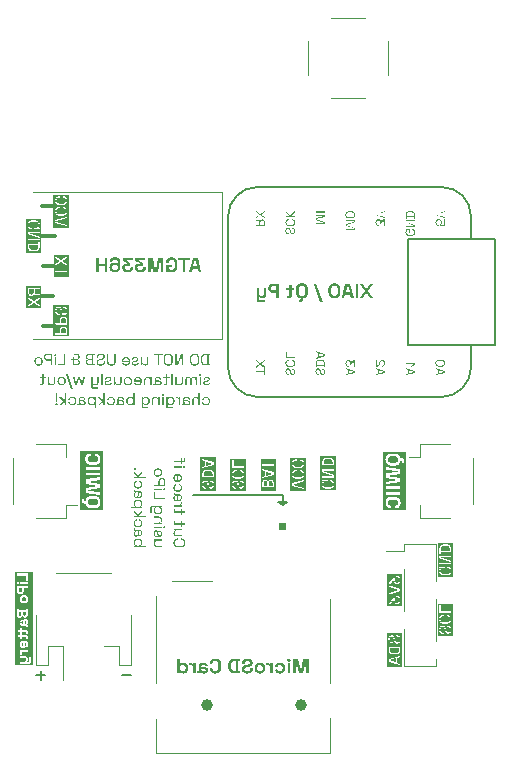
<source format=gbr>
%TF.GenerationSoftware,KiCad,Pcbnew,7.0.7-7.0.7~ubuntu22.04.1*%
%TF.CreationDate,2023-10-29T19:45:52-07:00*%
%TF.ProjectId,Wardriver-PCB,57617264-7269-4766-9572-2d5043422e6b,rev?*%
%TF.SameCoordinates,Original*%
%TF.FileFunction,Legend,Bot*%
%TF.FilePolarity,Positive*%
%FSLAX46Y46*%
G04 Gerber Fmt 4.6, Leading zero omitted, Abs format (unit mm)*
G04 Created by KiCad (PCBNEW 7.0.7-7.0.7~ubuntu22.04.1) date 2023-10-29 19:45:52*
%MOMM*%
%LPD*%
G01*
G04 APERTURE LIST*
%ADD10C,0.150000*%
%ADD11C,0.200000*%
%ADD12C,0.250000*%
%ADD13C,0.300000*%
%ADD14C,0.120000*%
%ADD15C,1.000000*%
G04 APERTURE END LIST*
D10*
X3350000Y-9700000D02*
X-4250000Y-9700000D01*
X3350000Y-10550000D02*
X2950000Y-10250000D01*
X3700000Y-10250000D01*
X3350000Y-10550000D01*
G36*
X3350000Y-10550000D02*
G01*
X2950000Y-10250000D01*
X3700000Y-10250000D01*
X3350000Y-10550000D01*
G37*
X2950000Y-10250000D02*
X3700000Y-10250000D01*
X3350000Y-9700000D02*
X3350000Y-10550000D01*
X3350000Y-10550000D02*
X2950000Y-10250000D01*
X3700000Y-10250000D02*
X3350000Y-10550000D01*
G36*
X-5889539Y-13733251D02*
G01*
X-5889440Y-13744112D01*
X-5889143Y-13754834D01*
X-5888648Y-13765418D01*
X-5887955Y-13775864D01*
X-5887064Y-13786171D01*
X-5885975Y-13796340D01*
X-5884689Y-13806371D01*
X-5883204Y-13816263D01*
X-5881521Y-13826017D01*
X-5879640Y-13835633D01*
X-5875285Y-13854449D01*
X-5870138Y-13872712D01*
X-5864199Y-13890422D01*
X-5857468Y-13907578D01*
X-5849945Y-13924181D01*
X-5841630Y-13940230D01*
X-5832523Y-13955726D01*
X-5822625Y-13970669D01*
X-5811935Y-13985058D01*
X-5800452Y-13998894D01*
X-5788178Y-14012177D01*
X-5775117Y-14024747D01*
X-5761334Y-14036506D01*
X-5746831Y-14047454D01*
X-5731605Y-14057591D01*
X-5715659Y-14066917D01*
X-5698991Y-14075432D01*
X-5681602Y-14083136D01*
X-5663492Y-14090029D01*
X-5654167Y-14093172D01*
X-5644661Y-14096111D01*
X-5634974Y-14098848D01*
X-5625108Y-14101383D01*
X-5615061Y-14103714D01*
X-5604834Y-14105843D01*
X-5594426Y-14107769D01*
X-5583838Y-14109492D01*
X-5573070Y-14111013D01*
X-5562122Y-14112331D01*
X-5550993Y-14113446D01*
X-5539684Y-14114358D01*
X-5528195Y-14115068D01*
X-5516525Y-14115574D01*
X-5504675Y-14115879D01*
X-5492644Y-14115980D01*
X-5267452Y-14115980D01*
X-5255407Y-14115879D01*
X-5243543Y-14115574D01*
X-5231861Y-14115068D01*
X-5220359Y-14114358D01*
X-5209039Y-14113446D01*
X-5197900Y-14112331D01*
X-5186943Y-14111013D01*
X-5176167Y-14109492D01*
X-5165572Y-14107769D01*
X-5155158Y-14105843D01*
X-5144925Y-14103714D01*
X-5134874Y-14101383D01*
X-5125004Y-14098848D01*
X-5115316Y-14096111D01*
X-5105808Y-14093172D01*
X-5096482Y-14090029D01*
X-5078374Y-14083136D01*
X-5060991Y-14075432D01*
X-5044333Y-14066917D01*
X-5028400Y-14057591D01*
X-5013192Y-14047454D01*
X-4998709Y-14036506D01*
X-4984951Y-14024747D01*
X-4971919Y-14012177D01*
X-4959615Y-13998894D01*
X-4948105Y-13985058D01*
X-4937389Y-13970669D01*
X-4927466Y-13955726D01*
X-4918338Y-13940230D01*
X-4910003Y-13924181D01*
X-4902462Y-13907578D01*
X-4895715Y-13890422D01*
X-4889761Y-13872712D01*
X-4884602Y-13854449D01*
X-4880236Y-13835633D01*
X-4878351Y-13826017D01*
X-4876664Y-13816263D01*
X-4875175Y-13806371D01*
X-4873886Y-13796340D01*
X-4872794Y-13786171D01*
X-4871901Y-13775864D01*
X-4871207Y-13765418D01*
X-4870710Y-13754834D01*
X-4870413Y-13744112D01*
X-4870314Y-13733251D01*
X-4870408Y-13722477D01*
X-4870691Y-13711861D01*
X-4871164Y-13701403D01*
X-4871825Y-13691104D01*
X-4872675Y-13680963D01*
X-4873714Y-13670981D01*
X-4874942Y-13661157D01*
X-4877964Y-13641984D01*
X-4881742Y-13623444D01*
X-4886276Y-13605538D01*
X-4891566Y-13588266D01*
X-4897611Y-13571627D01*
X-4904411Y-13555621D01*
X-4911967Y-13540249D01*
X-4920279Y-13525510D01*
X-4929347Y-13511405D01*
X-4939170Y-13497934D01*
X-4949749Y-13485096D01*
X-4961083Y-13472891D01*
X-4967034Y-13467027D01*
X-4979399Y-13455788D01*
X-4992317Y-13445274D01*
X-5005785Y-13435485D01*
X-5019805Y-13426421D01*
X-5034377Y-13418083D01*
X-5049500Y-13410469D01*
X-5065174Y-13403581D01*
X-5081400Y-13397418D01*
X-5098178Y-13391979D01*
X-5115507Y-13387266D01*
X-5133387Y-13383278D01*
X-5151819Y-13380015D01*
X-5170802Y-13377477D01*
X-5190337Y-13375665D01*
X-5200311Y-13375030D01*
X-5210423Y-13374577D01*
X-5220672Y-13374305D01*
X-5231060Y-13374214D01*
X-5238387Y-13374214D01*
X-5238387Y-13490474D01*
X-5227397Y-13490474D01*
X-5213724Y-13490706D01*
X-5200366Y-13491401D01*
X-5187323Y-13492561D01*
X-5174594Y-13494183D01*
X-5162181Y-13496270D01*
X-5150082Y-13498820D01*
X-5138298Y-13501834D01*
X-5126830Y-13505312D01*
X-5115676Y-13509253D01*
X-5104836Y-13513658D01*
X-5094312Y-13518527D01*
X-5084102Y-13523859D01*
X-5074208Y-13529655D01*
X-5064628Y-13535915D01*
X-5055363Y-13542638D01*
X-5046413Y-13549825D01*
X-5037895Y-13557468D01*
X-5029926Y-13565621D01*
X-5022507Y-13574283D01*
X-5015638Y-13583454D01*
X-5009318Y-13593135D01*
X-5003548Y-13603326D01*
X-4998327Y-13614026D01*
X-4993656Y-13625235D01*
X-4989535Y-13636954D01*
X-4985963Y-13649182D01*
X-4982940Y-13661920D01*
X-4980467Y-13675167D01*
X-4978544Y-13688924D01*
X-4977170Y-13703190D01*
X-4976345Y-13717966D01*
X-4976071Y-13733251D01*
X-4976368Y-13748641D01*
X-4977261Y-13763606D01*
X-4978750Y-13778148D01*
X-4980833Y-13792267D01*
X-4983512Y-13805961D01*
X-4986787Y-13819233D01*
X-4990657Y-13832080D01*
X-4995122Y-13844504D01*
X-5000182Y-13856504D01*
X-5005838Y-13868081D01*
X-5012089Y-13879234D01*
X-5018935Y-13889964D01*
X-5026377Y-13900270D01*
X-5034414Y-13910152D01*
X-5043047Y-13919611D01*
X-5052274Y-13928646D01*
X-5062005Y-13937164D01*
X-5072207Y-13945132D01*
X-5082880Y-13952551D01*
X-5094025Y-13959420D01*
X-5105641Y-13965740D01*
X-5117728Y-13971510D01*
X-5130286Y-13976731D01*
X-5143316Y-13981402D01*
X-5156817Y-13985524D01*
X-5170789Y-13989096D01*
X-5185233Y-13992118D01*
X-5200148Y-13994591D01*
X-5215535Y-13996515D01*
X-5231392Y-13997889D01*
X-5247721Y-13998713D01*
X-5264521Y-13998988D01*
X-5495331Y-13998988D01*
X-5512104Y-13998713D01*
X-5528411Y-13997889D01*
X-5544252Y-13996515D01*
X-5559628Y-13994591D01*
X-5574538Y-13992118D01*
X-5588983Y-13989096D01*
X-5602962Y-13985524D01*
X-5616475Y-13981402D01*
X-5629523Y-13976731D01*
X-5642106Y-13971510D01*
X-5654222Y-13965740D01*
X-5665874Y-13959420D01*
X-5677059Y-13952551D01*
X-5687779Y-13945132D01*
X-5698033Y-13937164D01*
X-5707822Y-13928646D01*
X-5717050Y-13919611D01*
X-5725683Y-13910152D01*
X-5733720Y-13900270D01*
X-5741161Y-13889964D01*
X-5748008Y-13879234D01*
X-5754259Y-13868081D01*
X-5759915Y-13856504D01*
X-5764975Y-13844504D01*
X-5769440Y-13832080D01*
X-5773310Y-13819233D01*
X-5776584Y-13805961D01*
X-5779263Y-13792267D01*
X-5781347Y-13778148D01*
X-5782835Y-13763606D01*
X-5783728Y-13748641D01*
X-5784026Y-13733251D01*
X-5783750Y-13717966D01*
X-5782923Y-13703190D01*
X-5781544Y-13688924D01*
X-5779614Y-13675167D01*
X-5777133Y-13661920D01*
X-5774100Y-13649182D01*
X-5770515Y-13636954D01*
X-5766379Y-13625235D01*
X-5761692Y-13614026D01*
X-5756453Y-13603326D01*
X-5750663Y-13593135D01*
X-5744321Y-13583454D01*
X-5737428Y-13574283D01*
X-5729983Y-13565621D01*
X-5721987Y-13557468D01*
X-5713440Y-13549825D01*
X-5704461Y-13542638D01*
X-5695171Y-13535915D01*
X-5685570Y-13529655D01*
X-5675659Y-13523859D01*
X-5665436Y-13518527D01*
X-5654902Y-13513658D01*
X-5644057Y-13509253D01*
X-5632901Y-13505312D01*
X-5621434Y-13501834D01*
X-5609656Y-13498820D01*
X-5597567Y-13496270D01*
X-5585167Y-13494183D01*
X-5572455Y-13492561D01*
X-5559433Y-13491401D01*
X-5546100Y-13490706D01*
X-5532456Y-13490474D01*
X-5510230Y-13490474D01*
X-5510230Y-13374214D01*
X-5529036Y-13374214D01*
X-5539409Y-13374305D01*
X-5549644Y-13374577D01*
X-5559742Y-13375030D01*
X-5569703Y-13375665D01*
X-5579526Y-13376480D01*
X-5598760Y-13378656D01*
X-5617445Y-13381556D01*
X-5635580Y-13385182D01*
X-5653165Y-13389532D01*
X-5670201Y-13394608D01*
X-5686688Y-13400409D01*
X-5702624Y-13406934D01*
X-5718012Y-13414185D01*
X-5732850Y-13422161D01*
X-5747138Y-13430863D01*
X-5760876Y-13440289D01*
X-5774065Y-13450440D01*
X-5786705Y-13461317D01*
X-5792819Y-13467027D01*
X-5804531Y-13478914D01*
X-5815488Y-13491436D01*
X-5825689Y-13504591D01*
X-5835134Y-13518379D01*
X-5843824Y-13532801D01*
X-5851758Y-13547856D01*
X-5858936Y-13563545D01*
X-5865359Y-13579867D01*
X-5871026Y-13596823D01*
X-5875938Y-13614412D01*
X-5880094Y-13632635D01*
X-5883494Y-13651491D01*
X-5886139Y-13670981D01*
X-5887178Y-13680963D01*
X-5888028Y-13691104D01*
X-5888689Y-13701403D01*
X-5889161Y-13711861D01*
X-5889444Y-13722477D01*
X-5889539Y-13733251D01*
G37*
G36*
X-5883189Y-12922609D02*
G01*
X-5882903Y-12936599D01*
X-5882047Y-12950356D01*
X-5880619Y-12963881D01*
X-5878621Y-12977175D01*
X-5876051Y-12990237D01*
X-5872910Y-13003066D01*
X-5869199Y-13015665D01*
X-5864916Y-13028031D01*
X-5860063Y-13040165D01*
X-5854638Y-13052068D01*
X-5850704Y-13059874D01*
X-5844299Y-13071235D01*
X-5837358Y-13082145D01*
X-5829880Y-13092604D01*
X-5821865Y-13102613D01*
X-5813313Y-13112170D01*
X-5804225Y-13121277D01*
X-5794600Y-13129933D01*
X-5784438Y-13138138D01*
X-5773740Y-13145893D01*
X-5762505Y-13153197D01*
X-5754717Y-13157815D01*
X-5742565Y-13164275D01*
X-5729924Y-13170100D01*
X-5716794Y-13175289D01*
X-5703174Y-13179843D01*
X-5689065Y-13183761D01*
X-5679387Y-13186021D01*
X-5669491Y-13187997D01*
X-5659378Y-13189692D01*
X-5649047Y-13191104D01*
X-5638499Y-13192233D01*
X-5627733Y-13193081D01*
X-5616750Y-13193646D01*
X-5605549Y-13193928D01*
X-5599867Y-13193963D01*
X-5185631Y-13193963D01*
X-5185631Y-13083077D01*
X-5591807Y-13083077D01*
X-5604263Y-13082879D01*
X-5616292Y-13082283D01*
X-5627894Y-13081291D01*
X-5639068Y-13079902D01*
X-5649815Y-13078116D01*
X-5660134Y-13075933D01*
X-5670026Y-13073353D01*
X-5679490Y-13070376D01*
X-5692885Y-13065167D01*
X-5705319Y-13059065D01*
X-5716791Y-13052070D01*
X-5727301Y-13044181D01*
X-5736849Y-13035400D01*
X-5739818Y-13032274D01*
X-5748155Y-13022385D01*
X-5755672Y-13011861D01*
X-5762369Y-13000701D01*
X-5768246Y-12988906D01*
X-5773302Y-12976475D01*
X-5777539Y-12963409D01*
X-5780956Y-12949708D01*
X-5783553Y-12935371D01*
X-5784828Y-12925460D01*
X-5785740Y-12915267D01*
X-5786286Y-12904791D01*
X-5786468Y-12894033D01*
X-5786216Y-12881899D01*
X-5785457Y-12870044D01*
X-5784193Y-12858467D01*
X-5782423Y-12847169D01*
X-5780148Y-12836149D01*
X-5777367Y-12825408D01*
X-5774080Y-12814946D01*
X-5770287Y-12804762D01*
X-5765989Y-12794857D01*
X-5761185Y-12785230D01*
X-5755876Y-12775882D01*
X-5750061Y-12766813D01*
X-5743740Y-12758022D01*
X-5736914Y-12749510D01*
X-5729582Y-12741276D01*
X-5721744Y-12733321D01*
X-5713379Y-12725720D01*
X-5704525Y-12718609D01*
X-5695183Y-12711989D01*
X-5685352Y-12705859D01*
X-5675033Y-12700220D01*
X-5664225Y-12695070D01*
X-5652929Y-12690412D01*
X-5641144Y-12686243D01*
X-5628871Y-12682565D01*
X-5616109Y-12679378D01*
X-5602859Y-12676681D01*
X-5589120Y-12674474D01*
X-5574893Y-12672758D01*
X-5560177Y-12671532D01*
X-5544973Y-12670796D01*
X-5529281Y-12670551D01*
X-5185631Y-12670551D01*
X-5185631Y-12559665D01*
X-5870000Y-12559665D01*
X-5870000Y-12667620D01*
X-5754228Y-12667620D01*
X-5754228Y-12686915D01*
X-5763310Y-12691451D01*
X-5772237Y-12696541D01*
X-5781010Y-12702184D01*
X-5789628Y-12708382D01*
X-5798092Y-12715133D01*
X-5806401Y-12722438D01*
X-5814555Y-12730297D01*
X-5822555Y-12738710D01*
X-5830401Y-12747676D01*
X-5838091Y-12757197D01*
X-5843133Y-12763852D01*
X-5850291Y-12774419D01*
X-5856746Y-12785879D01*
X-5862496Y-12798233D01*
X-5867542Y-12811479D01*
X-5870515Y-12820806D01*
X-5873175Y-12830530D01*
X-5875522Y-12840651D01*
X-5877556Y-12851168D01*
X-5879277Y-12862083D01*
X-5880685Y-12873394D01*
X-5881780Y-12885103D01*
X-5882563Y-12897208D01*
X-5883032Y-12909710D01*
X-5883189Y-12922609D01*
G37*
G36*
X-5870000Y-12076308D02*
G01*
X-5869716Y-12087106D01*
X-5868866Y-12097428D01*
X-5867449Y-12107274D01*
X-5864679Y-12119659D01*
X-5860900Y-12131198D01*
X-5856115Y-12141889D01*
X-5850322Y-12151733D01*
X-5843521Y-12160730D01*
X-5837759Y-12166922D01*
X-5829322Y-12174364D01*
X-5820128Y-12180813D01*
X-5810179Y-12186271D01*
X-5799474Y-12190736D01*
X-5788014Y-12194209D01*
X-5775798Y-12196689D01*
X-5762827Y-12198177D01*
X-5752602Y-12198643D01*
X-5749099Y-12198674D01*
X-5281374Y-12198674D01*
X-5281374Y-12404082D01*
X-5185631Y-12404082D01*
X-5185631Y-12198674D01*
X-4942121Y-12198674D01*
X-4942121Y-12087787D01*
X-5185631Y-12087787D01*
X-5185631Y-11863572D01*
X-5281374Y-11863572D01*
X-5281374Y-12087787D01*
X-5732002Y-12087787D01*
X-5741848Y-12087142D01*
X-5752310Y-12084522D01*
X-5762156Y-12078718D01*
X-5769048Y-12070011D01*
X-5772535Y-12060538D01*
X-5773971Y-12049050D01*
X-5774012Y-12046510D01*
X-5774012Y-11894347D01*
X-5870000Y-11894347D01*
X-5870000Y-12076308D01*
G37*
G36*
X-5870000Y-11072958D02*
G01*
X-5869716Y-11083757D01*
X-5868866Y-11094079D01*
X-5867449Y-11103924D01*
X-5864679Y-11116310D01*
X-5860900Y-11127848D01*
X-5856115Y-11138540D01*
X-5850322Y-11148384D01*
X-5843521Y-11157381D01*
X-5837759Y-11163572D01*
X-5829322Y-11171014D01*
X-5820128Y-11177464D01*
X-5810179Y-11182921D01*
X-5799474Y-11187386D01*
X-5788014Y-11190859D01*
X-5775798Y-11193340D01*
X-5762827Y-11194828D01*
X-5752602Y-11195293D01*
X-5749099Y-11195324D01*
X-5281374Y-11195324D01*
X-5281374Y-11400732D01*
X-5185631Y-11400732D01*
X-5185631Y-11195324D01*
X-4942121Y-11195324D01*
X-4942121Y-11084438D01*
X-5185631Y-11084438D01*
X-5185631Y-10860223D01*
X-5281374Y-10860223D01*
X-5281374Y-11084438D01*
X-5732002Y-11084438D01*
X-5741848Y-11083793D01*
X-5752310Y-11081173D01*
X-5762156Y-11075368D01*
X-5769048Y-11066661D01*
X-5772535Y-11057188D01*
X-5773971Y-11045700D01*
X-5774012Y-11043161D01*
X-5774012Y-10890997D01*
X-5870000Y-10890997D01*
X-5870000Y-11072958D01*
G37*
G36*
X-5870000Y-10681193D02*
G01*
X-5185631Y-10681193D01*
X-5185631Y-10573237D01*
X-5268918Y-10573237D01*
X-5268918Y-10554187D01*
X-5258064Y-10549248D01*
X-5247974Y-10543715D01*
X-5238647Y-10537586D01*
X-5230083Y-10530861D01*
X-5222283Y-10523542D01*
X-5215245Y-10515627D01*
X-5208971Y-10507116D01*
X-5203461Y-10498011D01*
X-5198595Y-10488218D01*
X-5194378Y-10477647D01*
X-5190810Y-10466297D01*
X-5187890Y-10454169D01*
X-5185620Y-10441262D01*
X-5184342Y-10431071D01*
X-5183430Y-10420443D01*
X-5182883Y-10409376D01*
X-5182700Y-10397871D01*
X-5182700Y-10316782D01*
X-5283817Y-10316782D01*
X-5283817Y-10405687D01*
X-5284179Y-10419312D01*
X-5285268Y-10432434D01*
X-5287082Y-10445055D01*
X-5289621Y-10457172D01*
X-5292886Y-10468788D01*
X-5296877Y-10479901D01*
X-5301593Y-10490512D01*
X-5307035Y-10500621D01*
X-5313202Y-10510227D01*
X-5320095Y-10519331D01*
X-5325094Y-10525122D01*
X-5333193Y-10533240D01*
X-5342104Y-10540560D01*
X-5351826Y-10547082D01*
X-5362360Y-10552805D01*
X-5373705Y-10557729D01*
X-5385862Y-10561855D01*
X-5398830Y-10565183D01*
X-5412609Y-10567711D01*
X-5427200Y-10569442D01*
X-5437378Y-10570152D01*
X-5447917Y-10570506D01*
X-5453321Y-10570551D01*
X-5870000Y-10570551D01*
X-5870000Y-10681193D01*
G37*
G36*
X-5776210Y-9585519D02*
G01*
X-5775185Y-9596848D01*
X-5771246Y-9607907D01*
X-5764354Y-9616202D01*
X-5754508Y-9621732D01*
X-5744047Y-9624228D01*
X-5734200Y-9624842D01*
X-5424501Y-9624842D01*
X-5409300Y-9625129D01*
X-5394535Y-9625987D01*
X-5380205Y-9627418D01*
X-5366310Y-9629422D01*
X-5352850Y-9631998D01*
X-5339825Y-9635146D01*
X-5327235Y-9638867D01*
X-5315080Y-9643161D01*
X-5303360Y-9648026D01*
X-5292075Y-9653465D01*
X-5281225Y-9659475D01*
X-5270811Y-9666058D01*
X-5260831Y-9673214D01*
X-5251287Y-9680942D01*
X-5242177Y-9689242D01*
X-5233503Y-9698115D01*
X-5225310Y-9707502D01*
X-5217646Y-9717342D01*
X-5210510Y-9727636D01*
X-5203903Y-9738385D01*
X-5197825Y-9749588D01*
X-5192275Y-9761244D01*
X-5187254Y-9773355D01*
X-5182761Y-9785921D01*
X-5178797Y-9798940D01*
X-5175361Y-9812413D01*
X-5172454Y-9826341D01*
X-5170076Y-9840723D01*
X-5168226Y-9855558D01*
X-5166904Y-9870848D01*
X-5166112Y-9886593D01*
X-5165847Y-9902791D01*
X-5165875Y-9908110D01*
X-5166096Y-9918602D01*
X-5166539Y-9928903D01*
X-5167203Y-9939010D01*
X-5168088Y-9948925D01*
X-5169195Y-9958647D01*
X-5171270Y-9972869D01*
X-5173843Y-9986657D01*
X-5176915Y-10000011D01*
X-5180484Y-10012932D01*
X-5184551Y-10025419D01*
X-5189116Y-10037472D01*
X-5194180Y-10049092D01*
X-5197795Y-10056600D01*
X-5203492Y-10067507D01*
X-5209521Y-10077989D01*
X-5215880Y-10088046D01*
X-5222570Y-10097679D01*
X-5229590Y-10106886D01*
X-5236941Y-10115668D01*
X-5244623Y-10124025D01*
X-5252635Y-10131956D01*
X-5260977Y-10139463D01*
X-5269651Y-10146545D01*
X-5275586Y-10151047D01*
X-5284650Y-10157511D01*
X-5293907Y-10163627D01*
X-5303357Y-10169395D01*
X-5313001Y-10174815D01*
X-5322838Y-10179888D01*
X-5332867Y-10184613D01*
X-5343091Y-10188990D01*
X-5353507Y-10193019D01*
X-5364117Y-10196701D01*
X-5374919Y-10200034D01*
X-5407648Y-10095254D01*
X-5399447Y-10093150D01*
X-5387531Y-10089548D01*
X-5376079Y-10085408D01*
X-5365091Y-10080732D01*
X-5354567Y-10075519D01*
X-5344506Y-10069770D01*
X-5334909Y-10063484D01*
X-5325776Y-10056661D01*
X-5317106Y-10049301D01*
X-5308900Y-10041405D01*
X-5301158Y-10032972D01*
X-5298694Y-10030021D01*
X-5291770Y-10020745D01*
X-5285550Y-10010833D01*
X-5280035Y-10000286D01*
X-5275223Y-9989103D01*
X-5271116Y-9977285D01*
X-5267713Y-9964831D01*
X-5265014Y-9951742D01*
X-5263019Y-9938018D01*
X-5261728Y-9923658D01*
X-5261259Y-9913732D01*
X-5261102Y-9903524D01*
X-5261143Y-9898313D01*
X-5261471Y-9888133D01*
X-5262128Y-9878275D01*
X-5263728Y-9864094D01*
X-5266066Y-9850638D01*
X-5269143Y-9837907D01*
X-5272958Y-9825902D01*
X-5277512Y-9814623D01*
X-5282804Y-9804069D01*
X-5288835Y-9794241D01*
X-5295604Y-9785139D01*
X-5303112Y-9776762D01*
X-5308454Y-9771586D01*
X-5316921Y-9764448D01*
X-5325933Y-9758062D01*
X-5335491Y-9752427D01*
X-5345594Y-9747543D01*
X-5356242Y-9743411D01*
X-5367435Y-9740030D01*
X-5379174Y-9737400D01*
X-5391458Y-9735522D01*
X-5404287Y-9734395D01*
X-5417662Y-9734019D01*
X-5467976Y-9734019D01*
X-5467976Y-9966050D01*
X-5468065Y-9975062D01*
X-5468536Y-9988373D01*
X-5469411Y-10001434D01*
X-5470689Y-10014247D01*
X-5472370Y-10026811D01*
X-5474455Y-10039126D01*
X-5476944Y-10051191D01*
X-5479836Y-10063008D01*
X-5483132Y-10074576D01*
X-5486832Y-10085894D01*
X-5490935Y-10096964D01*
X-5493894Y-10104165D01*
X-5498670Y-10114610D01*
X-5503849Y-10124624D01*
X-5509432Y-10134210D01*
X-5515418Y-10143366D01*
X-5521808Y-10152093D01*
X-5528601Y-10160391D01*
X-5535798Y-10168259D01*
X-5543399Y-10175698D01*
X-5551403Y-10182707D01*
X-5559811Y-10189288D01*
X-5565613Y-10193369D01*
X-5574662Y-10198998D01*
X-5584129Y-10204034D01*
X-5594011Y-10208477D01*
X-5604310Y-10212329D01*
X-5615025Y-10215587D01*
X-5626157Y-10218253D01*
X-5637706Y-10220327D01*
X-5649671Y-10221808D01*
X-5662052Y-10222697D01*
X-5674849Y-10222993D01*
X-5683348Y-10222862D01*
X-5695796Y-10222170D01*
X-5707883Y-10220887D01*
X-5719610Y-10219010D01*
X-5730976Y-10216542D01*
X-5741981Y-10213481D01*
X-5752626Y-10209827D01*
X-5762910Y-10205581D01*
X-5772833Y-10200742D01*
X-5782396Y-10195311D01*
X-5791598Y-10189288D01*
X-5797521Y-10184950D01*
X-5806067Y-10178088D01*
X-5814205Y-10170802D01*
X-5821935Y-10163090D01*
X-5829258Y-10154953D01*
X-5836172Y-10146392D01*
X-5842679Y-10137405D01*
X-5848777Y-10127993D01*
X-5854468Y-10118157D01*
X-5859751Y-10107895D01*
X-5864626Y-10097208D01*
X-5867643Y-10089857D01*
X-5871803Y-10078626D01*
X-5875525Y-10067151D01*
X-5878810Y-10055431D01*
X-5881656Y-10043466D01*
X-5884065Y-10031257D01*
X-5886036Y-10018802D01*
X-5887568Y-10006103D01*
X-5888663Y-9993160D01*
X-5889320Y-9979971D01*
X-5889539Y-9966538D01*
X-5889372Y-9953593D01*
X-5794528Y-9953593D01*
X-5794403Y-9962371D01*
X-5793741Y-9975136D01*
X-5792513Y-9987421D01*
X-5790719Y-9999225D01*
X-5788358Y-10010548D01*
X-5785429Y-10021390D01*
X-5781935Y-10031751D01*
X-5777873Y-10041631D01*
X-5773245Y-10051031D01*
X-5768050Y-10059950D01*
X-5762288Y-10068387D01*
X-5756020Y-10076201D01*
X-5746968Y-10085423D01*
X-5737122Y-10093279D01*
X-5726482Y-10099768D01*
X-5715048Y-10104892D01*
X-5702821Y-10108649D01*
X-5693130Y-10110570D01*
X-5682992Y-10111723D01*
X-5672407Y-10112107D01*
X-5665315Y-10111942D01*
X-5655104Y-10111075D01*
X-5645403Y-10109466D01*
X-5633263Y-10106165D01*
X-5622032Y-10101543D01*
X-5611709Y-10095601D01*
X-5602294Y-10088339D01*
X-5593788Y-10079756D01*
X-5586189Y-10069853D01*
X-5584431Y-10067174D01*
X-5577957Y-10056000D01*
X-5573687Y-10047138D01*
X-5569920Y-10037865D01*
X-5566655Y-10028179D01*
X-5563892Y-10018081D01*
X-5561631Y-10007571D01*
X-5559873Y-9996649D01*
X-5558618Y-9985314D01*
X-5557864Y-9973568D01*
X-5557613Y-9961409D01*
X-5557613Y-9734019D01*
X-5573733Y-9734019D01*
X-5586590Y-9734257D01*
X-5599088Y-9734969D01*
X-5611228Y-9736157D01*
X-5623009Y-9737820D01*
X-5634431Y-9739958D01*
X-5645495Y-9742571D01*
X-5656199Y-9745660D01*
X-5666545Y-9749223D01*
X-5676532Y-9753262D01*
X-5686161Y-9757775D01*
X-5695431Y-9762764D01*
X-5704342Y-9768228D01*
X-5712894Y-9774167D01*
X-5721088Y-9780582D01*
X-5728923Y-9787471D01*
X-5736399Y-9794836D01*
X-5743438Y-9802583D01*
X-5750023Y-9810620D01*
X-5756154Y-9818947D01*
X-5761830Y-9827564D01*
X-5767053Y-9836471D01*
X-5771822Y-9845669D01*
X-5776136Y-9855156D01*
X-5779996Y-9864933D01*
X-5783402Y-9875001D01*
X-5786354Y-9885358D01*
X-5788852Y-9896005D01*
X-5790895Y-9906943D01*
X-5792485Y-9918171D01*
X-5793620Y-9929688D01*
X-5794301Y-9941496D01*
X-5794528Y-9953593D01*
X-5889372Y-9953593D01*
X-5889371Y-9953485D01*
X-5888869Y-9940887D01*
X-5888032Y-9928744D01*
X-5886860Y-9917056D01*
X-5885353Y-9905823D01*
X-5883511Y-9895046D01*
X-5881334Y-9884723D01*
X-5878823Y-9874856D01*
X-5874953Y-9862407D01*
X-5870488Y-9850767D01*
X-5865630Y-9839826D01*
X-5860459Y-9829472D01*
X-5854975Y-9819706D01*
X-5849178Y-9810528D01*
X-5843068Y-9801938D01*
X-5836645Y-9793935D01*
X-5829909Y-9786520D01*
X-5822861Y-9779692D01*
X-5821061Y-9778071D01*
X-5812122Y-9770304D01*
X-5803277Y-9763111D01*
X-5794528Y-9756489D01*
X-5785875Y-9750441D01*
X-5777317Y-9744964D01*
X-5767173Y-9739148D01*
X-5767173Y-9721563D01*
X-5774745Y-9721563D01*
X-5785449Y-9721131D01*
X-5795582Y-9719838D01*
X-5805142Y-9717681D01*
X-5816286Y-9713773D01*
X-5826537Y-9708518D01*
X-5835893Y-9701914D01*
X-5844354Y-9693963D01*
X-5845932Y-9692206D01*
X-5853069Y-9682895D01*
X-5858955Y-9672714D01*
X-5863588Y-9661662D01*
X-5866393Y-9652194D01*
X-5868397Y-9642168D01*
X-5869599Y-9631586D01*
X-5870000Y-9620446D01*
X-5870000Y-9522749D01*
X-5776210Y-9522749D01*
X-5776210Y-9585519D01*
G37*
G36*
X-5889539Y-9076517D02*
G01*
X-5889373Y-9088894D01*
X-5888875Y-9101109D01*
X-5888045Y-9113165D01*
X-5886883Y-9125061D01*
X-5885389Y-9136796D01*
X-5883563Y-9148370D01*
X-5881404Y-9159785D01*
X-5878914Y-9171039D01*
X-5876092Y-9182133D01*
X-5872938Y-9193067D01*
X-5869452Y-9203840D01*
X-5865634Y-9214453D01*
X-5861483Y-9224906D01*
X-5857001Y-9235199D01*
X-5852187Y-9245331D01*
X-5847041Y-9255303D01*
X-5841583Y-9265035D01*
X-5835836Y-9274507D01*
X-5829799Y-9283719D01*
X-5823471Y-9292672D01*
X-5816854Y-9301366D01*
X-5809946Y-9309800D01*
X-5802749Y-9317974D01*
X-5795261Y-9325889D01*
X-5787484Y-9333545D01*
X-5779416Y-9340941D01*
X-5771058Y-9348077D01*
X-5762411Y-9354954D01*
X-5753473Y-9361572D01*
X-5744245Y-9367930D01*
X-5734727Y-9374028D01*
X-5724919Y-9379867D01*
X-5714820Y-9385368D01*
X-5704491Y-9390514D01*
X-5693930Y-9395306D01*
X-5683138Y-9399742D01*
X-5672116Y-9403824D01*
X-5660863Y-9407550D01*
X-5649379Y-9410922D01*
X-5637663Y-9413939D01*
X-5625718Y-9416601D01*
X-5613541Y-9418908D01*
X-5601133Y-9420860D01*
X-5588494Y-9422457D01*
X-5575625Y-9423699D01*
X-5562524Y-9424586D01*
X-5549193Y-9425119D01*
X-5535631Y-9425296D01*
X-5520000Y-9425296D01*
X-5506321Y-9425119D01*
X-5492885Y-9424586D01*
X-5479691Y-9423699D01*
X-5466739Y-9422457D01*
X-5454030Y-9420860D01*
X-5441563Y-9418908D01*
X-5429339Y-9416601D01*
X-5417356Y-9413939D01*
X-5405617Y-9410922D01*
X-5394119Y-9407550D01*
X-5382864Y-9403824D01*
X-5371851Y-9399742D01*
X-5361080Y-9395306D01*
X-5350552Y-9390514D01*
X-5340266Y-9385368D01*
X-5330223Y-9379867D01*
X-5320445Y-9374028D01*
X-5310954Y-9367930D01*
X-5301752Y-9361572D01*
X-5292838Y-9354954D01*
X-5284213Y-9348077D01*
X-5275875Y-9340941D01*
X-5267825Y-9333545D01*
X-5260064Y-9325889D01*
X-5252591Y-9317974D01*
X-5245406Y-9309800D01*
X-5238509Y-9301366D01*
X-5231900Y-9292672D01*
X-5225579Y-9283719D01*
X-5219546Y-9274507D01*
X-5213802Y-9265035D01*
X-5208346Y-9255303D01*
X-5203199Y-9245331D01*
X-5198385Y-9235199D01*
X-5193903Y-9224906D01*
X-5189753Y-9214453D01*
X-5185934Y-9203840D01*
X-5182448Y-9193067D01*
X-5179294Y-9182133D01*
X-5176472Y-9171039D01*
X-5173982Y-9159785D01*
X-5171824Y-9148370D01*
X-5169998Y-9136796D01*
X-5168504Y-9125061D01*
X-5167341Y-9113165D01*
X-5166511Y-9101109D01*
X-5166013Y-9088894D01*
X-5165847Y-9076517D01*
X-5165990Y-9064329D01*
X-5166420Y-9052372D01*
X-5167135Y-9040645D01*
X-5168137Y-9029149D01*
X-5169425Y-9017885D01*
X-5170999Y-9006851D01*
X-5172860Y-8996048D01*
X-5175006Y-8985476D01*
X-5177439Y-8975135D01*
X-5180158Y-8965024D01*
X-5183164Y-8955145D01*
X-5186455Y-8945496D01*
X-5190033Y-8936079D01*
X-5193897Y-8926892D01*
X-5198047Y-8917936D01*
X-5202484Y-8909211D01*
X-5209516Y-8896550D01*
X-5216964Y-8884395D01*
X-5224828Y-8872748D01*
X-5233110Y-8861606D01*
X-5241807Y-8850972D01*
X-5250921Y-8840844D01*
X-5260452Y-8831223D01*
X-5270399Y-8822108D01*
X-5280762Y-8813500D01*
X-5291542Y-8805398D01*
X-5298960Y-8800279D01*
X-5310259Y-8792980D01*
X-5321717Y-8786197D01*
X-5333334Y-8779928D01*
X-5345110Y-8774175D01*
X-5357045Y-8768937D01*
X-5369139Y-8764215D01*
X-5381391Y-8760007D01*
X-5393802Y-8756315D01*
X-5406372Y-8753138D01*
X-5419101Y-8750476D01*
X-5427676Y-8748988D01*
X-5450146Y-8857187D01*
X-5437583Y-8859134D01*
X-5425294Y-8861675D01*
X-5413281Y-8864812D01*
X-5401542Y-8868545D01*
X-5390078Y-8872872D01*
X-5378888Y-8877795D01*
X-5367974Y-8883314D01*
X-5357334Y-8889427D01*
X-5347095Y-8896102D01*
X-5337382Y-8903425D01*
X-5328196Y-8911398D01*
X-5319537Y-8920019D01*
X-5311405Y-8929288D01*
X-5303799Y-8939207D01*
X-5296720Y-8949774D01*
X-5290167Y-8960990D01*
X-5285671Y-8969839D01*
X-5281618Y-8979074D01*
X-5278006Y-8988695D01*
X-5274837Y-8998703D01*
X-5272110Y-9009097D01*
X-5269825Y-9019878D01*
X-5267983Y-9031045D01*
X-5266582Y-9042598D01*
X-5265624Y-9054538D01*
X-5265108Y-9066864D01*
X-5265010Y-9075296D01*
X-5265285Y-9087951D01*
X-5266109Y-9100361D01*
X-5267483Y-9112526D01*
X-5269406Y-9124446D01*
X-5271879Y-9136122D01*
X-5274902Y-9147553D01*
X-5278474Y-9158739D01*
X-5282595Y-9169681D01*
X-5287267Y-9180378D01*
X-5292487Y-9190830D01*
X-5296273Y-9197662D01*
X-5302321Y-9207585D01*
X-5308832Y-9217113D01*
X-5315808Y-9226247D01*
X-5323247Y-9234985D01*
X-5331149Y-9243328D01*
X-5339515Y-9251277D01*
X-5348345Y-9258830D01*
X-5357639Y-9265989D01*
X-5367396Y-9272752D01*
X-5377617Y-9279121D01*
X-5384689Y-9283147D01*
X-5395646Y-9288734D01*
X-5406994Y-9293771D01*
X-5418733Y-9298259D01*
X-5430862Y-9302198D01*
X-5443382Y-9305587D01*
X-5456293Y-9308426D01*
X-5469595Y-9310716D01*
X-5483287Y-9312456D01*
X-5497370Y-9313647D01*
X-5511843Y-9314288D01*
X-5521709Y-9314410D01*
X-5533677Y-9314410D01*
X-5543573Y-9314288D01*
X-5558087Y-9313647D01*
X-5572206Y-9312456D01*
X-5585931Y-9310716D01*
X-5599260Y-9308426D01*
X-5612194Y-9305587D01*
X-5624734Y-9302198D01*
X-5636878Y-9298259D01*
X-5648628Y-9293771D01*
X-5659982Y-9288734D01*
X-5670942Y-9283147D01*
X-5681472Y-9277042D01*
X-5691538Y-9270542D01*
X-5701141Y-9263646D01*
X-5710280Y-9256356D01*
X-5718955Y-9248671D01*
X-5727167Y-9240591D01*
X-5734915Y-9232116D01*
X-5742199Y-9223246D01*
X-5749020Y-9213981D01*
X-5755377Y-9204321D01*
X-5759357Y-9197662D01*
X-5764901Y-9187373D01*
X-5769899Y-9176839D01*
X-5774352Y-9166061D01*
X-5778260Y-9155038D01*
X-5781622Y-9143770D01*
X-5784439Y-9132257D01*
X-5786711Y-9120500D01*
X-5788438Y-9108498D01*
X-5789619Y-9096251D01*
X-5790255Y-9083760D01*
X-5790376Y-9075296D01*
X-5790168Y-9062635D01*
X-5789544Y-9050357D01*
X-5788504Y-9038462D01*
X-5787049Y-9026951D01*
X-5785177Y-9015824D01*
X-5782889Y-9005080D01*
X-5780185Y-8994720D01*
X-5777065Y-8984743D01*
X-5773529Y-8975150D01*
X-5769578Y-8965940D01*
X-5765210Y-8957114D01*
X-5757878Y-8944594D01*
X-5749611Y-8932937D01*
X-5740407Y-8922143D01*
X-5737131Y-8918736D01*
X-5726920Y-8909018D01*
X-5716254Y-8900012D01*
X-5705133Y-8891718D01*
X-5693557Y-8884138D01*
X-5681526Y-8877270D01*
X-5669039Y-8871115D01*
X-5656098Y-8865672D01*
X-5642701Y-8860942D01*
X-5628849Y-8856925D01*
X-5614542Y-8853621D01*
X-5604752Y-8851814D01*
X-5628443Y-8743859D01*
X-5641191Y-8746753D01*
X-5653788Y-8750124D01*
X-5666235Y-8753971D01*
X-5678532Y-8758296D01*
X-5690679Y-8763096D01*
X-5702675Y-8768373D01*
X-5714521Y-8774127D01*
X-5726217Y-8780358D01*
X-5737762Y-8787064D01*
X-5749157Y-8794248D01*
X-5756671Y-8799302D01*
X-5767687Y-8807240D01*
X-5778295Y-8815668D01*
X-5788495Y-8824585D01*
X-5798288Y-8833992D01*
X-5807672Y-8843888D01*
X-5816649Y-8854273D01*
X-5825217Y-8865148D01*
X-5833378Y-8876513D01*
X-5841131Y-8888367D01*
X-5848477Y-8900710D01*
X-5853147Y-8909211D01*
X-5857554Y-8917936D01*
X-5861676Y-8926892D01*
X-5865514Y-8936079D01*
X-5869068Y-8945496D01*
X-5872338Y-8955145D01*
X-5875323Y-8965024D01*
X-5878024Y-8975135D01*
X-5880441Y-8985476D01*
X-5882573Y-8996048D01*
X-5884421Y-9006851D01*
X-5885985Y-9017885D01*
X-5887264Y-9029149D01*
X-5888260Y-9040645D01*
X-5888970Y-9052372D01*
X-5889397Y-9064329D01*
X-5889539Y-9076517D01*
G37*
G36*
X-5493394Y-7918482D02*
G01*
X-5480684Y-7918974D01*
X-5468191Y-7919795D01*
X-5455916Y-7920943D01*
X-5443859Y-7922420D01*
X-5432019Y-7924225D01*
X-5420396Y-7926359D01*
X-5408991Y-7928820D01*
X-5397804Y-7931610D01*
X-5386834Y-7934728D01*
X-5376081Y-7938174D01*
X-5365546Y-7941948D01*
X-5355229Y-7946051D01*
X-5345129Y-7950481D01*
X-5335247Y-7955240D01*
X-5325582Y-7960327D01*
X-5316133Y-7965705D01*
X-5306959Y-7971334D01*
X-5298059Y-7977215D01*
X-5289434Y-7983347D01*
X-5281084Y-7989732D01*
X-5273009Y-7996369D01*
X-5265208Y-8003257D01*
X-5257683Y-8010397D01*
X-5250432Y-8017789D01*
X-5243456Y-8025433D01*
X-5236754Y-8033329D01*
X-5230327Y-8041477D01*
X-5224176Y-8049877D01*
X-5218299Y-8058528D01*
X-5212696Y-8067432D01*
X-5207369Y-8076587D01*
X-5202341Y-8085928D01*
X-5197637Y-8095451D01*
X-5193258Y-8105155D01*
X-5189203Y-8115040D01*
X-5185473Y-8125106D01*
X-5182067Y-8135354D01*
X-5178985Y-8145783D01*
X-5176228Y-8156393D01*
X-5173795Y-8167185D01*
X-5171686Y-8178158D01*
X-5169902Y-8189312D01*
X-5168442Y-8200647D01*
X-5167307Y-8212164D01*
X-5166496Y-8223862D01*
X-5166010Y-8235741D01*
X-5165847Y-8247801D01*
X-5166020Y-8260169D01*
X-5166538Y-8272359D01*
X-5167402Y-8284372D01*
X-5168610Y-8296207D01*
X-5170165Y-8307865D01*
X-5172064Y-8319345D01*
X-5174309Y-8330648D01*
X-5176899Y-8341774D01*
X-5179835Y-8352722D01*
X-5183116Y-8363492D01*
X-5186743Y-8374085D01*
X-5190714Y-8384501D01*
X-5195032Y-8394739D01*
X-5199694Y-8404800D01*
X-5204702Y-8414683D01*
X-5210055Y-8424389D01*
X-5215690Y-8433875D01*
X-5221603Y-8443100D01*
X-5227795Y-8452064D01*
X-5234266Y-8460766D01*
X-5241015Y-8469207D01*
X-5248043Y-8477386D01*
X-5255349Y-8485304D01*
X-5262934Y-8492960D01*
X-5270797Y-8500355D01*
X-5278939Y-8507489D01*
X-5287360Y-8514361D01*
X-5296059Y-8520972D01*
X-5305037Y-8527321D01*
X-5314294Y-8533409D01*
X-5323829Y-8539236D01*
X-5333642Y-8544801D01*
X-5343698Y-8550036D01*
X-5353960Y-8554933D01*
X-5364428Y-8559492D01*
X-5375102Y-8563714D01*
X-5385983Y-8567598D01*
X-5397069Y-8571144D01*
X-5408361Y-8574353D01*
X-5419860Y-8577224D01*
X-5431565Y-8579757D01*
X-5443475Y-8581952D01*
X-5455592Y-8583810D01*
X-5467915Y-8585330D01*
X-5480444Y-8586512D01*
X-5493179Y-8587356D01*
X-5506120Y-8587863D01*
X-5519267Y-8588032D01*
X-5536120Y-8588032D01*
X-5549180Y-8587862D01*
X-5562044Y-8587352D01*
X-5574711Y-8586503D01*
X-5587182Y-8585314D01*
X-5599456Y-8583786D01*
X-5611533Y-8581918D01*
X-5623414Y-8579710D01*
X-5635099Y-8577163D01*
X-5646587Y-8574276D01*
X-5657878Y-8571049D01*
X-5668973Y-8567483D01*
X-5679872Y-8563577D01*
X-5690574Y-8559331D01*
X-5701079Y-8554746D01*
X-5711388Y-8549821D01*
X-5721500Y-8544556D01*
X-5731344Y-8538957D01*
X-5740910Y-8533088D01*
X-5750196Y-8526951D01*
X-5759205Y-8520544D01*
X-5767935Y-8513869D01*
X-5776386Y-8506924D01*
X-5784558Y-8499710D01*
X-5792452Y-8492227D01*
X-5800068Y-8484475D01*
X-5807405Y-8476455D01*
X-5814463Y-8468165D01*
X-5821243Y-8459606D01*
X-5827744Y-8450778D01*
X-5833966Y-8441681D01*
X-5839910Y-8432314D01*
X-5845575Y-8422679D01*
X-5850899Y-8412806D01*
X-5855879Y-8402728D01*
X-5860516Y-8392443D01*
X-5864809Y-8381952D01*
X-5868759Y-8371255D01*
X-5872366Y-8360351D01*
X-5875629Y-8349242D01*
X-5878548Y-8337927D01*
X-5881124Y-8326406D01*
X-5883357Y-8314678D01*
X-5885246Y-8302745D01*
X-5886791Y-8290605D01*
X-5887993Y-8278259D01*
X-5888852Y-8265707D01*
X-5889367Y-8252949D01*
X-5889539Y-8239986D01*
X-5889425Y-8228602D01*
X-5889085Y-8217473D01*
X-5888517Y-8206598D01*
X-5887722Y-8195976D01*
X-5886701Y-8185608D01*
X-5885452Y-8175494D01*
X-5883976Y-8165634D01*
X-5881336Y-8151319D01*
X-5878185Y-8137575D01*
X-5874524Y-8124403D01*
X-5870352Y-8111801D01*
X-5865668Y-8099770D01*
X-5860474Y-8088311D01*
X-5856784Y-8080920D01*
X-5851033Y-8070171D01*
X-5845026Y-8059826D01*
X-5838760Y-8049884D01*
X-5832237Y-8040346D01*
X-5825457Y-8031211D01*
X-5818418Y-8022480D01*
X-5811123Y-8014152D01*
X-5803569Y-8006228D01*
X-5795758Y-7998707D01*
X-5787690Y-7991591D01*
X-5784958Y-7989286D01*
X-5776767Y-7982565D01*
X-5768586Y-7976131D01*
X-5760413Y-7969986D01*
X-5752248Y-7964127D01*
X-5744092Y-7958557D01*
X-5733231Y-7951577D01*
X-5722385Y-7945108D01*
X-5711555Y-7939151D01*
X-5700739Y-7933705D01*
X-5654822Y-8029204D01*
X-5661782Y-8032436D01*
X-5671989Y-8037614D01*
X-5681917Y-8043187D01*
X-5691567Y-8049155D01*
X-5700937Y-8055517D01*
X-5710028Y-8062275D01*
X-5718840Y-8069428D01*
X-5727373Y-8076975D01*
X-5735627Y-8084918D01*
X-5743602Y-8093256D01*
X-5751297Y-8101988D01*
X-5753762Y-8104991D01*
X-5760686Y-8114487D01*
X-5766905Y-8124717D01*
X-5772421Y-8135681D01*
X-5777232Y-8147380D01*
X-5781339Y-8159813D01*
X-5784743Y-8172980D01*
X-5787442Y-8186881D01*
X-5788850Y-8196556D01*
X-5789945Y-8206558D01*
X-5790727Y-8216886D01*
X-5791197Y-8227540D01*
X-5791353Y-8238520D01*
X-5791110Y-8250967D01*
X-5790380Y-8263150D01*
X-5789164Y-8275071D01*
X-5787461Y-8286728D01*
X-5785271Y-8298121D01*
X-5782595Y-8309251D01*
X-5779432Y-8320118D01*
X-5775783Y-8330722D01*
X-5771647Y-8341062D01*
X-5767024Y-8351139D01*
X-5761915Y-8360953D01*
X-5756320Y-8370503D01*
X-5750238Y-8379790D01*
X-5743669Y-8388813D01*
X-5736613Y-8397574D01*
X-5729071Y-8406071D01*
X-5721095Y-8414159D01*
X-5712738Y-8421756D01*
X-5703998Y-8428860D01*
X-5694877Y-8435471D01*
X-5685375Y-8441591D01*
X-5675491Y-8447218D01*
X-5665225Y-8452353D01*
X-5654577Y-8456995D01*
X-5643548Y-8461146D01*
X-5632137Y-8464803D01*
X-5620345Y-8467969D01*
X-5608171Y-8470642D01*
X-5595616Y-8472823D01*
X-5582678Y-8474512D01*
X-5569359Y-8475709D01*
X-5555659Y-8476413D01*
X-5555659Y-8030914D01*
X-5465778Y-8030914D01*
X-5465778Y-8474947D01*
X-5453948Y-8473057D01*
X-5442456Y-8470806D01*
X-5431302Y-8468195D01*
X-5420486Y-8465223D01*
X-5410007Y-8461891D01*
X-5399866Y-8458197D01*
X-5390063Y-8454144D01*
X-5380598Y-8449729D01*
X-5371470Y-8444954D01*
X-5362680Y-8439818D01*
X-5354228Y-8434322D01*
X-5346114Y-8428465D01*
X-5338337Y-8422247D01*
X-5330898Y-8415669D01*
X-5323797Y-8408730D01*
X-5317034Y-8401430D01*
X-5310645Y-8393819D01*
X-5304669Y-8385947D01*
X-5299105Y-8377814D01*
X-5293953Y-8369419D01*
X-5289213Y-8360763D01*
X-5284885Y-8351845D01*
X-5280970Y-8342666D01*
X-5277466Y-8333225D01*
X-5274375Y-8323523D01*
X-5271696Y-8313560D01*
X-5269429Y-8303335D01*
X-5267575Y-8292849D01*
X-5266132Y-8282101D01*
X-5265102Y-8271092D01*
X-5264483Y-8259822D01*
X-5264277Y-8248290D01*
X-5264483Y-8236731D01*
X-5265102Y-8225442D01*
X-5266132Y-8214421D01*
X-5267575Y-8203670D01*
X-5269429Y-8193187D01*
X-5271696Y-8182974D01*
X-5274375Y-8173030D01*
X-5277466Y-8163354D01*
X-5280970Y-8153948D01*
X-5284885Y-8144811D01*
X-5289213Y-8135943D01*
X-5293953Y-8127344D01*
X-5299105Y-8119014D01*
X-5304669Y-8110953D01*
X-5310645Y-8103161D01*
X-5317034Y-8095638D01*
X-5323797Y-8088459D01*
X-5330898Y-8081697D01*
X-5338337Y-8075353D01*
X-5346114Y-8069428D01*
X-5354228Y-8063920D01*
X-5362680Y-8058830D01*
X-5371470Y-8054158D01*
X-5380598Y-8049904D01*
X-5390063Y-8046067D01*
X-5399866Y-8042649D01*
X-5410007Y-8039648D01*
X-5420486Y-8037066D01*
X-5431302Y-8034901D01*
X-5442456Y-8033154D01*
X-5453948Y-8031825D01*
X-5465778Y-8030914D01*
X-5555659Y-8030914D01*
X-5555659Y-7918318D01*
X-5506322Y-7918318D01*
X-5493394Y-7918482D01*
G37*
G36*
X-5870000Y-7366329D02*
G01*
X-5185631Y-7366329D01*
X-5185631Y-7255687D01*
X-5870000Y-7255687D01*
X-5870000Y-7366329D01*
G37*
G36*
X-5078408Y-7310642D02*
G01*
X-5077830Y-7321511D01*
X-5076095Y-7331831D01*
X-5073203Y-7341604D01*
X-5069154Y-7350827D01*
X-5063948Y-7359502D01*
X-5057586Y-7367628D01*
X-5054717Y-7370725D01*
X-5046933Y-7377762D01*
X-5038541Y-7383605D01*
X-5029540Y-7388256D01*
X-5019931Y-7391715D01*
X-5009714Y-7393981D01*
X-4998889Y-7395054D01*
X-4994389Y-7395150D01*
X-4982987Y-7394553D01*
X-4972288Y-7392764D01*
X-4962293Y-7389783D01*
X-4953001Y-7385609D01*
X-4944413Y-7380242D01*
X-4936529Y-7373683D01*
X-4933572Y-7370725D01*
X-4926818Y-7362818D01*
X-4921208Y-7354363D01*
X-4916743Y-7345359D01*
X-4913422Y-7335806D01*
X-4911247Y-7325705D01*
X-4910217Y-7315055D01*
X-4910125Y-7310642D01*
X-4910698Y-7299368D01*
X-4912415Y-7288750D01*
X-4915277Y-7278789D01*
X-4919284Y-7269483D01*
X-4924436Y-7260833D01*
X-4930733Y-7252839D01*
X-4933572Y-7249825D01*
X-4941175Y-7243000D01*
X-4949482Y-7237331D01*
X-4958492Y-7232820D01*
X-4968205Y-7229465D01*
X-4978623Y-7227267D01*
X-4989744Y-7226226D01*
X-4994389Y-7226133D01*
X-5005457Y-7226712D01*
X-5015918Y-7228447D01*
X-5025770Y-7231339D01*
X-5035013Y-7235388D01*
X-5043649Y-7240594D01*
X-5051676Y-7246956D01*
X-5054717Y-7249825D01*
X-5061542Y-7257557D01*
X-5067210Y-7265944D01*
X-5071722Y-7274988D01*
X-5075077Y-7284687D01*
X-5077275Y-7295042D01*
X-5078316Y-7306053D01*
X-5078408Y-7310642D01*
G37*
G36*
X-5870000Y-6888834D02*
G01*
X-5281374Y-6888834D01*
X-5281374Y-7099127D01*
X-5185631Y-7099127D01*
X-5185631Y-6888834D01*
X-5010997Y-6888834D01*
X-5000631Y-6888555D01*
X-4990690Y-6887718D01*
X-4978096Y-6885733D01*
X-4966258Y-6882757D01*
X-4955176Y-6878788D01*
X-4944849Y-6873827D01*
X-4935277Y-6867873D01*
X-4926462Y-6860927D01*
X-4922337Y-6857083D01*
X-4914781Y-6848725D01*
X-4908232Y-6839528D01*
X-4902691Y-6829491D01*
X-4898157Y-6818614D01*
X-4894631Y-6806898D01*
X-4892112Y-6794343D01*
X-4890884Y-6784375D01*
X-4890223Y-6773935D01*
X-4890097Y-6766713D01*
X-4890097Y-6594521D01*
X-4985840Y-6594521D01*
X-4985840Y-6736915D01*
X-4986866Y-6748736D01*
X-4989943Y-6758553D01*
X-4996343Y-6767690D01*
X-5005697Y-6773941D01*
X-5015748Y-6776946D01*
X-5027850Y-6777948D01*
X-5185631Y-6777948D01*
X-5185631Y-6562281D01*
X-5281374Y-6562281D01*
X-5281374Y-6777948D01*
X-5870000Y-6777948D01*
X-5870000Y-6888834D01*
G37*
G36*
X-7563189Y-13821423D02*
G01*
X-7562903Y-13835412D01*
X-7562047Y-13849169D01*
X-7560619Y-13862695D01*
X-7558621Y-13875988D01*
X-7556051Y-13889050D01*
X-7552910Y-13901880D01*
X-7549199Y-13914478D01*
X-7544916Y-13926844D01*
X-7540063Y-13938979D01*
X-7534638Y-13950881D01*
X-7530704Y-13958688D01*
X-7524299Y-13970048D01*
X-7517358Y-13980959D01*
X-7509880Y-13991418D01*
X-7501865Y-14001426D01*
X-7493313Y-14010984D01*
X-7484225Y-14020091D01*
X-7474600Y-14028747D01*
X-7464438Y-14036952D01*
X-7453740Y-14044707D01*
X-7442505Y-14052010D01*
X-7434717Y-14056629D01*
X-7422565Y-14063089D01*
X-7409924Y-14068914D01*
X-7396794Y-14074103D01*
X-7383174Y-14078657D01*
X-7369065Y-14082575D01*
X-7359387Y-14084834D01*
X-7349491Y-14086811D01*
X-7339378Y-14088506D01*
X-7329047Y-14089918D01*
X-7318499Y-14091047D01*
X-7307733Y-14091894D01*
X-7296750Y-14092459D01*
X-7285549Y-14092742D01*
X-7279867Y-14092777D01*
X-6865631Y-14092777D01*
X-6865631Y-13981891D01*
X-7271807Y-13981891D01*
X-7284263Y-13981692D01*
X-7296292Y-13981097D01*
X-7307894Y-13980105D01*
X-7319068Y-13978715D01*
X-7329815Y-13976929D01*
X-7340134Y-13974747D01*
X-7350026Y-13972167D01*
X-7359490Y-13969190D01*
X-7372885Y-13963981D01*
X-7385319Y-13957879D01*
X-7396791Y-13950883D01*
X-7407301Y-13942995D01*
X-7416849Y-13934214D01*
X-7419818Y-13931088D01*
X-7428155Y-13921199D01*
X-7435672Y-13910675D01*
X-7442369Y-13899515D01*
X-7448246Y-13887720D01*
X-7453302Y-13875289D01*
X-7457539Y-13862223D01*
X-7460956Y-13848522D01*
X-7463553Y-13834185D01*
X-7464828Y-13824274D01*
X-7465740Y-13814081D01*
X-7466286Y-13803605D01*
X-7466468Y-13792847D01*
X-7466216Y-13780713D01*
X-7465457Y-13768857D01*
X-7464193Y-13757281D01*
X-7462423Y-13745983D01*
X-7460148Y-13734963D01*
X-7457367Y-13724222D01*
X-7454080Y-13713760D01*
X-7450287Y-13703576D01*
X-7445989Y-13693671D01*
X-7441185Y-13684044D01*
X-7435876Y-13674696D01*
X-7430061Y-13665627D01*
X-7423740Y-13656836D01*
X-7416914Y-13648324D01*
X-7409582Y-13640090D01*
X-7401744Y-13632135D01*
X-7393379Y-13624534D01*
X-7384525Y-13617423D01*
X-7375183Y-13610803D01*
X-7365352Y-13604673D01*
X-7355033Y-13599033D01*
X-7344225Y-13593884D01*
X-7332929Y-13589225D01*
X-7321144Y-13585057D01*
X-7308871Y-13581379D01*
X-7296109Y-13578192D01*
X-7282859Y-13575494D01*
X-7269120Y-13573288D01*
X-7254893Y-13571571D01*
X-7240177Y-13570345D01*
X-7224973Y-13569610D01*
X-7209281Y-13569364D01*
X-6865631Y-13569364D01*
X-6865631Y-13458478D01*
X-7550000Y-13458478D01*
X-7550000Y-13566434D01*
X-7434228Y-13566434D01*
X-7434228Y-13585729D01*
X-7443310Y-13590265D01*
X-7452237Y-13595354D01*
X-7461010Y-13600998D01*
X-7469628Y-13607195D01*
X-7478092Y-13613947D01*
X-7486401Y-13621252D01*
X-7494555Y-13629111D01*
X-7502555Y-13637523D01*
X-7510401Y-13646490D01*
X-7518091Y-13656011D01*
X-7523133Y-13662665D01*
X-7530291Y-13673233D01*
X-7536746Y-13684693D01*
X-7542496Y-13697046D01*
X-7547542Y-13710293D01*
X-7550515Y-13719620D01*
X-7553175Y-13729344D01*
X-7555522Y-13739464D01*
X-7557556Y-13749982D01*
X-7559277Y-13760897D01*
X-7560685Y-13772208D01*
X-7561780Y-13783917D01*
X-7562563Y-13796022D01*
X-7563032Y-13808524D01*
X-7563189Y-13821423D01*
G37*
G36*
X-7569539Y-12951919D02*
G01*
X-7569310Y-12967610D01*
X-7568623Y-12982995D01*
X-7567478Y-12998072D01*
X-7565875Y-13012842D01*
X-7563814Y-13027305D01*
X-7561296Y-13041460D01*
X-7558319Y-13055309D01*
X-7554884Y-13068850D01*
X-7550992Y-13082084D01*
X-7546641Y-13095011D01*
X-7541833Y-13107630D01*
X-7536566Y-13119942D01*
X-7530842Y-13131947D01*
X-7524659Y-13143645D01*
X-7518019Y-13155036D01*
X-7510921Y-13166120D01*
X-7503292Y-13176753D01*
X-7495121Y-13186853D01*
X-7486409Y-13196422D01*
X-7477154Y-13205458D01*
X-7467358Y-13213962D01*
X-7457019Y-13221933D01*
X-7446139Y-13229372D01*
X-7434717Y-13236278D01*
X-7422753Y-13242652D01*
X-7410247Y-13248494D01*
X-7397199Y-13253804D01*
X-7383609Y-13258581D01*
X-7369477Y-13262825D01*
X-7354804Y-13266538D01*
X-7339588Y-13269718D01*
X-7323831Y-13272365D01*
X-7300872Y-13166608D01*
X-7313169Y-13164415D01*
X-7324963Y-13161865D01*
X-7336255Y-13158959D01*
X-7347045Y-13155697D01*
X-7357333Y-13152079D01*
X-7367118Y-13148104D01*
X-7376401Y-13143772D01*
X-7385181Y-13139085D01*
X-7396107Y-13132280D01*
X-7406140Y-13124842D01*
X-7415384Y-13116866D01*
X-7423940Y-13108448D01*
X-7431809Y-13099586D01*
X-7438991Y-13090282D01*
X-7445486Y-13080535D01*
X-7451295Y-13070346D01*
X-7456416Y-13059714D01*
X-7460851Y-13048639D01*
X-7464686Y-13037243D01*
X-7468010Y-13025649D01*
X-7470823Y-13013857D01*
X-7473124Y-13001866D01*
X-7474914Y-12989677D01*
X-7476192Y-12977289D01*
X-7476959Y-12964703D01*
X-7477215Y-12951919D01*
X-7476947Y-12937645D01*
X-7476142Y-12923952D01*
X-7474800Y-12910838D01*
X-7472922Y-12898303D01*
X-7470507Y-12886349D01*
X-7467555Y-12874973D01*
X-7464067Y-12864178D01*
X-7460042Y-12853962D01*
X-7455480Y-12844326D01*
X-7450382Y-12835269D01*
X-7446685Y-12829553D01*
X-7440728Y-12821521D01*
X-7432204Y-12812042D01*
X-7423016Y-12803967D01*
X-7413165Y-12797296D01*
X-7402649Y-12792029D01*
X-7391469Y-12788167D01*
X-7379625Y-12785709D01*
X-7367117Y-12784656D01*
X-7363886Y-12784612D01*
X-7351121Y-12785276D01*
X-7339325Y-12787268D01*
X-7328498Y-12790589D01*
X-7318640Y-12795237D01*
X-7309752Y-12801213D01*
X-7301834Y-12808517D01*
X-7294884Y-12817150D01*
X-7288904Y-12827110D01*
X-7283546Y-12838235D01*
X-7279708Y-12847234D01*
X-7276024Y-12856796D01*
X-7272495Y-12866921D01*
X-7269120Y-12877608D01*
X-7265900Y-12888857D01*
X-7262835Y-12900669D01*
X-7259924Y-12913043D01*
X-7257168Y-12925979D01*
X-7254566Y-12939478D01*
X-7253733Y-12944103D01*
X-7243719Y-13001256D01*
X-7241374Y-13013648D01*
X-7238827Y-13025822D01*
X-7236079Y-13037777D01*
X-7233129Y-13049513D01*
X-7229977Y-13061030D01*
X-7226623Y-13072327D01*
X-7223067Y-13083406D01*
X-7219310Y-13094266D01*
X-7215351Y-13104907D01*
X-7211190Y-13115329D01*
X-7208304Y-13122156D01*
X-7203716Y-13132127D01*
X-7198836Y-13141708D01*
X-7193663Y-13150898D01*
X-7188200Y-13159697D01*
X-7182444Y-13168105D01*
X-7176396Y-13176123D01*
X-7170056Y-13183750D01*
X-7163424Y-13190987D01*
X-7154128Y-13200027D01*
X-7144312Y-13208374D01*
X-7133848Y-13215873D01*
X-7122727Y-13222372D01*
X-7110950Y-13227871D01*
X-7101687Y-13231339D01*
X-7092054Y-13234245D01*
X-7082052Y-13236589D01*
X-7071680Y-13238370D01*
X-7060940Y-13239588D01*
X-7049830Y-13240244D01*
X-7042219Y-13240369D01*
X-7030807Y-13240092D01*
X-7019714Y-13239259D01*
X-7008940Y-13237871D01*
X-6998484Y-13235927D01*
X-6988347Y-13233428D01*
X-6978528Y-13230374D01*
X-6969029Y-13226765D01*
X-6959848Y-13222601D01*
X-6950985Y-13217881D01*
X-6942442Y-13212606D01*
X-6934217Y-13206775D01*
X-6926310Y-13200390D01*
X-6918722Y-13193449D01*
X-6911453Y-13185953D01*
X-6904503Y-13177901D01*
X-6897871Y-13169295D01*
X-6891571Y-13160200D01*
X-6885678Y-13150747D01*
X-6880191Y-13140936D01*
X-6875111Y-13130765D01*
X-6870437Y-13120236D01*
X-6866169Y-13109348D01*
X-6862308Y-13098102D01*
X-6858853Y-13086496D01*
X-6855805Y-13074532D01*
X-6853163Y-13062209D01*
X-6850928Y-13049528D01*
X-6849099Y-13036488D01*
X-6847676Y-13023089D01*
X-6846660Y-13009331D01*
X-6846051Y-12995214D01*
X-6845847Y-12980739D01*
X-6846052Y-12966407D01*
X-6846668Y-12952415D01*
X-6847694Y-12938762D01*
X-6849129Y-12925449D01*
X-6850976Y-12912475D01*
X-6853232Y-12899841D01*
X-6855899Y-12887547D01*
X-6858975Y-12875593D01*
X-6862463Y-12863978D01*
X-6866360Y-12852703D01*
X-6870668Y-12841767D01*
X-6875385Y-12831171D01*
X-6880514Y-12820915D01*
X-6886052Y-12810998D01*
X-6892001Y-12801421D01*
X-6898360Y-12792184D01*
X-6905059Y-12783322D01*
X-6912091Y-12774873D01*
X-6919454Y-12766836D01*
X-6927150Y-12759211D01*
X-6935177Y-12751998D01*
X-6943537Y-12745198D01*
X-6952228Y-12738809D01*
X-6961252Y-12732833D01*
X-6970608Y-12727269D01*
X-6980295Y-12722117D01*
X-6990315Y-12717377D01*
X-7000667Y-12713049D01*
X-7011351Y-12709134D01*
X-7022366Y-12705630D01*
X-7033714Y-12702539D01*
X-7045394Y-12699860D01*
X-7072016Y-12802930D01*
X-7058699Y-12805704D01*
X-7046133Y-12809078D01*
X-7034319Y-12813054D01*
X-7023255Y-12817631D01*
X-7012944Y-12822809D01*
X-7003383Y-12828587D01*
X-6994574Y-12834967D01*
X-6986516Y-12841948D01*
X-6979209Y-12849530D01*
X-6972654Y-12857713D01*
X-6968702Y-12863503D01*
X-6963245Y-12872543D01*
X-6958326Y-12881987D01*
X-6953943Y-12891834D01*
X-6950097Y-12902085D01*
X-6946788Y-12912740D01*
X-6944015Y-12923798D01*
X-6941779Y-12935260D01*
X-6940079Y-12947125D01*
X-6938917Y-12959394D01*
X-6938290Y-12972067D01*
X-6938171Y-12980739D01*
X-6938401Y-12993492D01*
X-6939090Y-13005738D01*
X-6940238Y-13017477D01*
X-6941846Y-13028710D01*
X-6943913Y-13039436D01*
X-6946440Y-13049656D01*
X-6949426Y-13059369D01*
X-6952872Y-13068575D01*
X-6958180Y-13080062D01*
X-6964305Y-13090648D01*
X-6971148Y-13100151D01*
X-6978731Y-13108387D01*
X-6987054Y-13115355D01*
X-6996118Y-13121057D01*
X-7005922Y-13125491D01*
X-7016466Y-13128659D01*
X-7027751Y-13130559D01*
X-7039776Y-13131193D01*
X-7051759Y-13130601D01*
X-7062918Y-13128827D01*
X-7073253Y-13125869D01*
X-7082763Y-13121728D01*
X-7091449Y-13116405D01*
X-7099310Y-13109898D01*
X-7106348Y-13102208D01*
X-7112561Y-13093335D01*
X-7118117Y-13083382D01*
X-7123307Y-13072575D01*
X-7128131Y-13060912D01*
X-7131508Y-13051604D01*
X-7134680Y-13041815D01*
X-7137645Y-13031546D01*
X-7140404Y-13020795D01*
X-7142957Y-13009564D01*
X-7145304Y-12997851D01*
X-7146755Y-12989776D01*
X-7156769Y-12932623D01*
X-7159103Y-12919192D01*
X-7161617Y-12906010D01*
X-7164312Y-12893077D01*
X-7167187Y-12880394D01*
X-7170242Y-12867959D01*
X-7173478Y-12855773D01*
X-7176894Y-12843836D01*
X-7180491Y-12832148D01*
X-7184267Y-12820709D01*
X-7188224Y-12809519D01*
X-7190963Y-12802198D01*
X-7195245Y-12791465D01*
X-7199850Y-12781158D01*
X-7204776Y-12771275D01*
X-7210025Y-12761817D01*
X-7215596Y-12752785D01*
X-7221488Y-12744178D01*
X-7227703Y-12735995D01*
X-7234239Y-12728238D01*
X-7241098Y-12720906D01*
X-7248278Y-12713998D01*
X-7253244Y-12709630D01*
X-7261033Y-12703519D01*
X-7269284Y-12698009D01*
X-7278000Y-12693100D01*
X-7287179Y-12688793D01*
X-7296822Y-12685086D01*
X-7306928Y-12681981D01*
X-7317498Y-12679476D01*
X-7328532Y-12677573D01*
X-7340030Y-12676270D01*
X-7351991Y-12675569D01*
X-7360223Y-12675436D01*
X-7372591Y-12675728D01*
X-7384601Y-12676603D01*
X-7396252Y-12678063D01*
X-7407545Y-12680107D01*
X-7418479Y-12682734D01*
X-7429053Y-12685946D01*
X-7439270Y-12689741D01*
X-7449127Y-12694120D01*
X-7458626Y-12699083D01*
X-7467766Y-12704630D01*
X-7476547Y-12710761D01*
X-7484970Y-12717476D01*
X-7493034Y-12724775D01*
X-7500739Y-12732657D01*
X-7508085Y-12741124D01*
X-7515073Y-12750174D01*
X-7521668Y-12759692D01*
X-7527838Y-12769622D01*
X-7533583Y-12779964D01*
X-7538902Y-12790718D01*
X-7543795Y-12801885D01*
X-7548263Y-12813463D01*
X-7552305Y-12825454D01*
X-7555922Y-12837857D01*
X-7559114Y-12850672D01*
X-7561880Y-12863900D01*
X-7564220Y-12877539D01*
X-7566135Y-12891591D01*
X-7567624Y-12906054D01*
X-7568688Y-12920930D01*
X-7569326Y-12936218D01*
X-7569539Y-12951919D01*
G37*
G36*
X-7550000Y-12489567D02*
G01*
X-6865631Y-12489567D01*
X-6865631Y-12378925D01*
X-7550000Y-12378925D01*
X-7550000Y-12489567D01*
G37*
G36*
X-6758408Y-12433879D02*
G01*
X-6757830Y-12444749D01*
X-6756095Y-12455069D01*
X-6753203Y-12464842D01*
X-6749154Y-12474065D01*
X-6743948Y-12482740D01*
X-6737586Y-12490866D01*
X-6734717Y-12493963D01*
X-6726933Y-12501000D01*
X-6718541Y-12506843D01*
X-6709540Y-12511494D01*
X-6699931Y-12514953D01*
X-6689714Y-12517219D01*
X-6678889Y-12518292D01*
X-6674389Y-12518387D01*
X-6662987Y-12517791D01*
X-6652288Y-12516002D01*
X-6642293Y-12513021D01*
X-6633001Y-12508847D01*
X-6624413Y-12503480D01*
X-6616529Y-12496921D01*
X-6613572Y-12493963D01*
X-6606818Y-12486056D01*
X-6601208Y-12477601D01*
X-6596743Y-12468597D01*
X-6593422Y-12459044D01*
X-6591247Y-12448943D01*
X-6590217Y-12438293D01*
X-6590125Y-12433879D01*
X-6590698Y-12422606D01*
X-6592415Y-12411988D01*
X-6595277Y-12402027D01*
X-6599284Y-12392721D01*
X-6604436Y-12384071D01*
X-6610733Y-12376077D01*
X-6613572Y-12373063D01*
X-6621175Y-12366238D01*
X-6629482Y-12360569D01*
X-6638492Y-12356058D01*
X-6648205Y-12352703D01*
X-6658623Y-12350505D01*
X-6669744Y-12349464D01*
X-6674389Y-12349371D01*
X-6685457Y-12349950D01*
X-6695918Y-12351685D01*
X-6705770Y-12354577D01*
X-6715013Y-12358626D01*
X-6723649Y-12363832D01*
X-6731676Y-12370194D01*
X-6734717Y-12373063D01*
X-6741542Y-12380795D01*
X-6747210Y-12389182D01*
X-6751722Y-12398226D01*
X-6755077Y-12407925D01*
X-6757275Y-12418280D01*
X-6758316Y-12429291D01*
X-6758408Y-12433879D01*
G37*
G36*
X-7550000Y-12146650D02*
G01*
X-6865631Y-12146650D01*
X-6865631Y-12038695D01*
X-6981402Y-12038695D01*
X-6981402Y-12019644D01*
X-6972235Y-12015066D01*
X-6963236Y-12009944D01*
X-6954404Y-12004276D01*
X-6945739Y-11998062D01*
X-6937242Y-11991304D01*
X-6928912Y-11984000D01*
X-6920750Y-11976151D01*
X-6912755Y-11967757D01*
X-6904927Y-11958818D01*
X-6897267Y-11949333D01*
X-6892254Y-11942707D01*
X-6885139Y-11932096D01*
X-6878724Y-11920596D01*
X-6873009Y-11908208D01*
X-6867993Y-11894931D01*
X-6865039Y-11885586D01*
X-6862395Y-11875846D01*
X-6860062Y-11865711D01*
X-6858040Y-11855180D01*
X-6856330Y-11844255D01*
X-6854930Y-11832935D01*
X-6853842Y-11821220D01*
X-6853064Y-11809110D01*
X-6852597Y-11796605D01*
X-6852442Y-11783705D01*
X-6852730Y-11769548D01*
X-6853593Y-11755652D01*
X-6855031Y-11742019D01*
X-6857044Y-11728647D01*
X-6859633Y-11715538D01*
X-6862797Y-11702690D01*
X-6866537Y-11690104D01*
X-6870852Y-11677780D01*
X-6875742Y-11665718D01*
X-6881207Y-11653918D01*
X-6885170Y-11646196D01*
X-6891532Y-11634881D01*
X-6898434Y-11624017D01*
X-6905877Y-11613603D01*
X-6913861Y-11603641D01*
X-6922386Y-11594129D01*
X-6931453Y-11585068D01*
X-6941060Y-11576458D01*
X-6951208Y-11568298D01*
X-6961897Y-11560589D01*
X-6973127Y-11553332D01*
X-6980914Y-11548743D01*
X-6992980Y-11542283D01*
X-7005549Y-11536459D01*
X-7018620Y-11531270D01*
X-7032193Y-11526716D01*
X-7046269Y-11522797D01*
X-7055932Y-11520538D01*
X-7065818Y-11518561D01*
X-7075927Y-11516867D01*
X-7086260Y-11515455D01*
X-7096816Y-11514325D01*
X-7107595Y-11513478D01*
X-7118597Y-11512913D01*
X-7129823Y-11512631D01*
X-7135519Y-11512595D01*
X-7550000Y-11512595D01*
X-7550000Y-11623237D01*
X-7143579Y-11623237D01*
X-7131036Y-11623437D01*
X-7118930Y-11624035D01*
X-7107261Y-11625032D01*
X-7096028Y-11626428D01*
X-7085233Y-11628222D01*
X-7074875Y-11630416D01*
X-7064953Y-11633008D01*
X-7055469Y-11635999D01*
X-7042061Y-11641233D01*
X-7029637Y-11647365D01*
X-7018196Y-11654394D01*
X-7007738Y-11662320D01*
X-6998264Y-11671144D01*
X-6995324Y-11674284D01*
X-6987074Y-11684132D01*
X-6979636Y-11694623D01*
X-6973009Y-11705759D01*
X-6967194Y-11717538D01*
X-6962190Y-11729962D01*
X-6957998Y-11743029D01*
X-6954617Y-11756741D01*
X-6952047Y-11771096D01*
X-6950785Y-11781024D01*
X-6949883Y-11791238D01*
X-6949342Y-11801739D01*
X-6949162Y-11812526D01*
X-6949415Y-11824631D01*
X-6950173Y-11836461D01*
X-6951438Y-11848017D01*
X-6953207Y-11859298D01*
X-6955483Y-11870304D01*
X-6958264Y-11881036D01*
X-6961551Y-11891492D01*
X-6965343Y-11901674D01*
X-6969641Y-11911581D01*
X-6974445Y-11921214D01*
X-6979754Y-11930571D01*
X-6985570Y-11939654D01*
X-6991890Y-11948462D01*
X-6998717Y-11956995D01*
X-7006049Y-11965254D01*
X-7013886Y-11973237D01*
X-7022222Y-11980839D01*
X-7031048Y-11987949D01*
X-7040365Y-11994570D01*
X-7050172Y-12000700D01*
X-7060469Y-12006339D01*
X-7071257Y-12011488D01*
X-7082535Y-12016147D01*
X-7094303Y-12020315D01*
X-7106562Y-12023993D01*
X-7119312Y-12027181D01*
X-7132551Y-12029878D01*
X-7146281Y-12032085D01*
X-7160502Y-12033801D01*
X-7175213Y-12035027D01*
X-7190414Y-12035763D01*
X-7206106Y-12036008D01*
X-7550000Y-12036008D01*
X-7550000Y-12146650D01*
G37*
G36*
X-6865631Y-10727599D02*
G01*
X-6978471Y-10727599D01*
X-6978471Y-10746894D01*
X-6972218Y-10750435D01*
X-6962975Y-10756200D01*
X-6953894Y-10762510D01*
X-6944977Y-10769366D01*
X-6936223Y-10776767D01*
X-6927632Y-10784713D01*
X-6919204Y-10793205D01*
X-6910940Y-10802242D01*
X-6902838Y-10811824D01*
X-6894900Y-10821951D01*
X-6887124Y-10832623D01*
X-6884585Y-10836319D01*
X-6877450Y-10847980D01*
X-6871041Y-10860499D01*
X-6865357Y-10873878D01*
X-6861971Y-10883273D01*
X-6858908Y-10893051D01*
X-6856167Y-10903210D01*
X-6853748Y-10913750D01*
X-6851652Y-10924672D01*
X-6849878Y-10935976D01*
X-6848427Y-10947662D01*
X-6847299Y-10959729D01*
X-6846492Y-10972178D01*
X-6846009Y-10985008D01*
X-6845847Y-10998220D01*
X-6846011Y-11009333D01*
X-6846504Y-11020324D01*
X-6847324Y-11031193D01*
X-6848473Y-11041939D01*
X-6849950Y-11052564D01*
X-6851755Y-11063066D01*
X-6853888Y-11073447D01*
X-6856350Y-11083705D01*
X-6859140Y-11093841D01*
X-6862257Y-11103855D01*
X-6865704Y-11113747D01*
X-6869478Y-11123517D01*
X-6873580Y-11133164D01*
X-6878011Y-11142690D01*
X-6882770Y-11152093D01*
X-6887857Y-11161374D01*
X-6893216Y-11170448D01*
X-6898852Y-11179292D01*
X-6904764Y-11187904D01*
X-6910953Y-11196286D01*
X-6917419Y-11204436D01*
X-6924162Y-11212356D01*
X-6931181Y-11220045D01*
X-6938476Y-11227503D01*
X-6946049Y-11234730D01*
X-6953898Y-11241726D01*
X-6962024Y-11248492D01*
X-6970426Y-11255026D01*
X-6979106Y-11261330D01*
X-6988062Y-11267402D01*
X-6997294Y-11273244D01*
X-7006803Y-11278855D01*
X-7016572Y-11284149D01*
X-7026583Y-11289102D01*
X-7036837Y-11293713D01*
X-7047332Y-11297982D01*
X-7058071Y-11301910D01*
X-7069051Y-11305497D01*
X-7080274Y-11308741D01*
X-7091739Y-11311645D01*
X-7103446Y-11314206D01*
X-7115396Y-11316426D01*
X-7127588Y-11318305D01*
X-7140023Y-11319842D01*
X-7152699Y-11321038D01*
X-7165619Y-11321891D01*
X-7178780Y-11322404D01*
X-7192184Y-11322575D01*
X-7210502Y-11322575D01*
X-7223789Y-11322406D01*
X-7236846Y-11321899D01*
X-7249671Y-11321055D01*
X-7262266Y-11319873D01*
X-7274630Y-11318353D01*
X-7286763Y-11316495D01*
X-7298665Y-11314300D01*
X-7310336Y-11311767D01*
X-7321777Y-11308896D01*
X-7332986Y-11305687D01*
X-7343964Y-11302141D01*
X-7354712Y-11298257D01*
X-7365229Y-11294035D01*
X-7375515Y-11289476D01*
X-7385570Y-11284579D01*
X-7395394Y-11279344D01*
X-7404963Y-11273790D01*
X-7414254Y-11267998D01*
X-7423266Y-11261967D01*
X-7432000Y-11255698D01*
X-7440455Y-11249190D01*
X-7448631Y-11242444D01*
X-7456529Y-11235459D01*
X-7464148Y-11228236D01*
X-7471489Y-11220774D01*
X-7478551Y-11213074D01*
X-7485334Y-11205135D01*
X-7491839Y-11196957D01*
X-7498065Y-11188541D01*
X-7504013Y-11179887D01*
X-7509682Y-11170994D01*
X-7515073Y-11161863D01*
X-7520130Y-11152522D01*
X-7524862Y-11143064D01*
X-7529267Y-11133487D01*
X-7533345Y-11123791D01*
X-7537098Y-11113978D01*
X-7540524Y-11104046D01*
X-7543623Y-11093996D01*
X-7546397Y-11083827D01*
X-7548844Y-11073540D01*
X-7550965Y-11063135D01*
X-7552760Y-11052612D01*
X-7554228Y-11041970D01*
X-7555370Y-11031210D01*
X-7556186Y-11020332D01*
X-7556675Y-11009335D01*
X-7556838Y-10998220D01*
X-7556765Y-10989275D01*
X-7556379Y-10976200D01*
X-7556008Y-10969644D01*
X-7458408Y-10969644D01*
X-7458148Y-10982626D01*
X-7457367Y-10995316D01*
X-7456064Y-11007714D01*
X-7454241Y-11019820D01*
X-7451897Y-11031635D01*
X-7449032Y-11043157D01*
X-7445646Y-11054387D01*
X-7441739Y-11065326D01*
X-7437311Y-11075972D01*
X-7432362Y-11086327D01*
X-7426893Y-11096389D01*
X-7420902Y-11106160D01*
X-7414390Y-11115639D01*
X-7407358Y-11124826D01*
X-7399804Y-11133720D01*
X-7391730Y-11142323D01*
X-7383196Y-11150486D01*
X-7374263Y-11158123D01*
X-7364931Y-11165233D01*
X-7355201Y-11171816D01*
X-7345071Y-11177872D01*
X-7334543Y-11183402D01*
X-7323616Y-11188405D01*
X-7312290Y-11192882D01*
X-7300566Y-11196831D01*
X-7288442Y-11200255D01*
X-7275920Y-11203151D01*
X-7262999Y-11205521D01*
X-7249679Y-11207364D01*
X-7235960Y-11208681D01*
X-7221843Y-11209471D01*
X-7207327Y-11209734D01*
X-7195359Y-11209734D01*
X-7180698Y-11209471D01*
X-7166450Y-11208681D01*
X-7152617Y-11207364D01*
X-7139198Y-11205521D01*
X-7126193Y-11203151D01*
X-7113602Y-11200255D01*
X-7101426Y-11196831D01*
X-7089663Y-11192882D01*
X-7078314Y-11188405D01*
X-7067379Y-11183402D01*
X-7056859Y-11177872D01*
X-7046752Y-11171816D01*
X-7037060Y-11165233D01*
X-7027782Y-11158123D01*
X-7018917Y-11150486D01*
X-7010467Y-11142323D01*
X-7002452Y-11133720D01*
X-6994954Y-11124826D01*
X-6987973Y-11115639D01*
X-6981509Y-11106160D01*
X-6975562Y-11096389D01*
X-6970133Y-11086327D01*
X-6965220Y-11075972D01*
X-6960825Y-11065326D01*
X-6956946Y-11054387D01*
X-6953585Y-11043157D01*
X-6950741Y-11031635D01*
X-6948414Y-11019820D01*
X-6946604Y-11007714D01*
X-6945311Y-10995316D01*
X-6944536Y-10982626D01*
X-6944277Y-10969644D01*
X-6944536Y-10956488D01*
X-6945311Y-10943643D01*
X-6946604Y-10931110D01*
X-6948414Y-10918887D01*
X-6950741Y-10906975D01*
X-6953585Y-10895375D01*
X-6956946Y-10884085D01*
X-6960825Y-10873107D01*
X-6965220Y-10862439D01*
X-6970133Y-10852083D01*
X-6975562Y-10842037D01*
X-6981509Y-10832303D01*
X-6987973Y-10822879D01*
X-6994954Y-10813767D01*
X-7002452Y-10804966D01*
X-7010467Y-10796475D01*
X-7018917Y-10788372D01*
X-7027782Y-10780790D01*
X-7037060Y-10773732D01*
X-7046752Y-10767197D01*
X-7056859Y-10761184D01*
X-7067379Y-10755695D01*
X-7078314Y-10750728D01*
X-7089663Y-10746284D01*
X-7101426Y-10742362D01*
X-7113602Y-10738964D01*
X-7126193Y-10736088D01*
X-7139198Y-10733736D01*
X-7152617Y-10731906D01*
X-7166450Y-10730599D01*
X-7180698Y-10729814D01*
X-7195359Y-10729553D01*
X-7207327Y-10729553D01*
X-7221843Y-10729815D01*
X-7235960Y-10730602D01*
X-7249679Y-10731914D01*
X-7262999Y-10733751D01*
X-7275920Y-10736112D01*
X-7288442Y-10738998D01*
X-7300566Y-10742409D01*
X-7312290Y-10746345D01*
X-7323616Y-10750805D01*
X-7334543Y-10755790D01*
X-7345071Y-10761300D01*
X-7355201Y-10767334D01*
X-7364931Y-10773893D01*
X-7374263Y-10780977D01*
X-7383196Y-10788586D01*
X-7391730Y-10796720D01*
X-7399804Y-10805238D01*
X-7407358Y-10814061D01*
X-7414390Y-10823189D01*
X-7420902Y-10832623D01*
X-7426893Y-10842363D01*
X-7432362Y-10852407D01*
X-7437311Y-10862757D01*
X-7441739Y-10873412D01*
X-7445646Y-10884372D01*
X-7449032Y-10895638D01*
X-7451897Y-10907209D01*
X-7454241Y-10919085D01*
X-7456064Y-10931267D01*
X-7457367Y-10943754D01*
X-7458148Y-10956546D01*
X-7458408Y-10969644D01*
X-7556008Y-10969644D01*
X-7555663Y-10963538D01*
X-7554616Y-10951287D01*
X-7553239Y-10939449D01*
X-7551531Y-10928023D01*
X-7549492Y-10917009D01*
X-7547123Y-10906408D01*
X-7544423Y-10896218D01*
X-7541393Y-10886441D01*
X-7538032Y-10877076D01*
X-7533105Y-10865092D01*
X-7527850Y-10853689D01*
X-7522266Y-10842866D01*
X-7516355Y-10832623D01*
X-7510115Y-10822961D01*
X-7503548Y-10813878D01*
X-7496652Y-10805375D01*
X-7489427Y-10797452D01*
X-7482027Y-10789972D01*
X-7474605Y-10782920D01*
X-7467159Y-10776295D01*
X-7457820Y-10768615D01*
X-7448445Y-10761602D01*
X-7439034Y-10755258D01*
X-7429588Y-10749581D01*
X-7429588Y-10730530D01*
X-7689706Y-10730530D01*
X-7692291Y-10730571D01*
X-7703983Y-10732007D01*
X-7713624Y-10735494D01*
X-7722486Y-10742386D01*
X-7728393Y-10752232D01*
X-7731060Y-10762694D01*
X-7731716Y-10772540D01*
X-7731716Y-11207536D01*
X-7829902Y-11207536D01*
X-7829902Y-10742742D01*
X-7829776Y-10735463D01*
X-7829115Y-10724957D01*
X-7827887Y-10714944D01*
X-7825368Y-10702362D01*
X-7821842Y-10690657D01*
X-7817308Y-10679830D01*
X-7811767Y-10669881D01*
X-7805218Y-10660810D01*
X-7797662Y-10652616D01*
X-7793537Y-10648860D01*
X-7784722Y-10642075D01*
X-7775150Y-10636259D01*
X-7764823Y-10631412D01*
X-7753741Y-10627535D01*
X-7741903Y-10624627D01*
X-7729309Y-10622688D01*
X-7719368Y-10621870D01*
X-7709002Y-10621598D01*
X-6865631Y-10621598D01*
X-6865631Y-10727599D01*
G37*
G36*
X-7550000Y-10034193D02*
G01*
X-6570097Y-10034193D01*
X-6570097Y-9916957D01*
X-7443510Y-9916957D01*
X-7443510Y-9421388D01*
X-7550000Y-9421388D01*
X-7550000Y-10034193D01*
G37*
G36*
X-7550000Y-9266538D02*
G01*
X-6865631Y-9266538D01*
X-6865631Y-9155896D01*
X-7550000Y-9155896D01*
X-7550000Y-9266538D01*
G37*
G36*
X-6758408Y-9210851D02*
G01*
X-6757830Y-9221720D01*
X-6756095Y-9232041D01*
X-6753203Y-9241813D01*
X-6749154Y-9251036D01*
X-6743948Y-9259711D01*
X-6737586Y-9267838D01*
X-6734717Y-9270935D01*
X-6726933Y-9277971D01*
X-6718541Y-9283815D01*
X-6709540Y-9288466D01*
X-6699931Y-9291924D01*
X-6689714Y-9294190D01*
X-6678889Y-9295263D01*
X-6674389Y-9295359D01*
X-6662987Y-9294763D01*
X-6652288Y-9292974D01*
X-6642293Y-9289992D01*
X-6633001Y-9285818D01*
X-6624413Y-9280451D01*
X-6616529Y-9273892D01*
X-6613572Y-9270935D01*
X-6606818Y-9263028D01*
X-6601208Y-9254572D01*
X-6596743Y-9245568D01*
X-6593422Y-9236016D01*
X-6591247Y-9225914D01*
X-6590217Y-9215264D01*
X-6590125Y-9210851D01*
X-6590698Y-9199577D01*
X-6592415Y-9188960D01*
X-6595277Y-9178998D01*
X-6599284Y-9169692D01*
X-6604436Y-9161042D01*
X-6610733Y-9153048D01*
X-6613572Y-9150034D01*
X-6621175Y-9143209D01*
X-6629482Y-9137541D01*
X-6638492Y-9133029D01*
X-6648205Y-9129674D01*
X-6658623Y-9127477D01*
X-6669744Y-9126435D01*
X-6674389Y-9126343D01*
X-6685457Y-9126921D01*
X-6695918Y-9128656D01*
X-6705770Y-9131548D01*
X-6715013Y-9135597D01*
X-6723649Y-9140803D01*
X-6731676Y-9147165D01*
X-6734717Y-9150034D01*
X-6741542Y-9157766D01*
X-6747210Y-9166153D01*
X-6751722Y-9175197D01*
X-6755077Y-9184896D01*
X-6757275Y-9195252D01*
X-6758316Y-9206263D01*
X-6758408Y-9210851D01*
G37*
G36*
X-6848590Y-8244422D02*
G01*
X-6837620Y-8244738D01*
X-6826854Y-8245372D01*
X-6816293Y-8246322D01*
X-6805935Y-8247589D01*
X-6795782Y-8249173D01*
X-6785833Y-8251073D01*
X-6776088Y-8253291D01*
X-6766547Y-8255825D01*
X-6752619Y-8260220D01*
X-6739150Y-8265327D01*
X-6726141Y-8271147D01*
X-6713591Y-8277681D01*
X-6701500Y-8284926D01*
X-6693707Y-8290078D01*
X-6682447Y-8298236D01*
X-6671702Y-8306908D01*
X-6661473Y-8316096D01*
X-6651758Y-8325799D01*
X-6642559Y-8336017D01*
X-6633875Y-8346750D01*
X-6625706Y-8357999D01*
X-6618053Y-8369762D01*
X-6610914Y-8382041D01*
X-6604291Y-8394836D01*
X-6598180Y-8408053D01*
X-6592671Y-8421600D01*
X-6589331Y-8430816D01*
X-6586259Y-8440178D01*
X-6583454Y-8449687D01*
X-6580916Y-8459343D01*
X-6578646Y-8469146D01*
X-6576642Y-8479096D01*
X-6574906Y-8489193D01*
X-6573436Y-8499437D01*
X-6572234Y-8509828D01*
X-6571299Y-8520366D01*
X-6570631Y-8531051D01*
X-6570231Y-8541882D01*
X-6570097Y-8552861D01*
X-6570097Y-8927285D01*
X-7550000Y-8927285D01*
X-7550000Y-8810048D01*
X-7155792Y-8810048D01*
X-7049546Y-8810048D01*
X-6676343Y-8810048D01*
X-6676343Y-8565317D01*
X-6676389Y-8559374D01*
X-6676755Y-8547732D01*
X-6677488Y-8536417D01*
X-6678587Y-8525428D01*
X-6680052Y-8514765D01*
X-6681884Y-8504429D01*
X-6684082Y-8494419D01*
X-6686647Y-8484735D01*
X-6689578Y-8475377D01*
X-6694661Y-8461953D01*
X-6700569Y-8449262D01*
X-6707301Y-8437306D01*
X-6714857Y-8426084D01*
X-6723237Y-8415596D01*
X-6729251Y-8409060D01*
X-6738840Y-8400046D01*
X-6749112Y-8391981D01*
X-6760066Y-8384865D01*
X-6771703Y-8378697D01*
X-6784023Y-8373479D01*
X-6797026Y-8369209D01*
X-6810711Y-8365888D01*
X-6825078Y-8363516D01*
X-6835036Y-8362462D01*
X-6845297Y-8361829D01*
X-6855861Y-8361618D01*
X-6869783Y-8361618D01*
X-6875059Y-8361672D01*
X-6885389Y-8362101D01*
X-6895426Y-8362960D01*
X-6909931Y-8365053D01*
X-6923774Y-8368112D01*
X-6936956Y-8372137D01*
X-6949476Y-8377128D01*
X-6961336Y-8383085D01*
X-6972535Y-8390008D01*
X-6983072Y-8397897D01*
X-6992948Y-8406752D01*
X-7002163Y-8416573D01*
X-7005078Y-8420046D01*
X-7013268Y-8430919D01*
X-7020626Y-8442474D01*
X-7027150Y-8454712D01*
X-7032842Y-8467633D01*
X-7037700Y-8481236D01*
X-7040476Y-8490685D01*
X-7042883Y-8500436D01*
X-7044919Y-8510491D01*
X-7046584Y-8520850D01*
X-7047880Y-8531511D01*
X-7048806Y-8542476D01*
X-7049361Y-8553745D01*
X-7049546Y-8565317D01*
X-7049546Y-8810048D01*
X-7155792Y-8810048D01*
X-7155792Y-8552861D01*
X-7155759Y-8547473D01*
X-7155497Y-8536797D01*
X-7154975Y-8526253D01*
X-7154190Y-8515840D01*
X-7153145Y-8505559D01*
X-7151838Y-8495409D01*
X-7150269Y-8485392D01*
X-7148439Y-8475506D01*
X-7146348Y-8465751D01*
X-7143995Y-8456128D01*
X-7141381Y-8446637D01*
X-7138505Y-8437278D01*
X-7133702Y-8423485D01*
X-7128310Y-8409989D01*
X-7122330Y-8396789D01*
X-7117999Y-8388169D01*
X-7111058Y-8375658D01*
X-7103585Y-8363649D01*
X-7095579Y-8352142D01*
X-7087041Y-8341137D01*
X-7077971Y-8330635D01*
X-7068368Y-8320635D01*
X-7058233Y-8311138D01*
X-7047565Y-8302142D01*
X-7036365Y-8293650D01*
X-7024633Y-8285659D01*
X-7016537Y-8280661D01*
X-7004028Y-8273768D01*
X-6991080Y-8267600D01*
X-6977695Y-8262158D01*
X-6963872Y-8257442D01*
X-6954413Y-8254701D01*
X-6944760Y-8252283D01*
X-6934912Y-8250186D01*
X-6924869Y-8248413D01*
X-6914632Y-8246962D01*
X-6904200Y-8245833D01*
X-6893574Y-8245027D01*
X-6882753Y-8244543D01*
X-6871737Y-8244382D01*
X-6854152Y-8244382D01*
X-6848590Y-8244422D01*
G37*
G36*
X-7185271Y-7439530D02*
G01*
X-7172225Y-7440048D01*
X-7159396Y-7440912D01*
X-7146785Y-7442120D01*
X-7134392Y-7443675D01*
X-7122216Y-7445574D01*
X-7110257Y-7447819D01*
X-7098517Y-7450409D01*
X-7086993Y-7453345D01*
X-7075688Y-7456626D01*
X-7064599Y-7460253D01*
X-7053729Y-7464224D01*
X-7043075Y-7468542D01*
X-7032640Y-7473204D01*
X-7022422Y-7478212D01*
X-7012421Y-7483565D01*
X-7002639Y-7489228D01*
X-6993137Y-7495163D01*
X-6983916Y-7501371D01*
X-6974976Y-7507852D01*
X-6966315Y-7514606D01*
X-6957936Y-7521633D01*
X-6949837Y-7528933D01*
X-6942018Y-7536505D01*
X-6934480Y-7544350D01*
X-6927222Y-7552469D01*
X-6920245Y-7560860D01*
X-6913548Y-7569524D01*
X-6907132Y-7578460D01*
X-6900997Y-7587670D01*
X-6895141Y-7597153D01*
X-6889567Y-7606908D01*
X-6884273Y-7616895D01*
X-6879320Y-7627073D01*
X-6874709Y-7637442D01*
X-6870440Y-7648002D01*
X-6866512Y-7658752D01*
X-6862925Y-7669694D01*
X-6859680Y-7680826D01*
X-6856777Y-7692149D01*
X-6854216Y-7703663D01*
X-6851995Y-7715367D01*
X-6850117Y-7727263D01*
X-6848580Y-7739349D01*
X-6847384Y-7751626D01*
X-6846530Y-7764094D01*
X-6846018Y-7776752D01*
X-6845847Y-7789602D01*
X-6846018Y-7802451D01*
X-6846530Y-7815110D01*
X-6847384Y-7827578D01*
X-6848580Y-7839855D01*
X-6850117Y-7851941D01*
X-6851995Y-7863836D01*
X-6854216Y-7875541D01*
X-6856777Y-7887055D01*
X-6859680Y-7898378D01*
X-6862925Y-7909510D01*
X-6866512Y-7920451D01*
X-6870440Y-7931202D01*
X-6874709Y-7941761D01*
X-6879320Y-7952130D01*
X-6884273Y-7962308D01*
X-6889567Y-7972295D01*
X-6895141Y-7982051D01*
X-6900997Y-7991533D01*
X-6907132Y-8000743D01*
X-6913548Y-8009680D01*
X-6920245Y-8018344D01*
X-6927222Y-8026735D01*
X-6934480Y-8034853D01*
X-6942018Y-8042698D01*
X-6949837Y-8050271D01*
X-6957936Y-8057570D01*
X-6966315Y-8064597D01*
X-6974976Y-8071351D01*
X-6983916Y-8077832D01*
X-6993137Y-8084040D01*
X-7002639Y-8089976D01*
X-7012421Y-8095638D01*
X-7022422Y-8100962D01*
X-7032640Y-8105942D01*
X-7043075Y-8110579D01*
X-7053729Y-8114872D01*
X-7064599Y-8118822D01*
X-7075688Y-8122428D01*
X-7086993Y-8125691D01*
X-7098517Y-8128611D01*
X-7110257Y-8131187D01*
X-7122216Y-8133419D01*
X-7134392Y-8135308D01*
X-7146785Y-8136854D01*
X-7159396Y-8138056D01*
X-7172225Y-8138915D01*
X-7185271Y-8139430D01*
X-7198534Y-8139602D01*
X-7216852Y-8139602D01*
X-7230146Y-8139430D01*
X-7243223Y-8138915D01*
X-7256082Y-8138056D01*
X-7268723Y-8136854D01*
X-7281147Y-8135308D01*
X-7293354Y-8133419D01*
X-7305343Y-8131187D01*
X-7317114Y-8128611D01*
X-7328668Y-8125691D01*
X-7340004Y-8122428D01*
X-7351123Y-8118822D01*
X-7362024Y-8114872D01*
X-7372708Y-8110579D01*
X-7383174Y-8105942D01*
X-7393423Y-8100962D01*
X-7403454Y-8095638D01*
X-7413206Y-8089976D01*
X-7422680Y-8084040D01*
X-7431876Y-8077832D01*
X-7440792Y-8071351D01*
X-7449431Y-8064597D01*
X-7457790Y-8057570D01*
X-7465871Y-8050271D01*
X-7473674Y-8042698D01*
X-7481197Y-8034853D01*
X-7488443Y-8026735D01*
X-7495409Y-8018344D01*
X-7502097Y-8009680D01*
X-7508507Y-8000743D01*
X-7514638Y-7991533D01*
X-7520490Y-7982051D01*
X-7526064Y-7972295D01*
X-7531328Y-7962308D01*
X-7536253Y-7952130D01*
X-7540838Y-7941761D01*
X-7545084Y-7931202D01*
X-7548990Y-7920451D01*
X-7552556Y-7909510D01*
X-7555783Y-7898378D01*
X-7558670Y-7887055D01*
X-7561217Y-7875541D01*
X-7563425Y-7863836D01*
X-7565293Y-7851941D01*
X-7566822Y-7839855D01*
X-7568011Y-7827578D01*
X-7568860Y-7815110D01*
X-7569369Y-7802451D01*
X-7569539Y-7789602D01*
X-7470376Y-7789602D01*
X-7470105Y-7802931D01*
X-7469293Y-7815930D01*
X-7467938Y-7828599D01*
X-7466041Y-7840939D01*
X-7463602Y-7852947D01*
X-7460622Y-7864626D01*
X-7457099Y-7875975D01*
X-7453035Y-7886994D01*
X-7448429Y-7897682D01*
X-7443281Y-7908040D01*
X-7437591Y-7918069D01*
X-7431359Y-7927767D01*
X-7424585Y-7937135D01*
X-7417269Y-7946173D01*
X-7409411Y-7954881D01*
X-7401011Y-7963258D01*
X-7392151Y-7971185D01*
X-7382911Y-7978600D01*
X-7373291Y-7985504D01*
X-7363291Y-7991896D01*
X-7352912Y-7997777D01*
X-7342153Y-8003146D01*
X-7331014Y-8008004D01*
X-7319495Y-8012351D01*
X-7307597Y-8016187D01*
X-7295319Y-8019511D01*
X-7282661Y-8022323D01*
X-7269624Y-8024624D01*
X-7256207Y-8026414D01*
X-7242410Y-8027693D01*
X-7228233Y-8028460D01*
X-7213677Y-8028715D01*
X-7201709Y-8028715D01*
X-7187182Y-8028460D01*
X-7173034Y-8027693D01*
X-7159262Y-8026414D01*
X-7145869Y-8024624D01*
X-7132854Y-8022323D01*
X-7120216Y-8019511D01*
X-7107956Y-8016187D01*
X-7096074Y-8012351D01*
X-7084570Y-8008004D01*
X-7073444Y-8003146D01*
X-7062695Y-7997777D01*
X-7052324Y-7991896D01*
X-7042331Y-7985504D01*
X-7032716Y-7978600D01*
X-7023479Y-7971185D01*
X-7014619Y-7963258D01*
X-7006190Y-7954881D01*
X-6998305Y-7946173D01*
X-6990963Y-7937135D01*
X-6984165Y-7927767D01*
X-6977911Y-7918069D01*
X-6972201Y-7908040D01*
X-6967035Y-7897682D01*
X-6962412Y-7886994D01*
X-6958334Y-7875975D01*
X-6954799Y-7864626D01*
X-6951808Y-7852947D01*
X-6949361Y-7840939D01*
X-6947457Y-7828599D01*
X-6946098Y-7815930D01*
X-6945282Y-7802931D01*
X-6945010Y-7789602D01*
X-6945282Y-7776098D01*
X-6946098Y-7762941D01*
X-6947457Y-7750132D01*
X-6949361Y-7737670D01*
X-6951808Y-7725555D01*
X-6954799Y-7713787D01*
X-6958334Y-7702367D01*
X-6962412Y-7691294D01*
X-6967035Y-7680568D01*
X-6972201Y-7670190D01*
X-6977911Y-7660159D01*
X-6984165Y-7650475D01*
X-6990963Y-7641138D01*
X-6998305Y-7632149D01*
X-7006190Y-7623507D01*
X-7014619Y-7615212D01*
X-7023479Y-7607345D01*
X-7032716Y-7599985D01*
X-7042331Y-7593133D01*
X-7052324Y-7586789D01*
X-7062695Y-7580952D01*
X-7073444Y-7575622D01*
X-7084570Y-7570800D01*
X-7096074Y-7566486D01*
X-7107956Y-7562679D01*
X-7120216Y-7559380D01*
X-7132854Y-7556588D01*
X-7145869Y-7554304D01*
X-7159262Y-7552528D01*
X-7173034Y-7551259D01*
X-7187182Y-7550498D01*
X-7201709Y-7550244D01*
X-7213677Y-7550244D01*
X-7228233Y-7550498D01*
X-7242410Y-7551263D01*
X-7256207Y-7552536D01*
X-7269624Y-7554320D01*
X-7282661Y-7556612D01*
X-7295319Y-7559414D01*
X-7307597Y-7562726D01*
X-7319495Y-7566547D01*
X-7331014Y-7570877D01*
X-7342153Y-7575718D01*
X-7352912Y-7581067D01*
X-7363291Y-7586926D01*
X-7373291Y-7593294D01*
X-7382911Y-7600172D01*
X-7392151Y-7607560D01*
X-7401011Y-7615457D01*
X-7409411Y-7623750D01*
X-7417269Y-7632389D01*
X-7424585Y-7641374D01*
X-7431359Y-7650704D01*
X-7437591Y-7660379D01*
X-7443281Y-7670400D01*
X-7448429Y-7680766D01*
X-7453035Y-7691477D01*
X-7457099Y-7702534D01*
X-7460622Y-7713936D01*
X-7463602Y-7725684D01*
X-7466041Y-7737776D01*
X-7467938Y-7750215D01*
X-7469293Y-7762998D01*
X-7470105Y-7776127D01*
X-7470376Y-7789602D01*
X-7569539Y-7789602D01*
X-7569369Y-7776752D01*
X-7568860Y-7764094D01*
X-7568011Y-7751626D01*
X-7566822Y-7739349D01*
X-7565293Y-7727263D01*
X-7563425Y-7715367D01*
X-7561217Y-7703663D01*
X-7558670Y-7692149D01*
X-7555783Y-7680826D01*
X-7552556Y-7669694D01*
X-7548990Y-7658752D01*
X-7545084Y-7648002D01*
X-7540838Y-7637442D01*
X-7536253Y-7627073D01*
X-7531328Y-7616895D01*
X-7526064Y-7606908D01*
X-7520490Y-7597153D01*
X-7514638Y-7587670D01*
X-7508507Y-7578460D01*
X-7502097Y-7569524D01*
X-7495409Y-7560860D01*
X-7488443Y-7552469D01*
X-7481197Y-7544350D01*
X-7473674Y-7536505D01*
X-7465871Y-7528933D01*
X-7457790Y-7521633D01*
X-7449431Y-7514606D01*
X-7440792Y-7507852D01*
X-7431876Y-7501371D01*
X-7422680Y-7495163D01*
X-7413206Y-7489228D01*
X-7403454Y-7483565D01*
X-7393423Y-7478212D01*
X-7383174Y-7473204D01*
X-7372708Y-7468542D01*
X-7362024Y-7464224D01*
X-7351123Y-7460253D01*
X-7340004Y-7456626D01*
X-7328668Y-7453345D01*
X-7317114Y-7450409D01*
X-7305343Y-7447819D01*
X-7293354Y-7445574D01*
X-7281147Y-7443675D01*
X-7268723Y-7442120D01*
X-7256082Y-7440912D01*
X-7243223Y-7440048D01*
X-7230146Y-7439530D01*
X-7216852Y-7439357D01*
X-7198534Y-7439357D01*
X-7185271Y-7439530D01*
G37*
G36*
X-8864975Y-13381223D02*
G01*
X-8851652Y-13381733D01*
X-8838566Y-13382582D01*
X-8825717Y-13383770D01*
X-8813104Y-13385299D01*
X-8800727Y-13387167D01*
X-8788588Y-13389375D01*
X-8776685Y-13391922D01*
X-8765018Y-13394809D01*
X-8753589Y-13398036D01*
X-8742395Y-13401602D01*
X-8731439Y-13405508D01*
X-8720719Y-13409754D01*
X-8710235Y-13414339D01*
X-8699989Y-13419264D01*
X-8689979Y-13424528D01*
X-8680201Y-13430080D01*
X-8670714Y-13435867D01*
X-8661517Y-13441888D01*
X-8652609Y-13448144D01*
X-8643992Y-13454634D01*
X-8635665Y-13461360D01*
X-8627628Y-13468319D01*
X-8619881Y-13475514D01*
X-8612424Y-13482944D01*
X-8605257Y-13490608D01*
X-8598380Y-13498506D01*
X-8591793Y-13506640D01*
X-8585496Y-13515008D01*
X-8579489Y-13523611D01*
X-8573772Y-13532448D01*
X-8568346Y-13541521D01*
X-8563199Y-13550745D01*
X-8558385Y-13560099D01*
X-8553903Y-13569582D01*
X-8549753Y-13579195D01*
X-8545934Y-13588938D01*
X-8542448Y-13598811D01*
X-8539294Y-13608814D01*
X-8536472Y-13618946D01*
X-8533982Y-13629208D01*
X-8531824Y-13639600D01*
X-8529998Y-13650121D01*
X-8528504Y-13660772D01*
X-8527341Y-13671553D01*
X-8526511Y-13682464D01*
X-8526013Y-13693505D01*
X-8525847Y-13704675D01*
X-8525921Y-13713447D01*
X-8526307Y-13726297D01*
X-8527023Y-13738777D01*
X-8528070Y-13750889D01*
X-8529447Y-13762631D01*
X-8531155Y-13774004D01*
X-8533194Y-13785008D01*
X-8535563Y-13795643D01*
X-8538263Y-13805908D01*
X-8541293Y-13815804D01*
X-8544654Y-13825331D01*
X-8549459Y-13837436D01*
X-8554592Y-13848961D01*
X-8560053Y-13859907D01*
X-8565842Y-13870272D01*
X-8571960Y-13880057D01*
X-8578405Y-13889262D01*
X-8585179Y-13897886D01*
X-8592281Y-13905931D01*
X-8599536Y-13913415D01*
X-8606890Y-13920479D01*
X-8614343Y-13927123D01*
X-8623799Y-13934838D01*
X-8633411Y-13941897D01*
X-8643177Y-13948300D01*
X-8653098Y-13954047D01*
X-8653098Y-13973342D01*
X-8250097Y-13973342D01*
X-8250097Y-14083984D01*
X-9230000Y-14083984D01*
X-9230000Y-13976029D01*
X-9117159Y-13976029D01*
X-9117159Y-13956978D01*
X-9123500Y-13953376D01*
X-9132861Y-13947519D01*
X-9142042Y-13941117D01*
X-9151042Y-13934170D01*
X-9159862Y-13926677D01*
X-9168501Y-13918640D01*
X-9176961Y-13910057D01*
X-9185240Y-13900928D01*
X-9193338Y-13891255D01*
X-9201257Y-13881036D01*
X-9208995Y-13870272D01*
X-9211489Y-13866546D01*
X-9218497Y-13854808D01*
X-9224793Y-13842229D01*
X-9230375Y-13828808D01*
X-9233701Y-13819393D01*
X-9236710Y-13809604D01*
X-9239403Y-13799441D01*
X-9241778Y-13788904D01*
X-9243837Y-13777994D01*
X-9245580Y-13766709D01*
X-9247005Y-13755050D01*
X-9248114Y-13743017D01*
X-9248690Y-13733984D01*
X-9151353Y-13733984D01*
X-9151088Y-13746966D01*
X-9150292Y-13759656D01*
X-9148966Y-13772055D01*
X-9147110Y-13784161D01*
X-9144722Y-13795975D01*
X-9141805Y-13807497D01*
X-9138357Y-13818728D01*
X-9134378Y-13829666D01*
X-9129869Y-13840313D01*
X-9124830Y-13850667D01*
X-9119260Y-13860730D01*
X-9113160Y-13870501D01*
X-9106529Y-13879979D01*
X-9099368Y-13889166D01*
X-9091676Y-13898061D01*
X-9083454Y-13906664D01*
X-9074756Y-13914827D01*
X-9065636Y-13922463D01*
X-9056094Y-13929573D01*
X-9046130Y-13936156D01*
X-9035745Y-13942213D01*
X-9024939Y-13947742D01*
X-9013710Y-13952746D01*
X-9002060Y-13957222D01*
X-8989988Y-13961172D01*
X-8977494Y-13964595D01*
X-8964579Y-13967492D01*
X-8951242Y-13969862D01*
X-8937483Y-13971705D01*
X-8923303Y-13973022D01*
X-8908701Y-13973812D01*
X-8893677Y-13974075D01*
X-8881709Y-13974075D01*
X-8866715Y-13973812D01*
X-8852141Y-13973022D01*
X-8837986Y-13971705D01*
X-8824251Y-13969862D01*
X-8810936Y-13967492D01*
X-8798041Y-13964595D01*
X-8785565Y-13961172D01*
X-8773510Y-13957222D01*
X-8761874Y-13952746D01*
X-8750658Y-13947742D01*
X-8739861Y-13942213D01*
X-8729485Y-13936156D01*
X-8719528Y-13929573D01*
X-8709991Y-13922463D01*
X-8700874Y-13914827D01*
X-8692177Y-13906664D01*
X-8683955Y-13898061D01*
X-8676263Y-13889166D01*
X-8669102Y-13879979D01*
X-8662471Y-13870501D01*
X-8656370Y-13860730D01*
X-8650800Y-13850667D01*
X-8645761Y-13840313D01*
X-8641252Y-13829666D01*
X-8637274Y-13818728D01*
X-8633826Y-13807497D01*
X-8630908Y-13795975D01*
X-8628521Y-13784161D01*
X-8626664Y-13772055D01*
X-8625338Y-13759656D01*
X-8624542Y-13746966D01*
X-8624277Y-13733984D01*
X-8624542Y-13720828D01*
X-8625338Y-13707984D01*
X-8626664Y-13695450D01*
X-8628521Y-13683227D01*
X-8630908Y-13671316D01*
X-8633826Y-13659715D01*
X-8637274Y-13648426D01*
X-8641252Y-13637447D01*
X-8645761Y-13626780D01*
X-8650800Y-13616423D01*
X-8656370Y-13606378D01*
X-8662471Y-13596643D01*
X-8669102Y-13587220D01*
X-8676263Y-13578108D01*
X-8683955Y-13569306D01*
X-8692177Y-13560816D01*
X-8700874Y-13552712D01*
X-8709991Y-13545131D01*
X-8719528Y-13538073D01*
X-8729485Y-13531537D01*
X-8739861Y-13525525D01*
X-8750658Y-13520035D01*
X-8761874Y-13515068D01*
X-8773510Y-13510624D01*
X-8785565Y-13506703D01*
X-8798041Y-13503304D01*
X-8810936Y-13500429D01*
X-8824251Y-13498076D01*
X-8837986Y-13496246D01*
X-8852141Y-13494939D01*
X-8866715Y-13494155D01*
X-8881709Y-13493893D01*
X-8893677Y-13493893D01*
X-8908701Y-13494156D01*
X-8923303Y-13494943D01*
X-8937483Y-13496255D01*
X-8951242Y-13498091D01*
X-8964579Y-13500453D01*
X-8977494Y-13503339D01*
X-8989988Y-13506750D01*
X-9002060Y-13510685D01*
X-9013710Y-13515145D01*
X-9024939Y-13520130D01*
X-9035745Y-13525640D01*
X-9046130Y-13531675D01*
X-9056094Y-13538234D01*
X-9065636Y-13545318D01*
X-9074756Y-13552927D01*
X-9083454Y-13561060D01*
X-9091676Y-13569578D01*
X-9099368Y-13578401D01*
X-9106529Y-13587530D01*
X-9113160Y-13596964D01*
X-9119260Y-13606703D01*
X-9124830Y-13616748D01*
X-9129869Y-13627097D01*
X-9134378Y-13637752D01*
X-9138357Y-13648713D01*
X-9141805Y-13659979D01*
X-9144722Y-13671550D01*
X-9147110Y-13683426D01*
X-9148966Y-13695607D01*
X-9150292Y-13708094D01*
X-9151088Y-13720887D01*
X-9151353Y-13733984D01*
X-9248690Y-13733984D01*
X-9248905Y-13730611D01*
X-9249381Y-13717830D01*
X-9249539Y-13704675D01*
X-9249374Y-13693623D01*
X-9248879Y-13682693D01*
X-9248053Y-13671885D01*
X-9246898Y-13661200D01*
X-9245413Y-13650636D01*
X-9243597Y-13640195D01*
X-9241451Y-13629876D01*
X-9238975Y-13619678D01*
X-9236169Y-13609603D01*
X-9233033Y-13599651D01*
X-9229567Y-13589820D01*
X-9225771Y-13580111D01*
X-9221645Y-13570525D01*
X-9217188Y-13561060D01*
X-9212402Y-13551718D01*
X-9207285Y-13542498D01*
X-9201859Y-13533424D01*
X-9196145Y-13524580D01*
X-9190143Y-13515968D01*
X-9183853Y-13507586D01*
X-9177275Y-13499436D01*
X-9170408Y-13491516D01*
X-9163253Y-13483827D01*
X-9155811Y-13476369D01*
X-9148080Y-13469142D01*
X-9140061Y-13462146D01*
X-9131754Y-13455380D01*
X-9123159Y-13448846D01*
X-9114275Y-13442542D01*
X-9105104Y-13436470D01*
X-9095644Y-13430628D01*
X-9085896Y-13425017D01*
X-9075856Y-13419693D01*
X-9065578Y-13414713D01*
X-9055064Y-13410076D01*
X-9044314Y-13405783D01*
X-9033327Y-13401833D01*
X-9022103Y-13398227D01*
X-9010643Y-13394964D01*
X-8998946Y-13392044D01*
X-8987012Y-13389468D01*
X-8974842Y-13387236D01*
X-8962435Y-13385347D01*
X-8949792Y-13383801D01*
X-8936912Y-13382599D01*
X-8923795Y-13381740D01*
X-8910442Y-13381225D01*
X-8896852Y-13381053D01*
X-8878534Y-13381053D01*
X-8864975Y-13381223D01*
G37*
G36*
X-9136210Y-12591660D02*
G01*
X-9135185Y-12602989D01*
X-9131246Y-12614048D01*
X-9124354Y-12622343D01*
X-9114508Y-12627873D01*
X-9104047Y-12630369D01*
X-9094200Y-12630983D01*
X-8784501Y-12630983D01*
X-8769300Y-12631270D01*
X-8754535Y-12632128D01*
X-8740205Y-12633559D01*
X-8726310Y-12635563D01*
X-8712850Y-12638139D01*
X-8699825Y-12641287D01*
X-8687235Y-12645008D01*
X-8675080Y-12649302D01*
X-8663360Y-12654167D01*
X-8652075Y-12659606D01*
X-8641225Y-12665616D01*
X-8630811Y-12672199D01*
X-8620831Y-12679355D01*
X-8611287Y-12687083D01*
X-8602177Y-12695383D01*
X-8593503Y-12704256D01*
X-8585310Y-12713642D01*
X-8577646Y-12723483D01*
X-8570510Y-12733777D01*
X-8563903Y-12744526D01*
X-8557825Y-12755729D01*
X-8552275Y-12767385D01*
X-8547254Y-12779496D01*
X-8542761Y-12792062D01*
X-8538797Y-12805081D01*
X-8535361Y-12818554D01*
X-8532454Y-12832482D01*
X-8530076Y-12846864D01*
X-8528226Y-12861699D01*
X-8526904Y-12876989D01*
X-8526112Y-12892734D01*
X-8525847Y-12908932D01*
X-8525875Y-12914251D01*
X-8526096Y-12924743D01*
X-8526539Y-12935044D01*
X-8527203Y-12945151D01*
X-8528088Y-12955066D01*
X-8529195Y-12964788D01*
X-8531270Y-12979009D01*
X-8533843Y-12992798D01*
X-8536915Y-13006152D01*
X-8540484Y-13019073D01*
X-8544551Y-13031560D01*
X-8549116Y-13043613D01*
X-8554180Y-13055233D01*
X-8557795Y-13062741D01*
X-8563492Y-13073648D01*
X-8569521Y-13084130D01*
X-8575880Y-13094187D01*
X-8582570Y-13103819D01*
X-8589590Y-13113027D01*
X-8596941Y-13121809D01*
X-8604623Y-13130166D01*
X-8612635Y-13138097D01*
X-8620977Y-13145604D01*
X-8629651Y-13152686D01*
X-8635586Y-13157188D01*
X-8644650Y-13163652D01*
X-8653907Y-13169768D01*
X-8663357Y-13175536D01*
X-8673001Y-13180956D01*
X-8682838Y-13186029D01*
X-8692867Y-13190754D01*
X-8703091Y-13195131D01*
X-8713507Y-13199160D01*
X-8724117Y-13202842D01*
X-8734919Y-13206175D01*
X-8767648Y-13101395D01*
X-8759447Y-13099291D01*
X-8747531Y-13095689D01*
X-8736079Y-13091549D01*
X-8725091Y-13086873D01*
X-8714567Y-13081660D01*
X-8704506Y-13075911D01*
X-8694909Y-13069625D01*
X-8685776Y-13062802D01*
X-8677106Y-13055442D01*
X-8668900Y-13047546D01*
X-8661158Y-13039113D01*
X-8658694Y-13036162D01*
X-8651770Y-13026886D01*
X-8645550Y-13016974D01*
X-8640035Y-13006427D01*
X-8635223Y-12995244D01*
X-8631116Y-12983426D01*
X-8627713Y-12970972D01*
X-8625014Y-12957883D01*
X-8623019Y-12944159D01*
X-8621728Y-12929799D01*
X-8621259Y-12919873D01*
X-8621102Y-12909665D01*
X-8621143Y-12904454D01*
X-8621471Y-12894274D01*
X-8622128Y-12884416D01*
X-8623728Y-12870235D01*
X-8626066Y-12856779D01*
X-8629143Y-12844048D01*
X-8632958Y-12832043D01*
X-8637512Y-12820764D01*
X-8642804Y-12810210D01*
X-8648835Y-12800382D01*
X-8655604Y-12791280D01*
X-8663112Y-12782903D01*
X-8668454Y-12777727D01*
X-8676921Y-12770589D01*
X-8685933Y-12764203D01*
X-8695491Y-12758568D01*
X-8705594Y-12753684D01*
X-8716242Y-12749552D01*
X-8727435Y-12746171D01*
X-8739174Y-12743541D01*
X-8751458Y-12741663D01*
X-8764287Y-12740536D01*
X-8777662Y-12740160D01*
X-8827976Y-12740160D01*
X-8827976Y-12972191D01*
X-8828065Y-12981203D01*
X-8828536Y-12994514D01*
X-8829411Y-13007575D01*
X-8830689Y-13020388D01*
X-8832370Y-13032952D01*
X-8834455Y-13045267D01*
X-8836944Y-13057332D01*
X-8839836Y-13069149D01*
X-8843132Y-13080717D01*
X-8846832Y-13092035D01*
X-8850935Y-13103105D01*
X-8853894Y-13110306D01*
X-8858670Y-13120750D01*
X-8863849Y-13130765D01*
X-8869432Y-13140351D01*
X-8875418Y-13149507D01*
X-8881808Y-13158234D01*
X-8888601Y-13166532D01*
X-8895798Y-13174400D01*
X-8903399Y-13181839D01*
X-8911403Y-13188848D01*
X-8919811Y-13195429D01*
X-8925613Y-13199510D01*
X-8934662Y-13205139D01*
X-8944129Y-13210175D01*
X-8954011Y-13214618D01*
X-8964310Y-13218470D01*
X-8975025Y-13221728D01*
X-8986157Y-13224394D01*
X-8997706Y-13226468D01*
X-9009671Y-13227949D01*
X-9022052Y-13228838D01*
X-9034849Y-13229134D01*
X-9043348Y-13229003D01*
X-9055796Y-13228311D01*
X-9067883Y-13227028D01*
X-9079610Y-13225151D01*
X-9090976Y-13222683D01*
X-9101981Y-13219622D01*
X-9112626Y-13215968D01*
X-9122910Y-13211722D01*
X-9132833Y-13206883D01*
X-9142396Y-13201452D01*
X-9151598Y-13195429D01*
X-9157521Y-13191090D01*
X-9166067Y-13184229D01*
X-9174205Y-13176943D01*
X-9181935Y-13169231D01*
X-9189258Y-13161094D01*
X-9196172Y-13152533D01*
X-9202679Y-13143546D01*
X-9208777Y-13134134D01*
X-9214468Y-13124298D01*
X-9219751Y-13114036D01*
X-9224626Y-13103349D01*
X-9227643Y-13095998D01*
X-9231803Y-13084767D01*
X-9235525Y-13073292D01*
X-9238810Y-13061572D01*
X-9241656Y-13049607D01*
X-9244065Y-13037398D01*
X-9246036Y-13024943D01*
X-9247568Y-13012244D01*
X-9248663Y-12999301D01*
X-9249320Y-12986112D01*
X-9249539Y-12972679D01*
X-9249372Y-12959734D01*
X-9154528Y-12959734D01*
X-9154403Y-12968512D01*
X-9153741Y-12981277D01*
X-9152513Y-12993562D01*
X-9150719Y-13005366D01*
X-9148358Y-13016689D01*
X-9145429Y-13027531D01*
X-9141935Y-13037892D01*
X-9137873Y-13047772D01*
X-9133245Y-13057172D01*
X-9128050Y-13066091D01*
X-9122288Y-13074528D01*
X-9116020Y-13082342D01*
X-9106968Y-13091564D01*
X-9097122Y-13099420D01*
X-9086482Y-13105909D01*
X-9075048Y-13111033D01*
X-9062821Y-13114790D01*
X-9053130Y-13116711D01*
X-9042992Y-13117864D01*
X-9032407Y-13118248D01*
X-9025315Y-13118083D01*
X-9015104Y-13117216D01*
X-9005403Y-13115607D01*
X-8993263Y-13112306D01*
X-8982032Y-13107684D01*
X-8971709Y-13101742D01*
X-8962294Y-13094480D01*
X-8953788Y-13085897D01*
X-8946189Y-13075994D01*
X-8944431Y-13073315D01*
X-8937957Y-13062141D01*
X-8933687Y-13053279D01*
X-8929920Y-13044006D01*
X-8926655Y-13034320D01*
X-8923892Y-13024222D01*
X-8921631Y-13013712D01*
X-8919873Y-13002790D01*
X-8918618Y-12991455D01*
X-8917864Y-12979709D01*
X-8917613Y-12967550D01*
X-8917613Y-12740160D01*
X-8933733Y-12740160D01*
X-8946590Y-12740398D01*
X-8959088Y-12741110D01*
X-8971228Y-12742298D01*
X-8983009Y-12743961D01*
X-8994431Y-12746099D01*
X-9005495Y-12748712D01*
X-9016199Y-12751801D01*
X-9026545Y-12755364D01*
X-9036532Y-12759403D01*
X-9046161Y-12763916D01*
X-9055431Y-12768905D01*
X-9064342Y-12774369D01*
X-9072894Y-12780308D01*
X-9081088Y-12786723D01*
X-9088923Y-12793612D01*
X-9096399Y-12800976D01*
X-9103438Y-12808724D01*
X-9110023Y-12816761D01*
X-9116154Y-12825088D01*
X-9121830Y-12833705D01*
X-9127053Y-12842612D01*
X-9131822Y-12851810D01*
X-9136136Y-12861297D01*
X-9139996Y-12871074D01*
X-9143402Y-12881142D01*
X-9146354Y-12891499D01*
X-9148852Y-12902146D01*
X-9150895Y-12913084D01*
X-9152485Y-12924311D01*
X-9153620Y-12935829D01*
X-9154301Y-12947637D01*
X-9154528Y-12959734D01*
X-9249372Y-12959734D01*
X-9249371Y-12959626D01*
X-9248869Y-12947028D01*
X-9248032Y-12934885D01*
X-9246860Y-12923197D01*
X-9245353Y-12911964D01*
X-9243511Y-12901187D01*
X-9241334Y-12890864D01*
X-9238823Y-12880997D01*
X-9234953Y-12868548D01*
X-9230488Y-12856908D01*
X-9225630Y-12845967D01*
X-9220459Y-12835613D01*
X-9214975Y-12825847D01*
X-9209178Y-12816669D01*
X-9203068Y-12808079D01*
X-9196645Y-12800076D01*
X-9189909Y-12792661D01*
X-9182861Y-12785833D01*
X-9181061Y-12784211D01*
X-9172122Y-12776445D01*
X-9163277Y-12769252D01*
X-9154528Y-12762630D01*
X-9145875Y-12756582D01*
X-9137317Y-12751105D01*
X-9127173Y-12745289D01*
X-9127173Y-12727704D01*
X-9134745Y-12727704D01*
X-9145449Y-12727272D01*
X-9155582Y-12725979D01*
X-9165142Y-12723822D01*
X-9176286Y-12719914D01*
X-9186537Y-12714659D01*
X-9195893Y-12708055D01*
X-9204354Y-12700104D01*
X-9205932Y-12698347D01*
X-9213069Y-12689036D01*
X-9218955Y-12678855D01*
X-9223588Y-12667803D01*
X-9226393Y-12658335D01*
X-9228397Y-12648309D01*
X-9229599Y-12637727D01*
X-9230000Y-12626587D01*
X-9230000Y-12528890D01*
X-9136210Y-12528890D01*
X-9136210Y-12591660D01*
G37*
G36*
X-9249539Y-12082658D02*
G01*
X-9249373Y-12095035D01*
X-9248875Y-12107250D01*
X-9248045Y-12119306D01*
X-9246883Y-12131202D01*
X-9245389Y-12142937D01*
X-9243563Y-12154511D01*
X-9241404Y-12165926D01*
X-9238914Y-12177180D01*
X-9236092Y-12188274D01*
X-9232938Y-12199208D01*
X-9229452Y-12209981D01*
X-9225634Y-12220594D01*
X-9221483Y-12231047D01*
X-9217001Y-12241340D01*
X-9212187Y-12251472D01*
X-9207041Y-12261444D01*
X-9201583Y-12271176D01*
X-9195836Y-12280648D01*
X-9189799Y-12289860D01*
X-9183471Y-12298813D01*
X-9176854Y-12307507D01*
X-9169946Y-12315941D01*
X-9162749Y-12324115D01*
X-9155261Y-12332030D01*
X-9147484Y-12339686D01*
X-9139416Y-12347082D01*
X-9131058Y-12354218D01*
X-9122411Y-12361095D01*
X-9113473Y-12367713D01*
X-9104245Y-12374071D01*
X-9094727Y-12380169D01*
X-9084919Y-12386008D01*
X-9074820Y-12391509D01*
X-9064491Y-12396655D01*
X-9053930Y-12401447D01*
X-9043138Y-12405883D01*
X-9032116Y-12409965D01*
X-9020863Y-12413691D01*
X-9009379Y-12417063D01*
X-8997663Y-12420080D01*
X-8985718Y-12422742D01*
X-8973541Y-12425049D01*
X-8961133Y-12427001D01*
X-8948494Y-12428598D01*
X-8935625Y-12429840D01*
X-8922524Y-12430727D01*
X-8909193Y-12431260D01*
X-8895631Y-12431437D01*
X-8880000Y-12431437D01*
X-8866321Y-12431260D01*
X-8852885Y-12430727D01*
X-8839691Y-12429840D01*
X-8826739Y-12428598D01*
X-8814030Y-12427001D01*
X-8801563Y-12425049D01*
X-8789339Y-12422742D01*
X-8777356Y-12420080D01*
X-8765617Y-12417063D01*
X-8754119Y-12413691D01*
X-8742864Y-12409965D01*
X-8731851Y-12405883D01*
X-8721080Y-12401447D01*
X-8710552Y-12396655D01*
X-8700266Y-12391509D01*
X-8690223Y-12386008D01*
X-8680445Y-12380169D01*
X-8670954Y-12374071D01*
X-8661752Y-12367713D01*
X-8652838Y-12361095D01*
X-8644213Y-12354218D01*
X-8635875Y-12347082D01*
X-8627825Y-12339686D01*
X-8620064Y-12332030D01*
X-8612591Y-12324115D01*
X-8605406Y-12315941D01*
X-8598509Y-12307507D01*
X-8591900Y-12298813D01*
X-8585579Y-12289860D01*
X-8579546Y-12280648D01*
X-8573802Y-12271176D01*
X-8568346Y-12261444D01*
X-8563199Y-12251472D01*
X-8558385Y-12241340D01*
X-8553903Y-12231047D01*
X-8549753Y-12220594D01*
X-8545934Y-12209981D01*
X-8542448Y-12199208D01*
X-8539294Y-12188274D01*
X-8536472Y-12177180D01*
X-8533982Y-12165926D01*
X-8531824Y-12154511D01*
X-8529998Y-12142937D01*
X-8528504Y-12131202D01*
X-8527341Y-12119306D01*
X-8526511Y-12107250D01*
X-8526013Y-12095035D01*
X-8525847Y-12082658D01*
X-8525990Y-12070470D01*
X-8526420Y-12058513D01*
X-8527135Y-12046786D01*
X-8528137Y-12035290D01*
X-8529425Y-12024026D01*
X-8530999Y-12012992D01*
X-8532860Y-12002189D01*
X-8535006Y-11991617D01*
X-8537439Y-11981276D01*
X-8540158Y-11971165D01*
X-8543164Y-11961286D01*
X-8546455Y-11951637D01*
X-8550033Y-11942220D01*
X-8553897Y-11933033D01*
X-8558047Y-11924077D01*
X-8562484Y-11915352D01*
X-8569516Y-11902691D01*
X-8576964Y-11890536D01*
X-8584828Y-11878889D01*
X-8593110Y-11867747D01*
X-8601807Y-11857113D01*
X-8610921Y-11846985D01*
X-8620452Y-11837364D01*
X-8630399Y-11828249D01*
X-8640762Y-11819641D01*
X-8651542Y-11811539D01*
X-8658960Y-11806420D01*
X-8670259Y-11799121D01*
X-8681717Y-11792337D01*
X-8693334Y-11786069D01*
X-8705110Y-11780316D01*
X-8717045Y-11775078D01*
X-8729139Y-11770356D01*
X-8741391Y-11766148D01*
X-8753802Y-11762456D01*
X-8766372Y-11759279D01*
X-8779101Y-11756617D01*
X-8787676Y-11755129D01*
X-8810146Y-11863328D01*
X-8797583Y-11865274D01*
X-8785294Y-11867816D01*
X-8773281Y-11870953D01*
X-8761542Y-11874685D01*
X-8750078Y-11879013D01*
X-8738888Y-11883936D01*
X-8727974Y-11889455D01*
X-8717334Y-11895568D01*
X-8707095Y-11902243D01*
X-8697382Y-11909566D01*
X-8688196Y-11917539D01*
X-8679537Y-11926160D01*
X-8671405Y-11935429D01*
X-8663799Y-11945348D01*
X-8656720Y-11955915D01*
X-8650167Y-11967131D01*
X-8645671Y-11975980D01*
X-8641618Y-11985215D01*
X-8638006Y-11994836D01*
X-8634837Y-12004844D01*
X-8632110Y-12015238D01*
X-8629825Y-12026019D01*
X-8627983Y-12037186D01*
X-8626582Y-12048739D01*
X-8625624Y-12060679D01*
X-8625108Y-12073005D01*
X-8625010Y-12081437D01*
X-8625285Y-12094092D01*
X-8626109Y-12106502D01*
X-8627483Y-12118667D01*
X-8629406Y-12130587D01*
X-8631879Y-12142263D01*
X-8634902Y-12153694D01*
X-8638474Y-12164880D01*
X-8642595Y-12175822D01*
X-8647267Y-12186518D01*
X-8652487Y-12196971D01*
X-8656273Y-12203803D01*
X-8662321Y-12213726D01*
X-8668832Y-12223254D01*
X-8675808Y-12232388D01*
X-8683247Y-12241126D01*
X-8691149Y-12249469D01*
X-8699515Y-12257418D01*
X-8708345Y-12264971D01*
X-8717639Y-12272130D01*
X-8727396Y-12278893D01*
X-8737617Y-12285262D01*
X-8744689Y-12289288D01*
X-8755646Y-12294875D01*
X-8766994Y-12299912D01*
X-8778733Y-12304400D01*
X-8790862Y-12308339D01*
X-8803382Y-12311728D01*
X-8816293Y-12314567D01*
X-8829595Y-12316857D01*
X-8843287Y-12318597D01*
X-8857370Y-12319788D01*
X-8871843Y-12320429D01*
X-8881709Y-12320551D01*
X-8893677Y-12320551D01*
X-8903573Y-12320429D01*
X-8918087Y-12319788D01*
X-8932206Y-12318597D01*
X-8945931Y-12316857D01*
X-8959260Y-12314567D01*
X-8972194Y-12311728D01*
X-8984734Y-12308339D01*
X-8996878Y-12304400D01*
X-9008628Y-12299912D01*
X-9019982Y-12294875D01*
X-9030942Y-12289288D01*
X-9041472Y-12283183D01*
X-9051538Y-12276682D01*
X-9061141Y-12269787D01*
X-9070280Y-12262497D01*
X-9078955Y-12254812D01*
X-9087167Y-12246732D01*
X-9094915Y-12238257D01*
X-9102199Y-12229387D01*
X-9109020Y-12220122D01*
X-9115377Y-12210462D01*
X-9119357Y-12203803D01*
X-9124901Y-12193514D01*
X-9129899Y-12182980D01*
X-9134352Y-12172202D01*
X-9138260Y-12161179D01*
X-9141622Y-12149911D01*
X-9144439Y-12138398D01*
X-9146711Y-12126641D01*
X-9148438Y-12114639D01*
X-9149619Y-12102392D01*
X-9150255Y-12089901D01*
X-9150376Y-12081437D01*
X-9150168Y-12068776D01*
X-9149544Y-12056498D01*
X-9148504Y-12044603D01*
X-9147049Y-12033092D01*
X-9145177Y-12021965D01*
X-9142889Y-12011221D01*
X-9140185Y-12000861D01*
X-9137065Y-11990884D01*
X-9133529Y-11981291D01*
X-9129578Y-11972081D01*
X-9125210Y-11963255D01*
X-9117878Y-11950735D01*
X-9109611Y-11939078D01*
X-9100407Y-11928284D01*
X-9097131Y-11924877D01*
X-9086920Y-11915159D01*
X-9076254Y-11906153D01*
X-9065133Y-11897859D01*
X-9053557Y-11890279D01*
X-9041526Y-11883411D01*
X-9029039Y-11877256D01*
X-9016098Y-11871813D01*
X-9002701Y-11867083D01*
X-8988849Y-11863066D01*
X-8974542Y-11859762D01*
X-8964752Y-11857955D01*
X-8988443Y-11750000D01*
X-9001191Y-11752894D01*
X-9013788Y-11756265D01*
X-9026235Y-11760112D01*
X-9038532Y-11764437D01*
X-9050679Y-11769237D01*
X-9062675Y-11774514D01*
X-9074521Y-11780268D01*
X-9086217Y-11786499D01*
X-9097762Y-11793205D01*
X-9109157Y-11800389D01*
X-9116671Y-11805443D01*
X-9127687Y-11813381D01*
X-9138295Y-11821809D01*
X-9148495Y-11830726D01*
X-9158288Y-11840133D01*
X-9167672Y-11850029D01*
X-9176649Y-11860414D01*
X-9185217Y-11871289D01*
X-9193378Y-11882654D01*
X-9201131Y-11894508D01*
X-9208477Y-11906851D01*
X-9213147Y-11915352D01*
X-9217554Y-11924077D01*
X-9221676Y-11933033D01*
X-9225514Y-11942220D01*
X-9229068Y-11951637D01*
X-9232338Y-11961286D01*
X-9235323Y-11971165D01*
X-9238024Y-11981276D01*
X-9240441Y-11991617D01*
X-9242573Y-12002189D01*
X-9244421Y-12012992D01*
X-9245985Y-12024026D01*
X-9247264Y-12035290D01*
X-9248260Y-12046786D01*
X-9248970Y-12058513D01*
X-9249397Y-12070470D01*
X-9249539Y-12082658D01*
G37*
G36*
X-9230000Y-11560467D02*
G01*
X-8250097Y-11560467D01*
X-8250097Y-11449825D01*
X-8826510Y-11449825D01*
X-8826510Y-11430530D01*
X-8545631Y-11116434D01*
X-8545631Y-10962316D01*
X-8878534Y-11341625D01*
X-9230000Y-10951325D01*
X-9230000Y-11103489D01*
X-8932267Y-11430530D01*
X-8932267Y-11449825D01*
X-9230000Y-11449825D01*
X-9230000Y-11560467D01*
G37*
G36*
X-8864858Y-10104463D02*
G01*
X-8851431Y-10104978D01*
X-8838251Y-10105837D01*
X-8825320Y-10107039D01*
X-8812636Y-10108585D01*
X-8800201Y-10110474D01*
X-8788013Y-10112706D01*
X-8776074Y-10115282D01*
X-8764383Y-10118202D01*
X-8752940Y-10121465D01*
X-8741745Y-10125071D01*
X-8730798Y-10129021D01*
X-8720099Y-10133314D01*
X-8709648Y-10137951D01*
X-8699445Y-10142931D01*
X-8689490Y-10148255D01*
X-8679772Y-10153866D01*
X-8670340Y-10159708D01*
X-8661194Y-10165780D01*
X-8652335Y-10172084D01*
X-8643761Y-10178618D01*
X-8635474Y-10185384D01*
X-8627473Y-10192380D01*
X-8619759Y-10199607D01*
X-8612330Y-10207065D01*
X-8605188Y-10214754D01*
X-8598332Y-10222674D01*
X-8591762Y-10230824D01*
X-8585479Y-10239206D01*
X-8579482Y-10247818D01*
X-8573770Y-10256662D01*
X-8568346Y-10265736D01*
X-8563199Y-10274956D01*
X-8558385Y-10284298D01*
X-8553903Y-10293763D01*
X-8549753Y-10303349D01*
X-8545934Y-10313058D01*
X-8542448Y-10322889D01*
X-8539294Y-10332841D01*
X-8536472Y-10342916D01*
X-8533982Y-10353114D01*
X-8531824Y-10363433D01*
X-8529998Y-10373874D01*
X-8528504Y-10384438D01*
X-8527341Y-10395123D01*
X-8526511Y-10405931D01*
X-8526013Y-10416861D01*
X-8525847Y-10427913D01*
X-8525887Y-10434537D01*
X-8526204Y-10447505D01*
X-8526837Y-10460099D01*
X-8527787Y-10472318D01*
X-8529054Y-10484164D01*
X-8530638Y-10495636D01*
X-8532539Y-10506734D01*
X-8534756Y-10517458D01*
X-8537290Y-10527807D01*
X-8540141Y-10537783D01*
X-8543308Y-10547385D01*
X-8546793Y-10556613D01*
X-8552613Y-10569753D01*
X-8559146Y-10582052D01*
X-8566392Y-10593510D01*
X-8571503Y-10600746D01*
X-8579330Y-10611147D01*
X-8587351Y-10621002D01*
X-8595565Y-10630312D01*
X-8603972Y-10639077D01*
X-8612572Y-10647297D01*
X-8621365Y-10654971D01*
X-8630352Y-10662100D01*
X-8639532Y-10668684D01*
X-8648905Y-10674723D01*
X-8658471Y-10680216D01*
X-8658471Y-10699267D01*
X-8545631Y-10699267D01*
X-8545631Y-10807222D01*
X-9509902Y-10807222D01*
X-9509902Y-10696580D01*
X-9122288Y-10696580D01*
X-9122288Y-10677285D01*
X-9131876Y-10671538D01*
X-9141403Y-10665135D01*
X-9150871Y-10658076D01*
X-9160280Y-10650361D01*
X-9167763Y-10643717D01*
X-9175209Y-10636653D01*
X-9182616Y-10629169D01*
X-9184453Y-10627212D01*
X-9191583Y-10619023D01*
X-9198371Y-10610253D01*
X-9204815Y-10600903D01*
X-9210915Y-10590973D01*
X-9216672Y-10580463D01*
X-9222085Y-10569373D01*
X-9227155Y-10557702D01*
X-9230732Y-10548569D01*
X-9233010Y-10542259D01*
X-9236150Y-10532486D01*
X-9238960Y-10522343D01*
X-9241440Y-10511832D01*
X-9243588Y-10500951D01*
X-9245407Y-10489701D01*
X-9246894Y-10478082D01*
X-9248051Y-10466094D01*
X-9248645Y-10457222D01*
X-9151353Y-10457222D01*
X-9151088Y-10470204D01*
X-9150292Y-10482894D01*
X-9148966Y-10495293D01*
X-9147110Y-10507399D01*
X-9144722Y-10519213D01*
X-9141805Y-10530735D01*
X-9138357Y-10541966D01*
X-9134378Y-10552904D01*
X-9129869Y-10563551D01*
X-9124830Y-10573905D01*
X-9119260Y-10583968D01*
X-9113160Y-10593739D01*
X-9106529Y-10603217D01*
X-9099368Y-10612404D01*
X-9091676Y-10621299D01*
X-9083454Y-10629902D01*
X-9074756Y-10638065D01*
X-9065636Y-10645701D01*
X-9056094Y-10652811D01*
X-9046130Y-10659394D01*
X-9035745Y-10665451D01*
X-9024939Y-10670980D01*
X-9013710Y-10675984D01*
X-9002060Y-10680460D01*
X-8989988Y-10684410D01*
X-8977494Y-10687833D01*
X-8964579Y-10690730D01*
X-8951242Y-10693100D01*
X-8937483Y-10694943D01*
X-8923303Y-10696260D01*
X-8908701Y-10697050D01*
X-8893677Y-10697313D01*
X-8881709Y-10697313D01*
X-8866715Y-10697050D01*
X-8852141Y-10696260D01*
X-8837986Y-10694943D01*
X-8824251Y-10693100D01*
X-8810936Y-10690730D01*
X-8798041Y-10687833D01*
X-8785565Y-10684410D01*
X-8773510Y-10680460D01*
X-8761874Y-10675984D01*
X-8750658Y-10670980D01*
X-8739861Y-10665451D01*
X-8729485Y-10659394D01*
X-8719528Y-10652811D01*
X-8709991Y-10645701D01*
X-8700874Y-10638065D01*
X-8692177Y-10629902D01*
X-8683955Y-10621299D01*
X-8676263Y-10612404D01*
X-8669102Y-10603217D01*
X-8662471Y-10593739D01*
X-8656370Y-10583968D01*
X-8650800Y-10573905D01*
X-8645761Y-10563551D01*
X-8641252Y-10552904D01*
X-8637274Y-10541966D01*
X-8633826Y-10530735D01*
X-8630908Y-10519213D01*
X-8628521Y-10507399D01*
X-8626664Y-10495293D01*
X-8625338Y-10482894D01*
X-8624542Y-10470204D01*
X-8624277Y-10457222D01*
X-8624542Y-10444125D01*
X-8625338Y-10431332D01*
X-8626664Y-10418845D01*
X-8628521Y-10406664D01*
X-8630908Y-10394788D01*
X-8633826Y-10383217D01*
X-8637274Y-10371951D01*
X-8641252Y-10360990D01*
X-8645761Y-10350335D01*
X-8650800Y-10339986D01*
X-8656370Y-10329941D01*
X-8662471Y-10320202D01*
X-8669102Y-10310768D01*
X-8676263Y-10301639D01*
X-8683955Y-10292816D01*
X-8692177Y-10284298D01*
X-8700874Y-10276165D01*
X-8709991Y-10268556D01*
X-8719528Y-10261472D01*
X-8729485Y-10254913D01*
X-8739861Y-10248878D01*
X-8750658Y-10243368D01*
X-8761874Y-10238383D01*
X-8773510Y-10233923D01*
X-8785565Y-10229988D01*
X-8798041Y-10226577D01*
X-8810936Y-10223691D01*
X-8824251Y-10221329D01*
X-8837986Y-10219493D01*
X-8852141Y-10218181D01*
X-8866715Y-10217394D01*
X-8881709Y-10217131D01*
X-8893677Y-10217131D01*
X-8908701Y-10217393D01*
X-8923303Y-10218177D01*
X-8937483Y-10219484D01*
X-8951242Y-10221314D01*
X-8964579Y-10223667D01*
X-8977494Y-10226542D01*
X-8989988Y-10229941D01*
X-9002060Y-10233862D01*
X-9013710Y-10238306D01*
X-9024939Y-10243273D01*
X-9035745Y-10248763D01*
X-9046130Y-10254775D01*
X-9056094Y-10261311D01*
X-9065636Y-10268369D01*
X-9074756Y-10275950D01*
X-9083454Y-10284054D01*
X-9091676Y-10292544D01*
X-9099368Y-10301346D01*
X-9106529Y-10310458D01*
X-9113160Y-10319881D01*
X-9119260Y-10329616D01*
X-9124830Y-10339661D01*
X-9129869Y-10350018D01*
X-9134378Y-10360685D01*
X-9138357Y-10371664D01*
X-9141805Y-10382953D01*
X-9144722Y-10394554D01*
X-9147110Y-10406465D01*
X-9148966Y-10418688D01*
X-9150292Y-10431222D01*
X-9151088Y-10444066D01*
X-9151353Y-10457222D01*
X-9248645Y-10457222D01*
X-9248878Y-10453736D01*
X-9249374Y-10441009D01*
X-9249539Y-10427913D01*
X-9249374Y-10416743D01*
X-9248879Y-10405702D01*
X-9248053Y-10394791D01*
X-9246898Y-10384010D01*
X-9245413Y-10373359D01*
X-9243597Y-10362838D01*
X-9241451Y-10352446D01*
X-9238975Y-10342184D01*
X-9236169Y-10332051D01*
X-9233033Y-10322049D01*
X-9229567Y-10312176D01*
X-9225771Y-10302433D01*
X-9221645Y-10292820D01*
X-9217188Y-10283336D01*
X-9212402Y-10273983D01*
X-9207285Y-10264759D01*
X-9201859Y-10255686D01*
X-9196145Y-10246849D01*
X-9190143Y-10238246D01*
X-9183853Y-10229878D01*
X-9177275Y-10221744D01*
X-9170408Y-10213846D01*
X-9163253Y-10206181D01*
X-9155811Y-10198752D01*
X-9148080Y-10191557D01*
X-9140061Y-10184597D01*
X-9131754Y-10177872D01*
X-9123159Y-10171382D01*
X-9114275Y-10165126D01*
X-9105104Y-10159105D01*
X-9095644Y-10153318D01*
X-9085896Y-10147766D01*
X-9075856Y-10142502D01*
X-9065578Y-10137577D01*
X-9055064Y-10132992D01*
X-9044314Y-10128746D01*
X-9033327Y-10124840D01*
X-9022103Y-10121274D01*
X-9010643Y-10118047D01*
X-8998946Y-10115160D01*
X-8987012Y-10112613D01*
X-8974842Y-10110405D01*
X-8962435Y-10108537D01*
X-8949792Y-10107008D01*
X-8936912Y-10105820D01*
X-8923795Y-10104970D01*
X-8910442Y-10104461D01*
X-8896852Y-10104291D01*
X-8878534Y-10104291D01*
X-8864858Y-10104463D01*
G37*
G36*
X-9136210Y-9314898D02*
G01*
X-9135185Y-9326227D01*
X-9131246Y-9337286D01*
X-9124354Y-9345581D01*
X-9114508Y-9351111D01*
X-9104047Y-9353607D01*
X-9094200Y-9354221D01*
X-8784501Y-9354221D01*
X-8769300Y-9354508D01*
X-8754535Y-9355366D01*
X-8740205Y-9356797D01*
X-8726310Y-9358801D01*
X-8712850Y-9361377D01*
X-8699825Y-9364525D01*
X-8687235Y-9368246D01*
X-8675080Y-9372540D01*
X-8663360Y-9377405D01*
X-8652075Y-9382844D01*
X-8641225Y-9388854D01*
X-8630811Y-9395437D01*
X-8620831Y-9402593D01*
X-8611287Y-9410321D01*
X-8602177Y-9418621D01*
X-8593503Y-9427494D01*
X-8585310Y-9436880D01*
X-8577646Y-9446721D01*
X-8570510Y-9457015D01*
X-8563903Y-9467764D01*
X-8557825Y-9478967D01*
X-8552275Y-9490623D01*
X-8547254Y-9502734D01*
X-8542761Y-9515300D01*
X-8538797Y-9528319D01*
X-8535361Y-9541792D01*
X-8532454Y-9555720D01*
X-8530076Y-9570102D01*
X-8528226Y-9584937D01*
X-8526904Y-9600227D01*
X-8526112Y-9615972D01*
X-8525847Y-9632170D01*
X-8525875Y-9637488D01*
X-8526096Y-9647981D01*
X-8526539Y-9658282D01*
X-8527203Y-9668389D01*
X-8528088Y-9678304D01*
X-8529195Y-9688026D01*
X-8531270Y-9702247D01*
X-8533843Y-9716035D01*
X-8536915Y-9729390D01*
X-8540484Y-9742311D01*
X-8544551Y-9754798D01*
X-8549116Y-9766851D01*
X-8554180Y-9778471D01*
X-8557795Y-9785979D01*
X-8563492Y-9796886D01*
X-8569521Y-9807368D01*
X-8575880Y-9817425D01*
X-8582570Y-9827057D01*
X-8589590Y-9836264D01*
X-8596941Y-9845046D01*
X-8604623Y-9853403D01*
X-8612635Y-9861335D01*
X-8620977Y-9868842D01*
X-8629651Y-9875924D01*
X-8635586Y-9880426D01*
X-8644650Y-9886890D01*
X-8653907Y-9893006D01*
X-8663357Y-9898774D01*
X-8673001Y-9904194D01*
X-8682838Y-9909267D01*
X-8692867Y-9913992D01*
X-8703091Y-9918369D01*
X-8713507Y-9922398D01*
X-8724117Y-9926080D01*
X-8734919Y-9929413D01*
X-8767648Y-9824633D01*
X-8759447Y-9822529D01*
X-8747531Y-9818927D01*
X-8736079Y-9814787D01*
X-8725091Y-9810111D01*
X-8714567Y-9804898D01*
X-8704506Y-9799149D01*
X-8694909Y-9792862D01*
X-8685776Y-9786040D01*
X-8677106Y-9778680D01*
X-8668900Y-9770784D01*
X-8661158Y-9762351D01*
X-8658694Y-9759400D01*
X-8651770Y-9750124D01*
X-8645550Y-9740212D01*
X-8640035Y-9729665D01*
X-8635223Y-9718482D01*
X-8631116Y-9706664D01*
X-8627713Y-9694210D01*
X-8625014Y-9681121D01*
X-8623019Y-9667397D01*
X-8621728Y-9653037D01*
X-8621259Y-9643111D01*
X-8621102Y-9632903D01*
X-8621143Y-9627692D01*
X-8621471Y-9617512D01*
X-8622128Y-9607654D01*
X-8623728Y-9593473D01*
X-8626066Y-9580017D01*
X-8629143Y-9567286D01*
X-8632958Y-9555281D01*
X-8637512Y-9544002D01*
X-8642804Y-9533448D01*
X-8648835Y-9523620D01*
X-8655604Y-9514517D01*
X-8663112Y-9506140D01*
X-8668454Y-9500965D01*
X-8676921Y-9493827D01*
X-8685933Y-9487441D01*
X-8695491Y-9481806D01*
X-8705594Y-9476922D01*
X-8716242Y-9472790D01*
X-8727435Y-9469409D01*
X-8739174Y-9466779D01*
X-8751458Y-9464901D01*
X-8764287Y-9463774D01*
X-8777662Y-9463398D01*
X-8827976Y-9463398D01*
X-8827976Y-9695429D01*
X-8828065Y-9704441D01*
X-8828536Y-9717752D01*
X-8829411Y-9730813D01*
X-8830689Y-9743626D01*
X-8832370Y-9756190D01*
X-8834455Y-9768505D01*
X-8836944Y-9780570D01*
X-8839836Y-9792387D01*
X-8843132Y-9803955D01*
X-8846832Y-9815273D01*
X-8850935Y-9826343D01*
X-8853894Y-9833544D01*
X-8858670Y-9843988D01*
X-8863849Y-9854003D01*
X-8869432Y-9863589D01*
X-8875418Y-9872745D01*
X-8881808Y-9881472D01*
X-8888601Y-9889770D01*
X-8895798Y-9897638D01*
X-8903399Y-9905077D01*
X-8911403Y-9912086D01*
X-8919811Y-9918667D01*
X-8925613Y-9922748D01*
X-8934662Y-9928377D01*
X-8944129Y-9933413D01*
X-8954011Y-9937856D01*
X-8964310Y-9941708D01*
X-8975025Y-9944966D01*
X-8986157Y-9947632D01*
X-8997706Y-9949706D01*
X-9009671Y-9951187D01*
X-9022052Y-9952076D01*
X-9034849Y-9952372D01*
X-9043348Y-9952240D01*
X-9055796Y-9951549D01*
X-9067883Y-9950266D01*
X-9079610Y-9948389D01*
X-9090976Y-9945921D01*
X-9101981Y-9942860D01*
X-9112626Y-9939206D01*
X-9122910Y-9934960D01*
X-9132833Y-9930121D01*
X-9142396Y-9924690D01*
X-9151598Y-9918667D01*
X-9157521Y-9914328D01*
X-9166067Y-9907467D01*
X-9174205Y-9900181D01*
X-9181935Y-9892469D01*
X-9189258Y-9884332D01*
X-9196172Y-9875771D01*
X-9202679Y-9866784D01*
X-9208777Y-9857372D01*
X-9214468Y-9847536D01*
X-9219751Y-9837274D01*
X-9224626Y-9826587D01*
X-9227643Y-9819236D01*
X-9231803Y-9808005D01*
X-9235525Y-9796530D01*
X-9238810Y-9784810D01*
X-9241656Y-9772845D01*
X-9244065Y-9760636D01*
X-9246036Y-9748181D01*
X-9247568Y-9735482D01*
X-9248663Y-9722539D01*
X-9249320Y-9709350D01*
X-9249539Y-9695917D01*
X-9249372Y-9682972D01*
X-9154528Y-9682972D01*
X-9154403Y-9691750D01*
X-9153741Y-9704515D01*
X-9152513Y-9716800D01*
X-9150719Y-9728604D01*
X-9148358Y-9739927D01*
X-9145429Y-9750769D01*
X-9141935Y-9761130D01*
X-9137873Y-9771010D01*
X-9133245Y-9780410D01*
X-9128050Y-9789329D01*
X-9122288Y-9797766D01*
X-9116020Y-9805580D01*
X-9106968Y-9814802D01*
X-9097122Y-9822657D01*
X-9086482Y-9829147D01*
X-9075048Y-9834270D01*
X-9062821Y-9838028D01*
X-9053130Y-9839949D01*
X-9042992Y-9841102D01*
X-9032407Y-9841486D01*
X-9025315Y-9841321D01*
X-9015104Y-9840454D01*
X-9005403Y-9838845D01*
X-8993263Y-9835544D01*
X-8982032Y-9830922D01*
X-8971709Y-9824980D01*
X-8962294Y-9817718D01*
X-8953788Y-9809135D01*
X-8946189Y-9799232D01*
X-8944431Y-9796553D01*
X-8937957Y-9785379D01*
X-8933687Y-9776517D01*
X-8929920Y-9767244D01*
X-8926655Y-9757558D01*
X-8923892Y-9747460D01*
X-8921631Y-9736950D01*
X-8919873Y-9726028D01*
X-8918618Y-9714693D01*
X-8917864Y-9702947D01*
X-8917613Y-9690788D01*
X-8917613Y-9463398D01*
X-8933733Y-9463398D01*
X-8946590Y-9463636D01*
X-8959088Y-9464348D01*
X-8971228Y-9465536D01*
X-8983009Y-9467199D01*
X-8994431Y-9469337D01*
X-9005495Y-9471950D01*
X-9016199Y-9475039D01*
X-9026545Y-9478602D01*
X-9036532Y-9482641D01*
X-9046161Y-9487154D01*
X-9055431Y-9492143D01*
X-9064342Y-9497607D01*
X-9072894Y-9503546D01*
X-9081088Y-9509961D01*
X-9088923Y-9516850D01*
X-9096399Y-9524214D01*
X-9103438Y-9531962D01*
X-9110023Y-9539999D01*
X-9116154Y-9548326D01*
X-9121830Y-9556943D01*
X-9127053Y-9565850D01*
X-9131822Y-9575047D01*
X-9136136Y-9584535D01*
X-9139996Y-9594312D01*
X-9143402Y-9604380D01*
X-9146354Y-9614737D01*
X-9148852Y-9625384D01*
X-9150895Y-9636322D01*
X-9152485Y-9647549D01*
X-9153620Y-9659067D01*
X-9154301Y-9670875D01*
X-9154528Y-9682972D01*
X-9249372Y-9682972D01*
X-9249371Y-9682864D01*
X-9248869Y-9670266D01*
X-9248032Y-9658123D01*
X-9246860Y-9646435D01*
X-9245353Y-9635202D01*
X-9243511Y-9624425D01*
X-9241334Y-9614102D01*
X-9238823Y-9604234D01*
X-9234953Y-9591786D01*
X-9230488Y-9580146D01*
X-9225630Y-9569205D01*
X-9220459Y-9558851D01*
X-9214975Y-9549085D01*
X-9209178Y-9539907D01*
X-9203068Y-9531317D01*
X-9196645Y-9523314D01*
X-9189909Y-9515899D01*
X-9182861Y-9509071D01*
X-9181061Y-9507449D01*
X-9172122Y-9499683D01*
X-9163277Y-9492490D01*
X-9154528Y-9485868D01*
X-9145875Y-9479819D01*
X-9137317Y-9474343D01*
X-9127173Y-9468527D01*
X-9127173Y-9450942D01*
X-9134745Y-9450942D01*
X-9145449Y-9450510D01*
X-9155582Y-9449217D01*
X-9165142Y-9447060D01*
X-9176286Y-9443152D01*
X-9186537Y-9437897D01*
X-9195893Y-9431293D01*
X-9204354Y-9423342D01*
X-9205932Y-9421584D01*
X-9213069Y-9412274D01*
X-9218955Y-9402093D01*
X-9223588Y-9391041D01*
X-9226393Y-9381573D01*
X-9228397Y-9371547D01*
X-9229599Y-9360965D01*
X-9230000Y-9349825D01*
X-9230000Y-9252128D01*
X-9136210Y-9252128D01*
X-9136210Y-9314898D01*
G37*
G36*
X-9249539Y-8805896D02*
G01*
X-9249373Y-8818272D01*
X-9248875Y-8830488D01*
X-9248045Y-8842544D01*
X-9246883Y-8854439D01*
X-9245389Y-8866175D01*
X-9243563Y-8877749D01*
X-9241404Y-8889164D01*
X-9238914Y-8900418D01*
X-9236092Y-8911512D01*
X-9232938Y-8922446D01*
X-9229452Y-8933219D01*
X-9225634Y-8943832D01*
X-9221483Y-8954285D01*
X-9217001Y-8964578D01*
X-9212187Y-8974710D01*
X-9207041Y-8984682D01*
X-9201583Y-8994414D01*
X-9195836Y-9003886D01*
X-9189799Y-9013098D01*
X-9183471Y-9022051D01*
X-9176854Y-9030745D01*
X-9169946Y-9039179D01*
X-9162749Y-9047353D01*
X-9155261Y-9055268D01*
X-9147484Y-9062924D01*
X-9139416Y-9070320D01*
X-9131058Y-9077456D01*
X-9122411Y-9084333D01*
X-9113473Y-9090951D01*
X-9104245Y-9097308D01*
X-9094727Y-9103407D01*
X-9084919Y-9109246D01*
X-9074820Y-9114747D01*
X-9064491Y-9119893D01*
X-9053930Y-9124685D01*
X-9043138Y-9129121D01*
X-9032116Y-9133203D01*
X-9020863Y-9136929D01*
X-9009379Y-9140301D01*
X-8997663Y-9143318D01*
X-8985718Y-9145980D01*
X-8973541Y-9148287D01*
X-8961133Y-9150239D01*
X-8948494Y-9151836D01*
X-8935625Y-9153078D01*
X-8922524Y-9153965D01*
X-8909193Y-9154498D01*
X-8895631Y-9154675D01*
X-8880000Y-9154675D01*
X-8866321Y-9154498D01*
X-8852885Y-9153965D01*
X-8839691Y-9153078D01*
X-8826739Y-9151836D01*
X-8814030Y-9150239D01*
X-8801563Y-9148287D01*
X-8789339Y-9145980D01*
X-8777356Y-9143318D01*
X-8765617Y-9140301D01*
X-8754119Y-9136929D01*
X-8742864Y-9133203D01*
X-8731851Y-9129121D01*
X-8721080Y-9124685D01*
X-8710552Y-9119893D01*
X-8700266Y-9114747D01*
X-8690223Y-9109246D01*
X-8680445Y-9103407D01*
X-8670954Y-9097308D01*
X-8661752Y-9090951D01*
X-8652838Y-9084333D01*
X-8644213Y-9077456D01*
X-8635875Y-9070320D01*
X-8627825Y-9062924D01*
X-8620064Y-9055268D01*
X-8612591Y-9047353D01*
X-8605406Y-9039179D01*
X-8598509Y-9030745D01*
X-8591900Y-9022051D01*
X-8585579Y-9013098D01*
X-8579546Y-9003886D01*
X-8573802Y-8994414D01*
X-8568346Y-8984682D01*
X-8563199Y-8974710D01*
X-8558385Y-8964578D01*
X-8553903Y-8954285D01*
X-8549753Y-8943832D01*
X-8545934Y-8933219D01*
X-8542448Y-8922446D01*
X-8539294Y-8911512D01*
X-8536472Y-8900418D01*
X-8533982Y-8889164D01*
X-8531824Y-8877749D01*
X-8529998Y-8866175D01*
X-8528504Y-8854439D01*
X-8527341Y-8842544D01*
X-8526511Y-8830488D01*
X-8526013Y-8818272D01*
X-8525847Y-8805896D01*
X-8525990Y-8793708D01*
X-8526420Y-8781751D01*
X-8527135Y-8770024D01*
X-8528137Y-8758528D01*
X-8529425Y-8747264D01*
X-8530999Y-8736230D01*
X-8532860Y-8725427D01*
X-8535006Y-8714855D01*
X-8537439Y-8704513D01*
X-8540158Y-8694403D01*
X-8543164Y-8684524D01*
X-8546455Y-8674875D01*
X-8550033Y-8665458D01*
X-8553897Y-8656271D01*
X-8558047Y-8647315D01*
X-8562484Y-8638590D01*
X-8569516Y-8625929D01*
X-8576964Y-8613774D01*
X-8584828Y-8602127D01*
X-8593110Y-8590985D01*
X-8601807Y-8580351D01*
X-8610921Y-8570223D01*
X-8620452Y-8560602D01*
X-8630399Y-8551487D01*
X-8640762Y-8542879D01*
X-8651542Y-8534777D01*
X-8658960Y-8529658D01*
X-8670259Y-8522359D01*
X-8681717Y-8515575D01*
X-8693334Y-8509307D01*
X-8705110Y-8503554D01*
X-8717045Y-8498316D01*
X-8729139Y-8493594D01*
X-8741391Y-8489386D01*
X-8753802Y-8485694D01*
X-8766372Y-8482517D01*
X-8779101Y-8479855D01*
X-8787676Y-8478367D01*
X-8810146Y-8586566D01*
X-8797583Y-8588512D01*
X-8785294Y-8591054D01*
X-8773281Y-8594191D01*
X-8761542Y-8597923D01*
X-8750078Y-8602251D01*
X-8738888Y-8607174D01*
X-8727974Y-8612692D01*
X-8717334Y-8618806D01*
X-8707095Y-8625481D01*
X-8697382Y-8632804D01*
X-8688196Y-8640777D01*
X-8679537Y-8649398D01*
X-8671405Y-8658667D01*
X-8663799Y-8668586D01*
X-8656720Y-8679153D01*
X-8650167Y-8690369D01*
X-8645671Y-8699218D01*
X-8641618Y-8708453D01*
X-8638006Y-8718074D01*
X-8634837Y-8728082D01*
X-8632110Y-8738476D01*
X-8629825Y-8749257D01*
X-8627983Y-8760424D01*
X-8626582Y-8771977D01*
X-8625624Y-8783917D01*
X-8625108Y-8796243D01*
X-8625010Y-8804675D01*
X-8625285Y-8817330D01*
X-8626109Y-8829739D01*
X-8627483Y-8841905D01*
X-8629406Y-8853825D01*
X-8631879Y-8865501D01*
X-8634902Y-8876932D01*
X-8638474Y-8888118D01*
X-8642595Y-8899060D01*
X-8647267Y-8909756D01*
X-8652487Y-8920209D01*
X-8656273Y-8927041D01*
X-8662321Y-8936964D01*
X-8668832Y-8946492D01*
X-8675808Y-8955626D01*
X-8683247Y-8964364D01*
X-8691149Y-8972707D01*
X-8699515Y-8980656D01*
X-8708345Y-8988209D01*
X-8717639Y-8995368D01*
X-8727396Y-9002131D01*
X-8737617Y-9008499D01*
X-8744689Y-9012526D01*
X-8755646Y-9018113D01*
X-8766994Y-9023150D01*
X-8778733Y-9027638D01*
X-8790862Y-9031577D01*
X-8803382Y-9034965D01*
X-8816293Y-9037805D01*
X-8829595Y-9040095D01*
X-8843287Y-9041835D01*
X-8857370Y-9043025D01*
X-8871843Y-9043667D01*
X-8881709Y-9043789D01*
X-8893677Y-9043789D01*
X-8903573Y-9043667D01*
X-8918087Y-9043025D01*
X-8932206Y-9041835D01*
X-8945931Y-9040095D01*
X-8959260Y-9037805D01*
X-8972194Y-9034965D01*
X-8984734Y-9031577D01*
X-8996878Y-9027638D01*
X-9008628Y-9023150D01*
X-9019982Y-9018113D01*
X-9030942Y-9012526D01*
X-9041472Y-9006421D01*
X-9051538Y-8999920D01*
X-9061141Y-8993025D01*
X-9070280Y-8985735D01*
X-9078955Y-8978050D01*
X-9087167Y-8969970D01*
X-9094915Y-8961495D01*
X-9102199Y-8952625D01*
X-9109020Y-8943360D01*
X-9115377Y-8933700D01*
X-9119357Y-8927041D01*
X-9124901Y-8916752D01*
X-9129899Y-8906218D01*
X-9134352Y-8895440D01*
X-9138260Y-8884416D01*
X-9141622Y-8873149D01*
X-9144439Y-8861636D01*
X-9146711Y-8849879D01*
X-9148438Y-8837877D01*
X-9149619Y-8825630D01*
X-9150255Y-8813139D01*
X-9150376Y-8804675D01*
X-9150168Y-8792013D01*
X-9149544Y-8779736D01*
X-9148504Y-8767841D01*
X-9147049Y-8756330D01*
X-9145177Y-8745203D01*
X-9142889Y-8734459D01*
X-9140185Y-8724099D01*
X-9137065Y-8714122D01*
X-9133529Y-8704529D01*
X-9129578Y-8695319D01*
X-9125210Y-8686493D01*
X-9117878Y-8673973D01*
X-9109611Y-8662316D01*
X-9100407Y-8651522D01*
X-9097131Y-8648115D01*
X-9086920Y-8638397D01*
X-9076254Y-8629391D01*
X-9065133Y-8621097D01*
X-9053557Y-8613517D01*
X-9041526Y-8606649D01*
X-9029039Y-8600494D01*
X-9016098Y-8595051D01*
X-9002701Y-8590321D01*
X-8988849Y-8586304D01*
X-8974542Y-8583000D01*
X-8964752Y-8581193D01*
X-8988443Y-8473237D01*
X-9001191Y-8476132D01*
X-9013788Y-8479503D01*
X-9026235Y-8483350D01*
X-9038532Y-8487675D01*
X-9050679Y-8492475D01*
X-9062675Y-8497752D01*
X-9074521Y-8503506D01*
X-9086217Y-8509737D01*
X-9097762Y-8516443D01*
X-9109157Y-8523627D01*
X-9116671Y-8528681D01*
X-9127687Y-8536619D01*
X-9138295Y-8545047D01*
X-9148495Y-8553964D01*
X-9158288Y-8563371D01*
X-9167672Y-8573267D01*
X-9176649Y-8583652D01*
X-9185217Y-8594527D01*
X-9193378Y-8605892D01*
X-9201131Y-8617746D01*
X-9208477Y-8630089D01*
X-9213147Y-8638590D01*
X-9217554Y-8647315D01*
X-9221676Y-8656271D01*
X-9225514Y-8665458D01*
X-9229068Y-8674875D01*
X-9232338Y-8684524D01*
X-9235323Y-8694403D01*
X-9238024Y-8704513D01*
X-9240441Y-8714855D01*
X-9242573Y-8725427D01*
X-9244421Y-8736230D01*
X-9245985Y-8747264D01*
X-9247264Y-8758528D01*
X-9248260Y-8770024D01*
X-9248970Y-8781751D01*
X-9249397Y-8793708D01*
X-9249539Y-8805896D01*
G37*
G36*
X-9230000Y-8283705D02*
G01*
X-8250097Y-8283705D01*
X-8250097Y-8173063D01*
X-8826510Y-8173063D01*
X-8826510Y-8153768D01*
X-8545631Y-7839672D01*
X-8545631Y-7685554D01*
X-8878534Y-8064863D01*
X-9230000Y-7674563D01*
X-9230000Y-7826727D01*
X-8932267Y-8153768D01*
X-8932267Y-8173063D01*
X-9230000Y-8173063D01*
X-9230000Y-8283705D01*
G37*
G36*
X-9249539Y-7469399D02*
G01*
X-9249123Y-7479497D01*
X-9247433Y-7491497D01*
X-9244443Y-7502805D01*
X-9240153Y-7513422D01*
X-9234564Y-7523346D01*
X-9227674Y-7532580D01*
X-9222916Y-7537787D01*
X-9214157Y-7545598D01*
X-9204670Y-7552084D01*
X-9194455Y-7557247D01*
X-9183513Y-7561086D01*
X-9171844Y-7563601D01*
X-9161984Y-7564660D01*
X-9154284Y-7564898D01*
X-9144079Y-7564475D01*
X-9134348Y-7563204D01*
X-9122849Y-7560424D01*
X-9112089Y-7556320D01*
X-9102069Y-7550893D01*
X-9092788Y-7544141D01*
X-9085896Y-7537787D01*
X-9078227Y-7528969D01*
X-9071857Y-7519460D01*
X-9066787Y-7509258D01*
X-9063018Y-7498365D01*
X-9060548Y-7486780D01*
X-9059508Y-7477014D01*
X-9059274Y-7469399D01*
X-9059694Y-7459305D01*
X-9061399Y-7447321D01*
X-9064416Y-7436040D01*
X-9068745Y-7425463D01*
X-9074386Y-7415590D01*
X-9081339Y-7406420D01*
X-9086140Y-7401256D01*
X-9094830Y-7393516D01*
X-9104258Y-7387088D01*
X-9114426Y-7381971D01*
X-9125334Y-7378167D01*
X-9136981Y-7375675D01*
X-9146831Y-7374625D01*
X-9154528Y-7374389D01*
X-9164733Y-7374809D01*
X-9174465Y-7376068D01*
X-9185964Y-7378823D01*
X-9196723Y-7382890D01*
X-9206743Y-7388268D01*
X-9216024Y-7394959D01*
X-9222916Y-7401256D01*
X-9230586Y-7410003D01*
X-9236956Y-7419455D01*
X-9242025Y-7429609D01*
X-9245795Y-7440468D01*
X-9248265Y-7452030D01*
X-9249305Y-7461787D01*
X-9249539Y-7469399D01*
G37*
D11*
G36*
X-18617089Y-22494642D02*
G01*
X-18627635Y-22493331D01*
X-18637782Y-22491401D01*
X-18647528Y-22488850D01*
X-18656875Y-22485680D01*
X-18665822Y-22481889D01*
X-18674370Y-22477479D01*
X-18682518Y-22472448D01*
X-18690266Y-22466798D01*
X-18697614Y-22460528D01*
X-18704563Y-22453638D01*
X-18708973Y-22448700D01*
X-18715152Y-22440870D01*
X-18720723Y-22432608D01*
X-18725686Y-22423914D01*
X-18730041Y-22414787D01*
X-18733789Y-22405228D01*
X-18736928Y-22395237D01*
X-18739461Y-22384813D01*
X-18741385Y-22373957D01*
X-18742702Y-22362669D01*
X-18743411Y-22350948D01*
X-18743546Y-22342894D01*
X-18743242Y-22330435D01*
X-18742330Y-22318465D01*
X-18740811Y-22306985D01*
X-18738684Y-22295995D01*
X-18735949Y-22285493D01*
X-18732607Y-22275482D01*
X-18728657Y-22265959D01*
X-18724099Y-22256926D01*
X-18718933Y-22248383D01*
X-18713160Y-22240329D01*
X-18708973Y-22235232D01*
X-18702291Y-22228018D01*
X-18695209Y-22221342D01*
X-18687728Y-22215205D01*
X-18679846Y-22209607D01*
X-18671565Y-22204546D01*
X-18662884Y-22200024D01*
X-18653804Y-22196041D01*
X-18644324Y-22192596D01*
X-18634444Y-22189689D01*
X-18624164Y-22187321D01*
X-18617089Y-22186041D01*
X-18617089Y-22494642D01*
G37*
G36*
X-18398738Y-20364120D02*
G01*
X-18388467Y-20366159D01*
X-18378843Y-20369558D01*
X-18369864Y-20374316D01*
X-18361531Y-20380434D01*
X-18353844Y-20387912D01*
X-18350950Y-20391284D01*
X-18344466Y-20400669D01*
X-18340070Y-20409058D01*
X-18336378Y-20418231D01*
X-18333388Y-20428186D01*
X-18331102Y-20438925D01*
X-18329520Y-20450447D01*
X-18328641Y-20462752D01*
X-18328443Y-20472494D01*
X-18328788Y-20485492D01*
X-18329822Y-20498032D01*
X-18331545Y-20510116D01*
X-18333957Y-20521743D01*
X-18337059Y-20532913D01*
X-18340850Y-20543626D01*
X-18345331Y-20553883D01*
X-18350500Y-20563682D01*
X-18356359Y-20573025D01*
X-18362908Y-20581911D01*
X-18367656Y-20587581D01*
X-18375276Y-20595543D01*
X-18383345Y-20602721D01*
X-18391863Y-20609117D01*
X-18400829Y-20614729D01*
X-18410244Y-20619558D01*
X-18420108Y-20623604D01*
X-18430420Y-20626867D01*
X-18441181Y-20629347D01*
X-18452390Y-20631044D01*
X-18464049Y-20631957D01*
X-18472070Y-20632131D01*
X-18485528Y-20632131D01*
X-18485528Y-20463213D01*
X-18485216Y-20451865D01*
X-18484281Y-20441141D01*
X-18482722Y-20431041D01*
X-18480539Y-20421564D01*
X-18477733Y-20412710D01*
X-18473348Y-20402520D01*
X-18467990Y-20393305D01*
X-18465573Y-20389891D01*
X-18458946Y-20382271D01*
X-18451538Y-20375942D01*
X-18443348Y-20370905D01*
X-18434376Y-20367160D01*
X-18424622Y-20364706D01*
X-18414087Y-20363543D01*
X-18409654Y-20363440D01*
X-18398738Y-20364120D01*
G37*
G36*
X-18371137Y-19786612D02*
G01*
X-18371381Y-19797164D01*
X-18372116Y-19807328D01*
X-18373339Y-19817106D01*
X-18375052Y-19826495D01*
X-18378098Y-19838412D01*
X-18382013Y-19849640D01*
X-18386799Y-19860180D01*
X-18392454Y-19870030D01*
X-18398980Y-19879192D01*
X-18406369Y-19887458D01*
X-18414497Y-19894622D01*
X-18423365Y-19900684D01*
X-18432973Y-19905643D01*
X-18443320Y-19909501D01*
X-18454407Y-19912256D01*
X-18466233Y-19913909D01*
X-18475588Y-19914426D01*
X-18478799Y-19914460D01*
X-18492025Y-19914460D01*
X-18501558Y-19914157D01*
X-18513609Y-19912806D01*
X-18524906Y-19910375D01*
X-18535449Y-19906864D01*
X-18545238Y-19902272D01*
X-18554272Y-19896600D01*
X-18562553Y-19889848D01*
X-18570079Y-19882015D01*
X-18571843Y-19879888D01*
X-18578423Y-19870868D01*
X-18584126Y-19861093D01*
X-18588952Y-19850565D01*
X-18592900Y-19839282D01*
X-18595971Y-19827246D01*
X-18597698Y-19817724D01*
X-18598932Y-19807777D01*
X-18599672Y-19797406D01*
X-18599919Y-19786612D01*
X-18599919Y-19621870D01*
X-18371137Y-19621870D01*
X-18371137Y-19786612D01*
G37*
G36*
X-18759556Y-19784059D02*
G01*
X-18759801Y-19794114D01*
X-18760535Y-19803830D01*
X-18761759Y-19813207D01*
X-18764151Y-19825184D01*
X-18767414Y-19836559D01*
X-18771547Y-19847332D01*
X-18776550Y-19857503D01*
X-18782424Y-19867073D01*
X-18787400Y-19873855D01*
X-18794694Y-19882121D01*
X-18802656Y-19889285D01*
X-18811284Y-19895347D01*
X-18820580Y-19900307D01*
X-18830543Y-19904164D01*
X-18841173Y-19906919D01*
X-18852470Y-19908573D01*
X-18864434Y-19909124D01*
X-18877892Y-19909124D01*
X-18887170Y-19908820D01*
X-18898900Y-19907469D01*
X-18909898Y-19905038D01*
X-18920164Y-19901527D01*
X-18929697Y-19896936D01*
X-18938498Y-19891263D01*
X-18946566Y-19884511D01*
X-18953902Y-19876678D01*
X-18955622Y-19874551D01*
X-18962039Y-19865574D01*
X-18967601Y-19855931D01*
X-18972306Y-19845620D01*
X-18976157Y-19834642D01*
X-18979151Y-19822997D01*
X-18980836Y-19813825D01*
X-18982039Y-19804278D01*
X-18982761Y-19794356D01*
X-18983002Y-19784059D01*
X-18983002Y-19621870D01*
X-18759556Y-19621870D01*
X-18759556Y-19784059D01*
G37*
G36*
X-18523256Y-18339866D02*
G01*
X-18512132Y-18340458D01*
X-18501344Y-18341446D01*
X-18490893Y-18342829D01*
X-18480780Y-18344608D01*
X-18471004Y-18346781D01*
X-18461565Y-18349350D01*
X-18452463Y-18352314D01*
X-18443699Y-18355673D01*
X-18431184Y-18361452D01*
X-18419428Y-18368121D01*
X-18408431Y-18375679D01*
X-18398192Y-18384125D01*
X-18391787Y-18390251D01*
X-18382872Y-18399967D01*
X-18374834Y-18410149D01*
X-18367672Y-18420796D01*
X-18361388Y-18431907D01*
X-18355980Y-18443484D01*
X-18351449Y-18455526D01*
X-18347796Y-18468032D01*
X-18345019Y-18481004D01*
X-18343119Y-18494440D01*
X-18342096Y-18508342D01*
X-18341901Y-18517868D01*
X-18342096Y-18527394D01*
X-18342680Y-18536713D01*
X-18344288Y-18550304D01*
X-18346772Y-18563431D01*
X-18350134Y-18576092D01*
X-18354372Y-18588289D01*
X-18359488Y-18600021D01*
X-18365480Y-18611287D01*
X-18372349Y-18622089D01*
X-18380095Y-18632426D01*
X-18388718Y-18642297D01*
X-18391787Y-18645484D01*
X-18401520Y-18654524D01*
X-18412012Y-18662675D01*
X-18423262Y-18669936D01*
X-18435271Y-18676308D01*
X-18448039Y-18681791D01*
X-18456972Y-18684953D01*
X-18466242Y-18687719D01*
X-18475850Y-18690090D01*
X-18485795Y-18692066D01*
X-18496077Y-18693647D01*
X-18506696Y-18694832D01*
X-18517652Y-18695623D01*
X-18528945Y-18696018D01*
X-18534718Y-18696067D01*
X-18547944Y-18696067D01*
X-18559406Y-18695872D01*
X-18570531Y-18695288D01*
X-18581318Y-18694313D01*
X-18591769Y-18692949D01*
X-18601882Y-18691195D01*
X-18611658Y-18689052D01*
X-18621097Y-18686519D01*
X-18630199Y-18683596D01*
X-18638964Y-18680283D01*
X-18651478Y-18674583D01*
X-18663234Y-18668006D01*
X-18674232Y-18660552D01*
X-18684471Y-18652222D01*
X-18690875Y-18646181D01*
X-18699790Y-18636576D01*
X-18707829Y-18626470D01*
X-18714990Y-18615862D01*
X-18721275Y-18604752D01*
X-18726682Y-18593141D01*
X-18731213Y-18581028D01*
X-18734867Y-18568413D01*
X-18737644Y-18555297D01*
X-18739544Y-18541679D01*
X-18740323Y-18532322D01*
X-18740713Y-18522741D01*
X-18740762Y-18517868D01*
X-18740567Y-18508342D01*
X-18739982Y-18499022D01*
X-18738374Y-18485431D01*
X-18735890Y-18472304D01*
X-18732528Y-18459643D01*
X-18728290Y-18447446D01*
X-18723175Y-18435715D01*
X-18717182Y-18424448D01*
X-18710313Y-18413646D01*
X-18702567Y-18403310D01*
X-18693944Y-18393438D01*
X-18690875Y-18390251D01*
X-18681142Y-18381211D01*
X-18670650Y-18373061D01*
X-18659400Y-18365799D01*
X-18647391Y-18359427D01*
X-18634623Y-18353944D01*
X-18625690Y-18350782D01*
X-18616420Y-18348016D01*
X-18606812Y-18345645D01*
X-18596868Y-18343669D01*
X-18586586Y-18342088D01*
X-18575967Y-18340903D01*
X-18565011Y-18340113D01*
X-18553717Y-18339717D01*
X-18547944Y-18339668D01*
X-18534718Y-18339668D01*
X-18523256Y-18339866D01*
G37*
G36*
X-18711526Y-17777458D02*
G01*
X-18711830Y-17788951D01*
X-18712741Y-17800024D01*
X-18714260Y-17810676D01*
X-18716387Y-17820909D01*
X-18719122Y-17830722D01*
X-18722465Y-17840114D01*
X-18726415Y-17849086D01*
X-18730973Y-17857639D01*
X-18736138Y-17865771D01*
X-18741912Y-17873483D01*
X-18746098Y-17878391D01*
X-18752803Y-17885274D01*
X-18759952Y-17891481D01*
X-18767546Y-17897010D01*
X-18775584Y-17901862D01*
X-18784067Y-17906038D01*
X-18792995Y-17909536D01*
X-18802367Y-17912357D01*
X-18812183Y-17914501D01*
X-18822445Y-17915968D01*
X-18833151Y-17916758D01*
X-18840535Y-17916908D01*
X-18853993Y-17916908D01*
X-18864995Y-17916570D01*
X-18875552Y-17915554D01*
X-18885665Y-17913861D01*
X-18895334Y-17911492D01*
X-18904558Y-17908445D01*
X-18913337Y-17904721D01*
X-18921672Y-17900320D01*
X-18929562Y-17895242D01*
X-18937008Y-17889487D01*
X-18944009Y-17883055D01*
X-18948429Y-17878391D01*
X-18954608Y-17870959D01*
X-18960178Y-17863107D01*
X-18965141Y-17854835D01*
X-18969497Y-17846142D01*
X-18973244Y-17837030D01*
X-18976384Y-17827497D01*
X-18978916Y-17817545D01*
X-18980841Y-17807172D01*
X-18982158Y-17796379D01*
X-18982867Y-17785166D01*
X-18983002Y-17777458D01*
X-18983002Y-17587192D01*
X-18711526Y-17587192D01*
X-18711526Y-17777458D01*
G37*
G36*
X-17809878Y-24108159D02*
G01*
X-19296915Y-24108159D01*
X-19296915Y-23333897D01*
X-18871163Y-23333897D01*
X-18871163Y-23501655D01*
X-18490864Y-23501655D01*
X-18477225Y-23501975D01*
X-18464239Y-23502936D01*
X-18451905Y-23504537D01*
X-18440224Y-23506778D01*
X-18429195Y-23509659D01*
X-18418819Y-23513181D01*
X-18409095Y-23517344D01*
X-18400024Y-23522146D01*
X-18391606Y-23527589D01*
X-18383840Y-23533673D01*
X-18379026Y-23538084D01*
X-18372391Y-23545231D01*
X-18366409Y-23552925D01*
X-18361080Y-23561165D01*
X-18356403Y-23569952D01*
X-18352378Y-23579285D01*
X-18349007Y-23589165D01*
X-18346288Y-23599592D01*
X-18344221Y-23610565D01*
X-18342807Y-23622084D01*
X-18342046Y-23634150D01*
X-18341901Y-23642498D01*
X-18342100Y-23652020D01*
X-18343147Y-23665794D01*
X-18345091Y-23678956D01*
X-18347933Y-23691506D01*
X-18351671Y-23703444D01*
X-18356308Y-23714770D01*
X-18361841Y-23725485D01*
X-18368272Y-23735588D01*
X-18375600Y-23745079D01*
X-18383825Y-23753958D01*
X-18392948Y-23762226D01*
X-18402919Y-23769814D01*
X-18413605Y-23776656D01*
X-18425004Y-23782751D01*
X-18437117Y-23788101D01*
X-18449943Y-23792703D01*
X-18458891Y-23795357D01*
X-18468156Y-23797679D01*
X-18477738Y-23799670D01*
X-18487638Y-23801328D01*
X-18497854Y-23802655D01*
X-18508388Y-23803651D01*
X-18519239Y-23804314D01*
X-18530407Y-23804646D01*
X-18536110Y-23804687D01*
X-18871163Y-23804687D01*
X-18871163Y-23972445D01*
X-18094556Y-23972445D01*
X-18082052Y-23972095D01*
X-18070032Y-23971042D01*
X-18058499Y-23969289D01*
X-18047450Y-23966833D01*
X-18036887Y-23963676D01*
X-18026809Y-23959818D01*
X-18017217Y-23955258D01*
X-18008110Y-23949996D01*
X-17999488Y-23944033D01*
X-17991352Y-23937369D01*
X-17986198Y-23932536D01*
X-17978941Y-23924819D01*
X-17972398Y-23916632D01*
X-17966569Y-23907976D01*
X-17961454Y-23898852D01*
X-17957052Y-23889258D01*
X-17953364Y-23879195D01*
X-17950390Y-23868664D01*
X-17948130Y-23857663D01*
X-17946584Y-23846193D01*
X-17945751Y-23834254D01*
X-17945592Y-23826034D01*
X-17945592Y-23411163D01*
X-18091772Y-23411163D01*
X-18091772Y-23770115D01*
X-18092746Y-23780877D01*
X-18095669Y-23789815D01*
X-18101749Y-23798132D01*
X-18110635Y-23803823D01*
X-18120184Y-23806560D01*
X-18131681Y-23807472D01*
X-18298047Y-23807472D01*
X-18298047Y-23783572D01*
X-18289520Y-23779146D01*
X-18280993Y-23773871D01*
X-18272466Y-23767747D01*
X-18263938Y-23760775D01*
X-18256832Y-23754318D01*
X-18252569Y-23750160D01*
X-18245728Y-23742736D01*
X-18239272Y-23734530D01*
X-18233202Y-23725542D01*
X-18227517Y-23715772D01*
X-18223246Y-23707394D01*
X-18219222Y-23698515D01*
X-18215444Y-23689136D01*
X-18212018Y-23679173D01*
X-18209049Y-23668543D01*
X-18206536Y-23657246D01*
X-18204481Y-23645282D01*
X-18203239Y-23635871D01*
X-18202254Y-23626085D01*
X-18201526Y-23615924D01*
X-18201054Y-23605387D01*
X-18200840Y-23594476D01*
X-18200826Y-23590755D01*
X-18200964Y-23581172D01*
X-18201377Y-23571739D01*
X-18202066Y-23562457D01*
X-18203616Y-23548816D01*
X-18205786Y-23535513D01*
X-18208576Y-23522549D01*
X-18211985Y-23509924D01*
X-18216015Y-23497637D01*
X-18220665Y-23485689D01*
X-18225934Y-23474079D01*
X-18231824Y-23462807D01*
X-18236095Y-23455481D01*
X-18242946Y-23444874D01*
X-18250275Y-23434721D01*
X-18258081Y-23425019D01*
X-18266364Y-23415771D01*
X-18275124Y-23406975D01*
X-18284362Y-23398633D01*
X-18294076Y-23390742D01*
X-18304268Y-23383305D01*
X-18314937Y-23376320D01*
X-18326084Y-23369788D01*
X-18333780Y-23365685D01*
X-18345687Y-23360004D01*
X-18357917Y-23354882D01*
X-18370469Y-23350319D01*
X-18383344Y-23346314D01*
X-18396540Y-23342868D01*
X-18410059Y-23339981D01*
X-18419250Y-23338367D01*
X-18428585Y-23337001D01*
X-18438063Y-23335884D01*
X-18447684Y-23335014D01*
X-18457448Y-23334394D01*
X-18467356Y-23334021D01*
X-18477407Y-23333897D01*
X-18871163Y-23333897D01*
X-19296915Y-23333897D01*
X-19296915Y-23209296D01*
X-18873947Y-23209296D01*
X-18724983Y-23209296D01*
X-18724983Y-23126926D01*
X-18724684Y-23115159D01*
X-18723784Y-23103789D01*
X-18722285Y-23092814D01*
X-18720187Y-23082234D01*
X-18717489Y-23072050D01*
X-18714191Y-23062262D01*
X-18710294Y-23052870D01*
X-18705797Y-23043873D01*
X-18700701Y-23035272D01*
X-18695005Y-23027066D01*
X-18690875Y-23021816D01*
X-18684201Y-23014435D01*
X-18676882Y-23007780D01*
X-18668919Y-23001851D01*
X-18660312Y-22996648D01*
X-18651060Y-22992171D01*
X-18641164Y-22988420D01*
X-18630624Y-22985395D01*
X-18619438Y-22983095D01*
X-18607609Y-22981522D01*
X-18595135Y-22980675D01*
X-18586461Y-22980514D01*
X-18211500Y-22980514D01*
X-18211500Y-22812988D01*
X-18871163Y-22812988D01*
X-18871163Y-22977962D01*
X-18796681Y-22977962D01*
X-18796681Y-23001861D01*
X-18806325Y-23005816D01*
X-18815301Y-23010374D01*
X-18823611Y-23015533D01*
X-18831254Y-23021294D01*
X-18838229Y-23027656D01*
X-18844537Y-23034621D01*
X-18850179Y-23042187D01*
X-18855153Y-23050355D01*
X-18859558Y-23059053D01*
X-18863375Y-23068091D01*
X-18866606Y-23077470D01*
X-18869249Y-23087190D01*
X-18871304Y-23097251D01*
X-18872773Y-23107652D01*
X-18873653Y-23118395D01*
X-18873947Y-23129478D01*
X-18873947Y-23209296D01*
X-19296915Y-23209296D01*
X-19296915Y-22344286D01*
X-18889725Y-22344286D01*
X-18889557Y-22356339D01*
X-18889051Y-22368192D01*
X-18888208Y-22379846D01*
X-18887028Y-22391301D01*
X-18885511Y-22402556D01*
X-18883656Y-22413612D01*
X-18881465Y-22424469D01*
X-18878936Y-22435126D01*
X-18876070Y-22445584D01*
X-18872867Y-22455842D01*
X-18869326Y-22465901D01*
X-18865449Y-22475760D01*
X-18861234Y-22485420D01*
X-18856683Y-22494881D01*
X-18851794Y-22504142D01*
X-18846568Y-22513204D01*
X-18841042Y-22522070D01*
X-18835256Y-22530686D01*
X-18829209Y-22539052D01*
X-18822900Y-22547168D01*
X-18816331Y-22555033D01*
X-18809501Y-22562649D01*
X-18802409Y-22570014D01*
X-18795057Y-22577129D01*
X-18787443Y-22583994D01*
X-18779569Y-22590608D01*
X-18771433Y-22596973D01*
X-18763036Y-22603087D01*
X-18754379Y-22608951D01*
X-18745460Y-22614565D01*
X-18736280Y-22619929D01*
X-18726840Y-22625043D01*
X-18717200Y-22629876D01*
X-18707367Y-22634397D01*
X-18697340Y-22638606D01*
X-18687119Y-22642503D01*
X-18676704Y-22646089D01*
X-18666095Y-22649363D01*
X-18655292Y-22652325D01*
X-18644295Y-22654975D01*
X-18633104Y-22657314D01*
X-18621719Y-22659340D01*
X-18610140Y-22661055D01*
X-18598367Y-22662458D01*
X-18586400Y-22663549D01*
X-18574240Y-22664329D01*
X-18561885Y-22664797D01*
X-18549336Y-22664952D01*
X-18492025Y-22664952D01*
X-18492025Y-22184649D01*
X-18479541Y-22185567D01*
X-18467498Y-22187275D01*
X-18455896Y-22189776D01*
X-18444734Y-22193067D01*
X-18434012Y-22197150D01*
X-18423731Y-22202024D01*
X-18413891Y-22207689D01*
X-18404491Y-22214146D01*
X-18395532Y-22221394D01*
X-18387013Y-22229433D01*
X-18381578Y-22235232D01*
X-18373990Y-22244423D01*
X-18367148Y-22253985D01*
X-18361052Y-22263919D01*
X-18355703Y-22274224D01*
X-18351100Y-22284899D01*
X-18347244Y-22295947D01*
X-18344134Y-22307365D01*
X-18341770Y-22319154D01*
X-18340153Y-22331315D01*
X-18339282Y-22343846D01*
X-18339116Y-22352407D01*
X-18339386Y-22365263D01*
X-18340193Y-22377466D01*
X-18341539Y-22389017D01*
X-18343423Y-22399915D01*
X-18345846Y-22410161D01*
X-18348807Y-22419754D01*
X-18352307Y-22428694D01*
X-18357810Y-22439600D01*
X-18364271Y-22449345D01*
X-18369744Y-22455893D01*
X-18377503Y-22463996D01*
X-18385465Y-22471598D01*
X-18393629Y-22478701D01*
X-18401997Y-22485303D01*
X-18410567Y-22491404D01*
X-18419341Y-22497006D01*
X-18428318Y-22502107D01*
X-18437497Y-22506707D01*
X-18365800Y-22643606D01*
X-18357063Y-22638704D01*
X-18348137Y-22633280D01*
X-18339022Y-22627334D01*
X-18329719Y-22620867D01*
X-18320228Y-22613877D01*
X-18310548Y-22606365D01*
X-18303164Y-22600388D01*
X-18295674Y-22594118D01*
X-18290622Y-22589774D01*
X-18283115Y-22582956D01*
X-18275819Y-22575725D01*
X-18268736Y-22568082D01*
X-18261865Y-22560027D01*
X-18255206Y-22551561D01*
X-18248759Y-22542682D01*
X-18242524Y-22533392D01*
X-18236501Y-22523689D01*
X-18230690Y-22513575D01*
X-18225091Y-22503048D01*
X-18221477Y-22495802D01*
X-18216376Y-22484559D01*
X-18211778Y-22472758D01*
X-18207681Y-22460397D01*
X-18204085Y-22447478D01*
X-18200992Y-22434000D01*
X-18199208Y-22424704D01*
X-18197647Y-22415160D01*
X-18196309Y-22405368D01*
X-18195195Y-22395327D01*
X-18194303Y-22385038D01*
X-18193634Y-22374500D01*
X-18193188Y-22363715D01*
X-18192965Y-22352681D01*
X-18192937Y-22347070D01*
X-18193100Y-22334863D01*
X-18193590Y-22322838D01*
X-18194405Y-22310993D01*
X-18195547Y-22299330D01*
X-18197016Y-22287848D01*
X-18198810Y-22276547D01*
X-18200931Y-22265428D01*
X-18203378Y-22254490D01*
X-18206152Y-22243733D01*
X-18209252Y-22233158D01*
X-18212678Y-22222764D01*
X-18216430Y-22212551D01*
X-18220509Y-22202519D01*
X-18224914Y-22192668D01*
X-18229645Y-22182999D01*
X-18234703Y-22173511D01*
X-18240086Y-22164244D01*
X-18245739Y-22155235D01*
X-18251659Y-22146486D01*
X-18257848Y-22137996D01*
X-18264305Y-22129765D01*
X-18271030Y-22121794D01*
X-18278023Y-22114082D01*
X-18285285Y-22106629D01*
X-18292815Y-22099435D01*
X-18300614Y-22092500D01*
X-18308680Y-22085825D01*
X-18317015Y-22079408D01*
X-18325619Y-22073251D01*
X-18334490Y-22067354D01*
X-18343630Y-22061715D01*
X-18353038Y-22056336D01*
X-18362716Y-22051278D01*
X-18372605Y-22046547D01*
X-18382706Y-22042142D01*
X-18393020Y-22038063D01*
X-18403546Y-22034311D01*
X-18414283Y-22030885D01*
X-18425233Y-22027785D01*
X-18436395Y-22025012D01*
X-18447769Y-22022565D01*
X-18459355Y-22020444D01*
X-18471154Y-22018649D01*
X-18483164Y-22017181D01*
X-18495386Y-22016039D01*
X-18507821Y-22015223D01*
X-18520467Y-22014733D01*
X-18533326Y-22014570D01*
X-18549336Y-22014570D01*
X-18562194Y-22014731D01*
X-18574838Y-22015212D01*
X-18587268Y-22016014D01*
X-18599484Y-22017137D01*
X-18611486Y-22018581D01*
X-18623274Y-22020346D01*
X-18634849Y-22022431D01*
X-18646209Y-22024838D01*
X-18657356Y-22027565D01*
X-18668288Y-22030613D01*
X-18679007Y-22033982D01*
X-18689512Y-22037672D01*
X-18699803Y-22041683D01*
X-18709880Y-22046014D01*
X-18719743Y-22050667D01*
X-18729392Y-22055640D01*
X-18738827Y-22060932D01*
X-18747991Y-22066484D01*
X-18756882Y-22072294D01*
X-18765502Y-22078364D01*
X-18773849Y-22084693D01*
X-18781925Y-22091282D01*
X-18789729Y-22098129D01*
X-18797261Y-22105236D01*
X-18804521Y-22112602D01*
X-18811509Y-22120228D01*
X-18818225Y-22128112D01*
X-18824670Y-22136256D01*
X-18830842Y-22144659D01*
X-18836742Y-22153321D01*
X-18842371Y-22162242D01*
X-18847728Y-22171423D01*
X-18852813Y-22180827D01*
X-18857571Y-22190417D01*
X-18862000Y-22200194D01*
X-18866102Y-22210158D01*
X-18869875Y-22220308D01*
X-18873320Y-22230645D01*
X-18876437Y-22241169D01*
X-18879226Y-22251880D01*
X-18881687Y-22262777D01*
X-18883819Y-22273861D01*
X-18885624Y-22285132D01*
X-18887100Y-22296589D01*
X-18888249Y-22308233D01*
X-18889069Y-22320064D01*
X-18889561Y-22332082D01*
X-18889706Y-22342894D01*
X-18889725Y-22344286D01*
X-19296915Y-22344286D01*
X-19296915Y-21714555D01*
X-19076046Y-21714555D01*
X-18871163Y-21714555D01*
X-18871163Y-21895307D01*
X-18732872Y-21895307D01*
X-18732872Y-21714555D01*
X-18389699Y-21714555D01*
X-18380345Y-21715135D01*
X-18370407Y-21717491D01*
X-18361053Y-21722712D01*
X-18354506Y-21730543D01*
X-18350764Y-21740984D01*
X-18349790Y-21751680D01*
X-18349790Y-21879296D01*
X-18211500Y-21879296D01*
X-18211500Y-21693208D01*
X-18211856Y-21681199D01*
X-18212927Y-21669622D01*
X-18214711Y-21658478D01*
X-18217210Y-21647766D01*
X-18220422Y-21637486D01*
X-18224347Y-21627639D01*
X-18228987Y-21618224D01*
X-18234340Y-21609242D01*
X-18240407Y-21600691D01*
X-18247188Y-21592574D01*
X-18252105Y-21587402D01*
X-18259957Y-21580145D01*
X-18268286Y-21573602D01*
X-18277093Y-21567773D01*
X-18286377Y-21562658D01*
X-18296137Y-21558256D01*
X-18306376Y-21554569D01*
X-18317091Y-21551595D01*
X-18328283Y-21549334D01*
X-18339953Y-21547788D01*
X-18352100Y-21546955D01*
X-18360463Y-21546796D01*
X-18732872Y-21546796D01*
X-18732872Y-21421964D01*
X-18732872Y-21280889D01*
X-18389699Y-21280889D01*
X-18380345Y-21281473D01*
X-18370407Y-21283844D01*
X-18361053Y-21289098D01*
X-18354506Y-21296978D01*
X-18350764Y-21307484D01*
X-18349790Y-21318246D01*
X-18349790Y-21445863D01*
X-18211500Y-21445863D01*
X-18211500Y-21259542D01*
X-18211856Y-21247533D01*
X-18212927Y-21235957D01*
X-18214711Y-21224813D01*
X-18217210Y-21214101D01*
X-18220422Y-21203821D01*
X-18224347Y-21193974D01*
X-18228987Y-21184559D01*
X-18234340Y-21175576D01*
X-18240407Y-21167026D01*
X-18247188Y-21158908D01*
X-18252105Y-21153736D01*
X-18259957Y-21146521D01*
X-18268286Y-21140016D01*
X-18277093Y-21134220D01*
X-18286377Y-21129134D01*
X-18296137Y-21124758D01*
X-18306376Y-21121091D01*
X-18317091Y-21118134D01*
X-18328283Y-21115886D01*
X-18339953Y-21114349D01*
X-18352100Y-21113521D01*
X-18360463Y-21113363D01*
X-18732872Y-21113363D01*
X-18732872Y-20948389D01*
X-18871163Y-20948389D01*
X-18871163Y-21113363D01*
X-19076046Y-21113363D01*
X-19076046Y-21280889D01*
X-18871163Y-21280889D01*
X-18871163Y-21421964D01*
X-18871163Y-21546796D01*
X-19076046Y-21546796D01*
X-19076046Y-21714555D01*
X-19296915Y-21714555D01*
X-19296915Y-20512404D01*
X-18889725Y-20512404D01*
X-18889471Y-20528490D01*
X-18888706Y-20544148D01*
X-18887433Y-20559379D01*
X-18885650Y-20574182D01*
X-18883358Y-20588557D01*
X-18880556Y-20602504D01*
X-18877245Y-20616023D01*
X-18873425Y-20629115D01*
X-18869095Y-20641779D01*
X-18864256Y-20654015D01*
X-18858908Y-20665823D01*
X-18853050Y-20677203D01*
X-18846683Y-20688156D01*
X-18839806Y-20698681D01*
X-18832420Y-20708778D01*
X-18824525Y-20718447D01*
X-18816174Y-20727635D01*
X-18807365Y-20736230D01*
X-18798098Y-20744232D01*
X-18788371Y-20751642D01*
X-18778186Y-20758459D01*
X-18767543Y-20764683D01*
X-18756441Y-20770314D01*
X-18744880Y-20775352D01*
X-18732861Y-20779798D01*
X-18720383Y-20783651D01*
X-18707446Y-20786911D01*
X-18694051Y-20789579D01*
X-18680197Y-20791653D01*
X-18665885Y-20793135D01*
X-18651113Y-20794024D01*
X-18635884Y-20794321D01*
X-18389699Y-20794321D01*
X-18380345Y-20794905D01*
X-18370407Y-20797276D01*
X-18361053Y-20802529D01*
X-18354506Y-20810409D01*
X-18350764Y-20820916D01*
X-18349790Y-20831678D01*
X-18349790Y-20884813D01*
X-18211500Y-20884813D01*
X-18211500Y-20773206D01*
X-18211873Y-20761122D01*
X-18212993Y-20749582D01*
X-18214860Y-20738586D01*
X-18217474Y-20728134D01*
X-18220835Y-20718226D01*
X-18224943Y-20708861D01*
X-18229797Y-20700040D01*
X-18235399Y-20691763D01*
X-18241624Y-20684313D01*
X-18248349Y-20677856D01*
X-18257459Y-20671182D01*
X-18267351Y-20666060D01*
X-18278025Y-20662490D01*
X-18289480Y-20660472D01*
X-18299207Y-20659975D01*
X-18300599Y-20659975D01*
X-18300599Y-20634684D01*
X-18291971Y-20631189D01*
X-18283398Y-20626775D01*
X-18275289Y-20621983D01*
X-18266479Y-20616262D01*
X-18258602Y-20610785D01*
X-18250695Y-20604463D01*
X-18243071Y-20597098D01*
X-18235731Y-20588692D01*
X-18230062Y-20581216D01*
X-18224575Y-20573073D01*
X-18219269Y-20564263D01*
X-18214145Y-20554786D01*
X-18212892Y-20552313D01*
X-18208215Y-20541879D01*
X-18204162Y-20530531D01*
X-18201531Y-20521421D01*
X-18199251Y-20511796D01*
X-18197322Y-20501658D01*
X-18195743Y-20491006D01*
X-18194515Y-20479840D01*
X-18193639Y-20468160D01*
X-18193112Y-20455966D01*
X-18192937Y-20443258D01*
X-18193153Y-20430161D01*
X-18193802Y-20417321D01*
X-18194883Y-20404737D01*
X-18196396Y-20392411D01*
X-18198341Y-20380342D01*
X-18200719Y-20368529D01*
X-18203529Y-20356974D01*
X-18206772Y-20345675D01*
X-18210447Y-20334633D01*
X-18214554Y-20323849D01*
X-18217532Y-20316802D01*
X-18222342Y-20306562D01*
X-18227547Y-20296726D01*
X-18233147Y-20287295D01*
X-18239144Y-20278266D01*
X-18245536Y-20269642D01*
X-18252323Y-20261422D01*
X-18259507Y-20253605D01*
X-18267085Y-20246192D01*
X-18275060Y-20239183D01*
X-18283430Y-20232577D01*
X-18289230Y-20228398D01*
X-18298284Y-20222593D01*
X-18307698Y-20217358D01*
X-18317470Y-20212695D01*
X-18327602Y-20208603D01*
X-18338092Y-20205082D01*
X-18348941Y-20202131D01*
X-18360150Y-20199752D01*
X-18371717Y-20197944D01*
X-18383643Y-20196707D01*
X-18395928Y-20196041D01*
X-18404317Y-20195914D01*
X-18416829Y-20196199D01*
X-18428958Y-20197056D01*
X-18440703Y-20198483D01*
X-18452065Y-20200482D01*
X-18463043Y-20203051D01*
X-18473638Y-20206192D01*
X-18483850Y-20209903D01*
X-18493678Y-20214186D01*
X-18503123Y-20219040D01*
X-18512184Y-20224464D01*
X-18518012Y-20228398D01*
X-18526426Y-20234753D01*
X-18534441Y-20241548D01*
X-18542056Y-20248783D01*
X-18549271Y-20256459D01*
X-18556086Y-20264576D01*
X-18562502Y-20273133D01*
X-18568518Y-20282130D01*
X-18574134Y-20291568D01*
X-18579351Y-20301447D01*
X-18584168Y-20311766D01*
X-18587157Y-20318890D01*
X-18591345Y-20329870D01*
X-18595121Y-20341143D01*
X-18598486Y-20352710D01*
X-18601438Y-20364571D01*
X-18603978Y-20376725D01*
X-18606107Y-20389173D01*
X-18607823Y-20401915D01*
X-18609128Y-20414951D01*
X-18610020Y-20428280D01*
X-18610501Y-20441902D01*
X-18610592Y-20451147D01*
X-18610592Y-20632131D01*
X-18647717Y-20632131D01*
X-18659116Y-20631675D01*
X-18669992Y-20630304D01*
X-18680347Y-20628020D01*
X-18690179Y-20624822D01*
X-18699489Y-20620711D01*
X-18708277Y-20615686D01*
X-18716543Y-20609748D01*
X-18724287Y-20602896D01*
X-18731303Y-20595046D01*
X-18737383Y-20586117D01*
X-18742527Y-20576107D01*
X-18746736Y-20565017D01*
X-18749279Y-20555990D01*
X-18751296Y-20546355D01*
X-18752787Y-20536113D01*
X-18753752Y-20525263D01*
X-18754190Y-20513805D01*
X-18754219Y-20509851D01*
X-18753966Y-20498386D01*
X-18753208Y-20487484D01*
X-18751943Y-20477144D01*
X-18750173Y-20467368D01*
X-18747897Y-20458154D01*
X-18744076Y-20446745D01*
X-18739356Y-20436336D01*
X-18733736Y-20426928D01*
X-18727218Y-20418520D01*
X-18725448Y-20416575D01*
X-18718052Y-20409251D01*
X-18710133Y-20402595D01*
X-18701693Y-20396606D01*
X-18692731Y-20391284D01*
X-18683247Y-20386628D01*
X-18673241Y-20382640D01*
X-18662712Y-20379319D01*
X-18651662Y-20376666D01*
X-18703637Y-20222365D01*
X-18713043Y-20225536D01*
X-18722295Y-20229046D01*
X-18731392Y-20232894D01*
X-18740334Y-20237081D01*
X-18749121Y-20241606D01*
X-18757752Y-20246470D01*
X-18766229Y-20251672D01*
X-18774551Y-20257213D01*
X-18782718Y-20263093D01*
X-18790730Y-20269311D01*
X-18795985Y-20273644D01*
X-18803717Y-20280467D01*
X-18811163Y-20287710D01*
X-18818324Y-20295373D01*
X-18825199Y-20303456D01*
X-18831789Y-20311960D01*
X-18838093Y-20320883D01*
X-18844112Y-20330227D01*
X-18849845Y-20339990D01*
X-18855293Y-20350174D01*
X-18860455Y-20360778D01*
X-18863738Y-20368080D01*
X-18868382Y-20379403D01*
X-18872569Y-20391182D01*
X-18876300Y-20403418D01*
X-18879574Y-20416111D01*
X-18882391Y-20429260D01*
X-18884751Y-20442867D01*
X-18886071Y-20452192D01*
X-18887187Y-20461719D01*
X-18888101Y-20471450D01*
X-18888812Y-20481384D01*
X-18889319Y-20491521D01*
X-18889624Y-20501861D01*
X-18889725Y-20512404D01*
X-19296915Y-20512404D01*
X-19296915Y-19323942D01*
X-19142407Y-19323942D01*
X-19142407Y-19621870D01*
X-19142407Y-19802622D01*
X-19142295Y-19813180D01*
X-19141961Y-19823566D01*
X-19141403Y-19833780D01*
X-19140623Y-19843822D01*
X-19139620Y-19853691D01*
X-19138393Y-19863388D01*
X-19136944Y-19872913D01*
X-19135272Y-19882266D01*
X-19133377Y-19891447D01*
X-19130116Y-19904895D01*
X-19126353Y-19917955D01*
X-19122089Y-19930628D01*
X-19117323Y-19942914D01*
X-19113867Y-19950889D01*
X-19108304Y-19962518D01*
X-19102316Y-19973648D01*
X-19095904Y-19984281D01*
X-19089069Y-19994417D01*
X-19081809Y-20004055D01*
X-19074124Y-20013195D01*
X-19066016Y-20021838D01*
X-19057483Y-20029983D01*
X-19048527Y-20037630D01*
X-19039146Y-20044780D01*
X-19032656Y-20049270D01*
X-19022642Y-20055573D01*
X-19012266Y-20061256D01*
X-19001526Y-20066319D01*
X-18990423Y-20070762D01*
X-18978957Y-20074585D01*
X-18967128Y-20077788D01*
X-18954937Y-20080371D01*
X-18942382Y-20082335D01*
X-18929464Y-20083678D01*
X-18916183Y-20084401D01*
X-18907128Y-20084539D01*
X-18893902Y-20084539D01*
X-18882100Y-20084329D01*
X-18870711Y-20083699D01*
X-18859733Y-20082648D01*
X-18849167Y-20081178D01*
X-18839013Y-20079288D01*
X-18829271Y-20076977D01*
X-18819941Y-20074246D01*
X-18811023Y-20071096D01*
X-18799773Y-20066241D01*
X-18789256Y-20060640D01*
X-18779449Y-20054527D01*
X-18770215Y-20048139D01*
X-18761554Y-20041475D01*
X-18753465Y-20034536D01*
X-18745950Y-20027322D01*
X-18739007Y-20019831D01*
X-18732637Y-20012066D01*
X-18726840Y-20004024D01*
X-18721579Y-19995954D01*
X-18716703Y-19987985D01*
X-18711148Y-19978167D01*
X-18706193Y-19968507D01*
X-18701840Y-19959006D01*
X-18698086Y-19949664D01*
X-18695516Y-19942304D01*
X-18671616Y-19942304D01*
X-18668806Y-19951571D01*
X-18665304Y-19961098D01*
X-18661110Y-19970885D01*
X-18656226Y-19980934D01*
X-18651821Y-19989160D01*
X-18646974Y-19997553D01*
X-18641684Y-20006113D01*
X-18635927Y-20014600D01*
X-18629561Y-20022775D01*
X-18622585Y-20030639D01*
X-18615001Y-20038191D01*
X-18606807Y-20045431D01*
X-18598005Y-20052359D01*
X-18588593Y-20058976D01*
X-18578572Y-20065280D01*
X-18567855Y-20071045D01*
X-18559304Y-20074864D01*
X-18550311Y-20078251D01*
X-18540879Y-20081205D01*
X-18531006Y-20083727D01*
X-18520692Y-20085816D01*
X-18509938Y-20087474D01*
X-18498744Y-20088699D01*
X-18487108Y-20089491D01*
X-18475033Y-20089852D01*
X-18470910Y-20089876D01*
X-18457452Y-20089876D01*
X-18447908Y-20089735D01*
X-18438534Y-20089314D01*
X-18424793Y-20088155D01*
X-18411436Y-20086363D01*
X-18398461Y-20083940D01*
X-18385871Y-20080884D01*
X-18373663Y-20077197D01*
X-18361839Y-20072877D01*
X-18350398Y-20067924D01*
X-18339341Y-20062340D01*
X-18328667Y-20056124D01*
X-18325195Y-20053911D01*
X-18315069Y-20046968D01*
X-18305399Y-20039540D01*
X-18296187Y-20031627D01*
X-18287432Y-20023228D01*
X-18279133Y-20014344D01*
X-18271291Y-20004975D01*
X-18263906Y-19995120D01*
X-18256978Y-19984780D01*
X-18250506Y-19973955D01*
X-18244491Y-19962644D01*
X-18240735Y-19954834D01*
X-18235511Y-19942819D01*
X-18230800Y-19930441D01*
X-18226603Y-19917700D01*
X-18222920Y-19904595D01*
X-18219751Y-19891128D01*
X-18217923Y-19881949D01*
X-18216325Y-19872608D01*
X-18214954Y-19863105D01*
X-18213812Y-19853442D01*
X-18212898Y-19843617D01*
X-18212213Y-19833630D01*
X-18211756Y-19823482D01*
X-18211528Y-19813173D01*
X-18211500Y-19807958D01*
X-18211500Y-19323942D01*
X-18365800Y-19323942D01*
X-18365800Y-19446222D01*
X-18988106Y-19446222D01*
X-18988106Y-19323942D01*
X-19142407Y-19323942D01*
X-19296915Y-19323942D01*
X-19296915Y-18517868D01*
X-18889725Y-18517868D01*
X-18889569Y-18530087D01*
X-18889102Y-18542151D01*
X-18888322Y-18554059D01*
X-18887231Y-18565811D01*
X-18885828Y-18577407D01*
X-18884113Y-18588847D01*
X-18882086Y-18600132D01*
X-18879748Y-18611260D01*
X-18877098Y-18622232D01*
X-18874136Y-18633049D01*
X-18870862Y-18643710D01*
X-18867276Y-18654215D01*
X-18863379Y-18664564D01*
X-18859170Y-18674757D01*
X-18854649Y-18684794D01*
X-18849816Y-18694675D01*
X-18844687Y-18704376D01*
X-18839277Y-18713814D01*
X-18833586Y-18722989D01*
X-18827614Y-18731901D01*
X-18821360Y-18740551D01*
X-18814826Y-18748938D01*
X-18808011Y-18757061D01*
X-18800915Y-18764922D01*
X-18793539Y-18772520D01*
X-18785881Y-18779856D01*
X-18777942Y-18786928D01*
X-18769722Y-18793738D01*
X-18761221Y-18800284D01*
X-18752439Y-18806568D01*
X-18743376Y-18812589D01*
X-18734033Y-18818347D01*
X-18724457Y-18823826D01*
X-18714640Y-18828952D01*
X-18704582Y-18833724D01*
X-18694283Y-18838142D01*
X-18683743Y-18842208D01*
X-18672961Y-18845919D01*
X-18661939Y-18849277D01*
X-18650676Y-18852282D01*
X-18639171Y-18854933D01*
X-18627425Y-18857231D01*
X-18615439Y-18859175D01*
X-18603211Y-18860765D01*
X-18590742Y-18862003D01*
X-18578032Y-18862886D01*
X-18565081Y-18863417D01*
X-18551889Y-18863593D01*
X-18530774Y-18863593D01*
X-18517581Y-18863417D01*
X-18504627Y-18862886D01*
X-18491912Y-18862003D01*
X-18479437Y-18860765D01*
X-18467201Y-18859175D01*
X-18455204Y-18857231D01*
X-18443447Y-18854933D01*
X-18431929Y-18852282D01*
X-18420650Y-18849277D01*
X-18409610Y-18845919D01*
X-18398810Y-18842208D01*
X-18388249Y-18838142D01*
X-18377927Y-18833724D01*
X-18367845Y-18828952D01*
X-18358002Y-18823826D01*
X-18348398Y-18818347D01*
X-18339082Y-18812589D01*
X-18330045Y-18806568D01*
X-18321288Y-18800284D01*
X-18312810Y-18793738D01*
X-18304611Y-18786928D01*
X-18296691Y-18779856D01*
X-18289050Y-18772520D01*
X-18281689Y-18764922D01*
X-18274606Y-18757061D01*
X-18267803Y-18748938D01*
X-18261279Y-18740551D01*
X-18255034Y-18731901D01*
X-18249069Y-18722989D01*
X-18243382Y-18713814D01*
X-18237975Y-18704376D01*
X-18232846Y-18694675D01*
X-18228014Y-18684794D01*
X-18223493Y-18674757D01*
X-18219283Y-18664564D01*
X-18215386Y-18654215D01*
X-18211800Y-18643710D01*
X-18208527Y-18633049D01*
X-18205565Y-18622232D01*
X-18202914Y-18611260D01*
X-18200576Y-18600132D01*
X-18198549Y-18588847D01*
X-18196834Y-18577407D01*
X-18195431Y-18565811D01*
X-18194340Y-18554059D01*
X-18193561Y-18542151D01*
X-18193093Y-18530087D01*
X-18192937Y-18517868D01*
X-18193093Y-18505647D01*
X-18193561Y-18493581D01*
X-18194340Y-18481668D01*
X-18195431Y-18469910D01*
X-18196834Y-18458306D01*
X-18198549Y-18446855D01*
X-18200576Y-18435559D01*
X-18202914Y-18424417D01*
X-18205565Y-18413429D01*
X-18208527Y-18402595D01*
X-18211800Y-18391916D01*
X-18215386Y-18381390D01*
X-18219283Y-18371018D01*
X-18223493Y-18360801D01*
X-18228014Y-18350738D01*
X-18232846Y-18340828D01*
X-18237975Y-18331154D01*
X-18243382Y-18321740D01*
X-18249069Y-18312585D01*
X-18255034Y-18303689D01*
X-18261279Y-18295052D01*
X-18267803Y-18286674D01*
X-18274606Y-18278556D01*
X-18281689Y-18270697D01*
X-18289050Y-18263097D01*
X-18296691Y-18255756D01*
X-18304611Y-18248675D01*
X-18312810Y-18241853D01*
X-18321288Y-18235290D01*
X-18330045Y-18228986D01*
X-18339082Y-18222941D01*
X-18348398Y-18217156D01*
X-18358002Y-18211705D01*
X-18367845Y-18206606D01*
X-18377927Y-18201858D01*
X-18388249Y-18197462D01*
X-18398810Y-18193418D01*
X-18409610Y-18189725D01*
X-18420650Y-18186385D01*
X-18431929Y-18183395D01*
X-18443447Y-18180758D01*
X-18455204Y-18178472D01*
X-18467201Y-18176538D01*
X-18479437Y-18174955D01*
X-18491912Y-18173724D01*
X-18504627Y-18172845D01*
X-18517581Y-18172318D01*
X-18530774Y-18172142D01*
X-18551889Y-18172142D01*
X-18565081Y-18172318D01*
X-18578032Y-18172845D01*
X-18590742Y-18173724D01*
X-18603211Y-18174955D01*
X-18615439Y-18176538D01*
X-18627425Y-18178472D01*
X-18639171Y-18180758D01*
X-18650676Y-18183395D01*
X-18661939Y-18186385D01*
X-18672961Y-18189725D01*
X-18683743Y-18193418D01*
X-18694283Y-18197462D01*
X-18704582Y-18201858D01*
X-18714640Y-18206606D01*
X-18724457Y-18211705D01*
X-18734033Y-18217156D01*
X-18743376Y-18222941D01*
X-18752439Y-18228986D01*
X-18761221Y-18235290D01*
X-18769722Y-18241853D01*
X-18777942Y-18248675D01*
X-18785881Y-18255756D01*
X-18793539Y-18263097D01*
X-18800915Y-18270697D01*
X-18808011Y-18278556D01*
X-18814826Y-18286674D01*
X-18821360Y-18295052D01*
X-18827614Y-18303689D01*
X-18833586Y-18312585D01*
X-18839277Y-18321740D01*
X-18844687Y-18331154D01*
X-18849816Y-18340828D01*
X-18854649Y-18350738D01*
X-18859170Y-18360801D01*
X-18863379Y-18371018D01*
X-18867276Y-18381390D01*
X-18870862Y-18391916D01*
X-18874136Y-18402595D01*
X-18877098Y-18413429D01*
X-18879748Y-18424417D01*
X-18882086Y-18435559D01*
X-18884113Y-18446855D01*
X-18885828Y-18458306D01*
X-18887231Y-18469910D01*
X-18888322Y-18481668D01*
X-18889102Y-18493581D01*
X-18889569Y-18505647D01*
X-18889725Y-18517868D01*
X-19296915Y-18517868D01*
X-19296915Y-17411545D01*
X-19142407Y-17411545D01*
X-19142407Y-17587192D01*
X-19142407Y-17794628D01*
X-19142269Y-17805511D01*
X-19141856Y-17816232D01*
X-19141167Y-17826792D01*
X-19140202Y-17837191D01*
X-19138962Y-17847428D01*
X-19137447Y-17857505D01*
X-19135656Y-17867419D01*
X-19133590Y-17877173D01*
X-19131247Y-17886765D01*
X-19128630Y-17896196D01*
X-19125737Y-17905465D01*
X-19122568Y-17914573D01*
X-19119124Y-17923520D01*
X-19115404Y-17932305D01*
X-19111409Y-17940930D01*
X-19107138Y-17949392D01*
X-19102645Y-17957688D01*
X-19097926Y-17965754D01*
X-19090422Y-17977421D01*
X-19082408Y-17988570D01*
X-19073884Y-17999201D01*
X-19064850Y-18009314D01*
X-19055307Y-18018909D01*
X-19045254Y-18027986D01*
X-19034691Y-18036546D01*
X-19023618Y-18044587D01*
X-19012035Y-18052110D01*
X-19008061Y-18054502D01*
X-18999991Y-18059110D01*
X-18991735Y-18063421D01*
X-18983293Y-18067434D01*
X-18974663Y-18071150D01*
X-18965847Y-18074569D01*
X-18956844Y-18077691D01*
X-18947654Y-18080515D01*
X-18938278Y-18083042D01*
X-18928715Y-18085272D01*
X-18918965Y-18087204D01*
X-18909028Y-18088839D01*
X-18898905Y-18090177D01*
X-18888595Y-18091218D01*
X-18878098Y-18091961D01*
X-18867415Y-18092407D01*
X-18856545Y-18092555D01*
X-18837982Y-18092555D01*
X-18827250Y-18092402D01*
X-18816690Y-18091943D01*
X-18806302Y-18091177D01*
X-18796086Y-18090105D01*
X-18786043Y-18088726D01*
X-18776172Y-18087041D01*
X-18766473Y-18085050D01*
X-18756946Y-18082752D01*
X-18747591Y-18080148D01*
X-18738409Y-18077238D01*
X-18729398Y-18074021D01*
X-18720560Y-18070498D01*
X-18711895Y-18066668D01*
X-18703401Y-18062533D01*
X-18695080Y-18058091D01*
X-18686930Y-18053342D01*
X-18678982Y-18048331D01*
X-18671261Y-18043100D01*
X-18660109Y-18034843D01*
X-18649470Y-18026092D01*
X-18639346Y-18016848D01*
X-18629735Y-18007110D01*
X-18620638Y-17996879D01*
X-18612055Y-17986154D01*
X-18603986Y-17974935D01*
X-18596431Y-17963224D01*
X-18591680Y-17955141D01*
X-18587157Y-17946840D01*
X-18582886Y-17938387D01*
X-18578891Y-17929793D01*
X-18575171Y-17921057D01*
X-18571727Y-17912180D01*
X-18568558Y-17903162D01*
X-18565665Y-17894002D01*
X-18563048Y-17884701D01*
X-18560706Y-17875259D01*
X-18558639Y-17865675D01*
X-18556848Y-17855949D01*
X-18555333Y-17846083D01*
X-18554093Y-17836074D01*
X-18553128Y-17825925D01*
X-18552440Y-17815634D01*
X-18552026Y-17805202D01*
X-18551889Y-17794628D01*
X-18551889Y-17587192D01*
X-18211500Y-17587192D01*
X-18211500Y-17411545D01*
X-19142407Y-17411545D01*
X-19296915Y-17411545D01*
X-19296915Y-17147262D01*
X-19161201Y-17147262D01*
X-19160741Y-17158617D01*
X-19159359Y-17169479D01*
X-19157057Y-17179848D01*
X-19153834Y-17189724D01*
X-19149690Y-17199107D01*
X-19144625Y-17207996D01*
X-19138640Y-17216393D01*
X-19131733Y-17224296D01*
X-19124134Y-17231475D01*
X-19115955Y-17237696D01*
X-19107196Y-17242960D01*
X-19097857Y-17247267D01*
X-19087937Y-17250617D01*
X-19077438Y-17253010D01*
X-19066359Y-17254446D01*
X-19054699Y-17254924D01*
X-19043040Y-17254446D01*
X-19031960Y-17253010D01*
X-19021461Y-17250617D01*
X-19011541Y-17247267D01*
X-19002202Y-17242960D01*
X-18993443Y-17237696D01*
X-18985264Y-17231475D01*
X-18977665Y-17224296D01*
X-18970813Y-17216393D01*
X-18964874Y-17207996D01*
X-18959849Y-17199107D01*
X-18955738Y-17189724D01*
X-18952540Y-17179848D01*
X-18950256Y-17169479D01*
X-18948886Y-17158617D01*
X-18948429Y-17147262D01*
X-18948886Y-17136168D01*
X-18950256Y-17125509D01*
X-18952540Y-17115286D01*
X-18955738Y-17105497D01*
X-18959849Y-17096143D01*
X-18964874Y-17087224D01*
X-18970813Y-17078741D01*
X-18977665Y-17070692D01*
X-18985264Y-17063351D01*
X-18985372Y-17063267D01*
X-18871163Y-17063267D01*
X-18871163Y-17230793D01*
X-18211500Y-17230793D01*
X-18211500Y-17063267D01*
X-18871163Y-17063267D01*
X-18985372Y-17063267D01*
X-18993443Y-17056988D01*
X-19002202Y-17051604D01*
X-19011541Y-17047199D01*
X-19021461Y-17043773D01*
X-19031960Y-17041326D01*
X-19043040Y-17039857D01*
X-19054699Y-17039368D01*
X-19066359Y-17039857D01*
X-19077438Y-17041326D01*
X-19087937Y-17043773D01*
X-19097857Y-17047199D01*
X-19107196Y-17051604D01*
X-19115955Y-17056988D01*
X-19124134Y-17063351D01*
X-19131733Y-17070692D01*
X-19138640Y-17078741D01*
X-19144625Y-17087224D01*
X-19149690Y-17096143D01*
X-19153834Y-17105497D01*
X-19157057Y-17115286D01*
X-19159359Y-17125509D01*
X-19160741Y-17136168D01*
X-19161201Y-17147262D01*
X-19296915Y-17147262D01*
X-19296915Y-16337707D01*
X-19142407Y-16337707D01*
X-19142407Y-16513354D01*
X-18371137Y-16513354D01*
X-18371137Y-16938899D01*
X-18211500Y-16938899D01*
X-18211500Y-16337707D01*
X-19142407Y-16337707D01*
X-19296915Y-16337707D01*
X-19296915Y-16201993D01*
X-17809878Y-16201993D01*
X-17809878Y-24108159D01*
G37*
D10*
G36*
X-2766434Y2155366D02*
G01*
X-2903210Y2155366D01*
X-2903210Y1384780D01*
X-2766434Y1384780D01*
X-2766434Y1280000D01*
X-3147697Y1280000D01*
X-3159701Y1280095D01*
X-3171534Y1280380D01*
X-3183196Y1280856D01*
X-3194687Y1281522D01*
X-3206006Y1282379D01*
X-3217154Y1283426D01*
X-3228131Y1284663D01*
X-3238937Y1286090D01*
X-3249571Y1287708D01*
X-3260034Y1289516D01*
X-3270326Y1291515D01*
X-3280446Y1293704D01*
X-3290396Y1296083D01*
X-3300174Y1298653D01*
X-3309781Y1301412D01*
X-3319216Y1304363D01*
X-3337574Y1310834D01*
X-3355246Y1318067D01*
X-3372233Y1326061D01*
X-3388535Y1334817D01*
X-3404153Y1344334D01*
X-3419085Y1354612D01*
X-3433332Y1365651D01*
X-3446894Y1377452D01*
X-3459730Y1390078D01*
X-3471738Y1403529D01*
X-3482918Y1417807D01*
X-3493270Y1432911D01*
X-3502793Y1448841D01*
X-3511489Y1465597D01*
X-3519356Y1483180D01*
X-3522979Y1492281D01*
X-3526395Y1501589D01*
X-3529604Y1511103D01*
X-3532606Y1520824D01*
X-3535401Y1530751D01*
X-3537989Y1540885D01*
X-3540370Y1551226D01*
X-3542544Y1561773D01*
X-3544511Y1572526D01*
X-3546270Y1583487D01*
X-3547823Y1594653D01*
X-3549169Y1606026D01*
X-3550308Y1617606D01*
X-3551239Y1629393D01*
X-3551964Y1641386D01*
X-3552481Y1653585D01*
X-3552792Y1665991D01*
X-3552858Y1673963D01*
X-3435659Y1673963D01*
X-3435375Y1655767D01*
X-3434522Y1638182D01*
X-3433100Y1621207D01*
X-3431110Y1604842D01*
X-3428551Y1589089D01*
X-3425424Y1573946D01*
X-3421728Y1559413D01*
X-3417463Y1545491D01*
X-3412630Y1532180D01*
X-3407228Y1519480D01*
X-3401257Y1507390D01*
X-3394718Y1495910D01*
X-3387610Y1485041D01*
X-3379933Y1474783D01*
X-3371688Y1465136D01*
X-3362875Y1456099D01*
X-3353536Y1447669D01*
X-3343656Y1439784D01*
X-3333233Y1432442D01*
X-3322269Y1425645D01*
X-3310763Y1419391D01*
X-3298715Y1413680D01*
X-3286125Y1408514D01*
X-3272993Y1403892D01*
X-3259319Y1399813D01*
X-3245104Y1396278D01*
X-3230346Y1393287D01*
X-3215047Y1390840D01*
X-3199205Y1388937D01*
X-3182822Y1387577D01*
X-3165897Y1386761D01*
X-3148429Y1386489D01*
X-3020446Y1386489D01*
X-3020446Y2152679D01*
X-3148429Y2152679D01*
X-3165897Y2152409D01*
X-3182822Y2151599D01*
X-3199205Y2150249D01*
X-3215047Y2148359D01*
X-3230346Y2145929D01*
X-3245104Y2142959D01*
X-3259319Y2139449D01*
X-3272993Y2135399D01*
X-3286125Y2130809D01*
X-3298715Y2125679D01*
X-3310763Y2120009D01*
X-3322269Y2113799D01*
X-3333233Y2107049D01*
X-3343656Y2099759D01*
X-3353536Y2091929D01*
X-3362875Y2083558D01*
X-3371688Y2074633D01*
X-3379933Y2065076D01*
X-3387610Y2054888D01*
X-3394718Y2044067D01*
X-3401257Y2032616D01*
X-3407228Y2020532D01*
X-3412630Y2007817D01*
X-3417463Y1994471D01*
X-3421728Y1980493D01*
X-3425424Y1965883D01*
X-3428551Y1950642D01*
X-3431110Y1934769D01*
X-3433100Y1918264D01*
X-3434522Y1901128D01*
X-3435375Y1883360D01*
X-3435659Y1864961D01*
X-3435659Y1673963D01*
X-3552858Y1673963D01*
X-3552896Y1678604D01*
X-3552896Y1860321D01*
X-3552792Y1872933D01*
X-3552481Y1885340D01*
X-3551964Y1897541D01*
X-3551239Y1909535D01*
X-3550308Y1921324D01*
X-3549169Y1932906D01*
X-3547823Y1944283D01*
X-3546270Y1955453D01*
X-3544511Y1966417D01*
X-3542544Y1977175D01*
X-3540370Y1987727D01*
X-3537989Y1998073D01*
X-3535401Y2008213D01*
X-3532606Y2018147D01*
X-3529604Y2027875D01*
X-3526395Y2037397D01*
X-3522979Y2046712D01*
X-3519356Y2055822D01*
X-3511489Y2073422D01*
X-3502793Y2090199D01*
X-3493270Y2106151D01*
X-3482918Y2121279D01*
X-3471738Y2135582D01*
X-3459730Y2149061D01*
X-3446894Y2161716D01*
X-3440199Y2167757D01*
X-3426294Y2179263D01*
X-3411704Y2190002D01*
X-3396430Y2199974D01*
X-3380470Y2209179D01*
X-3363825Y2217617D01*
X-3346495Y2225288D01*
X-3328480Y2232191D01*
X-3319216Y2235355D01*
X-3309781Y2238328D01*
X-3300174Y2241108D01*
X-3290396Y2243697D01*
X-3280446Y2246094D01*
X-3270326Y2248300D01*
X-3260034Y2250313D01*
X-3249571Y2252135D01*
X-3238937Y2253765D01*
X-3228131Y2255203D01*
X-3217154Y2256450D01*
X-3206006Y2257505D01*
X-3194687Y2258368D01*
X-3183196Y2259039D01*
X-3171534Y2259518D01*
X-3159701Y2259806D01*
X-3147697Y2259902D01*
X-2766434Y2259902D01*
X-2766434Y2155366D01*
G37*
G36*
X-4085415Y2279586D02*
G01*
X-4074634Y2279289D01*
X-4063992Y2278792D01*
X-4053490Y2278098D01*
X-4043128Y2277205D01*
X-4032906Y2276113D01*
X-4022824Y2274824D01*
X-4012881Y2273335D01*
X-4003078Y2271648D01*
X-3993415Y2269763D01*
X-3974508Y2265397D01*
X-3956160Y2260238D01*
X-3938372Y2254284D01*
X-3921142Y2247537D01*
X-3904472Y2239996D01*
X-3888360Y2231661D01*
X-3872808Y2222533D01*
X-3857815Y2212610D01*
X-3843380Y2201894D01*
X-3829505Y2190384D01*
X-3816189Y2178080D01*
X-3803590Y2165048D01*
X-3791803Y2151290D01*
X-3780829Y2136807D01*
X-3770669Y2121599D01*
X-3761321Y2105666D01*
X-3752785Y2089008D01*
X-3745063Y2071625D01*
X-3738154Y2053517D01*
X-3735004Y2044191D01*
X-3732057Y2034683D01*
X-3729314Y2024995D01*
X-3726774Y2015125D01*
X-3724437Y2005074D01*
X-3722303Y1994841D01*
X-3720372Y1984427D01*
X-3718645Y1973832D01*
X-3717121Y1963056D01*
X-3715800Y1952099D01*
X-3714682Y1940960D01*
X-3713768Y1929640D01*
X-3713056Y1918138D01*
X-3712548Y1906456D01*
X-3712243Y1894592D01*
X-3712142Y1882547D01*
X-3712142Y1657355D01*
X-3712243Y1645324D01*
X-3712548Y1633474D01*
X-3713056Y1621804D01*
X-3713768Y1610315D01*
X-3714682Y1599006D01*
X-3715800Y1587877D01*
X-3717121Y1576929D01*
X-3718645Y1566161D01*
X-3720372Y1555573D01*
X-3722303Y1545165D01*
X-3724437Y1534938D01*
X-3726774Y1524891D01*
X-3729314Y1515025D01*
X-3732057Y1505338D01*
X-3735004Y1495832D01*
X-3738154Y1486507D01*
X-3745063Y1468397D01*
X-3752785Y1451008D01*
X-3761321Y1434340D01*
X-3770669Y1418394D01*
X-3780829Y1403168D01*
X-3791803Y1388665D01*
X-3803590Y1374882D01*
X-3816189Y1361821D01*
X-3829505Y1349547D01*
X-3843380Y1338064D01*
X-3857815Y1327374D01*
X-3872808Y1317476D01*
X-3888360Y1308369D01*
X-3904472Y1300054D01*
X-3921142Y1292531D01*
X-3938372Y1285800D01*
X-3956160Y1279861D01*
X-3974508Y1274714D01*
X-3993415Y1270359D01*
X-4003078Y1268478D01*
X-4012881Y1266795D01*
X-4022824Y1265310D01*
X-4032906Y1264024D01*
X-4043128Y1262935D01*
X-4053490Y1262044D01*
X-4063992Y1261351D01*
X-4074634Y1260856D01*
X-4085415Y1260559D01*
X-4096336Y1260460D01*
X-4107257Y1260559D01*
X-4118038Y1260856D01*
X-4128680Y1261351D01*
X-4139181Y1262044D01*
X-4149543Y1262935D01*
X-4159766Y1264024D01*
X-4169848Y1265310D01*
X-4179791Y1266795D01*
X-4189593Y1268478D01*
X-4199257Y1270359D01*
X-4218163Y1274714D01*
X-4236511Y1279861D01*
X-4254300Y1285800D01*
X-4271530Y1292531D01*
X-4288200Y1300054D01*
X-4304312Y1308369D01*
X-4319864Y1317476D01*
X-4334857Y1327374D01*
X-4349291Y1338064D01*
X-4363166Y1349547D01*
X-4376482Y1361821D01*
X-4389111Y1374882D01*
X-4400926Y1388665D01*
X-4411925Y1403168D01*
X-4422110Y1418394D01*
X-4431480Y1434340D01*
X-4440035Y1451008D01*
X-4447776Y1468397D01*
X-4454701Y1486507D01*
X-4457858Y1495832D01*
X-4460812Y1505338D01*
X-4463562Y1515025D01*
X-4466108Y1524891D01*
X-4468451Y1534938D01*
X-4470589Y1545165D01*
X-4472524Y1555573D01*
X-4474256Y1566161D01*
X-4475784Y1576929D01*
X-4477108Y1587877D01*
X-4478228Y1599006D01*
X-4479145Y1610315D01*
X-4479857Y1621804D01*
X-4480367Y1633474D01*
X-4480672Y1645324D01*
X-4480743Y1653691D01*
X-4363538Y1653691D01*
X-4363265Y1636979D01*
X-4362446Y1620730D01*
X-4361082Y1604945D01*
X-4359172Y1589623D01*
X-4356716Y1574765D01*
X-4353714Y1560371D01*
X-4350167Y1546441D01*
X-4346074Y1532974D01*
X-4341435Y1519971D01*
X-4336251Y1507432D01*
X-4330521Y1495356D01*
X-4324245Y1483744D01*
X-4317423Y1472595D01*
X-4310056Y1461911D01*
X-4302143Y1451690D01*
X-4293684Y1441933D01*
X-4284727Y1432734D01*
X-4275320Y1424129D01*
X-4265463Y1416118D01*
X-4255155Y1408700D01*
X-4244397Y1401876D01*
X-4233188Y1395645D01*
X-4221529Y1390007D01*
X-4209420Y1384963D01*
X-4196861Y1380512D01*
X-4183851Y1376655D01*
X-4170391Y1373391D01*
X-4156481Y1370720D01*
X-4142120Y1368643D01*
X-4127309Y1367160D01*
X-4112048Y1366270D01*
X-4096336Y1365973D01*
X-4080799Y1366270D01*
X-4065695Y1367160D01*
X-4051024Y1368643D01*
X-4036786Y1370720D01*
X-4022982Y1373391D01*
X-4009611Y1376655D01*
X-3996672Y1380512D01*
X-3984167Y1384963D01*
X-3972095Y1390007D01*
X-3960457Y1395645D01*
X-3949251Y1401876D01*
X-3938479Y1408700D01*
X-3928139Y1416118D01*
X-3918233Y1424129D01*
X-3908760Y1432734D01*
X-3899720Y1441933D01*
X-3891173Y1451690D01*
X-3883177Y1461911D01*
X-3875732Y1472595D01*
X-3868839Y1483744D01*
X-3862497Y1495356D01*
X-3856707Y1507432D01*
X-3851468Y1519971D01*
X-3846781Y1532974D01*
X-3842645Y1546441D01*
X-3839060Y1560371D01*
X-3836027Y1574765D01*
X-3833546Y1589623D01*
X-3831616Y1604945D01*
X-3830237Y1620730D01*
X-3829410Y1636979D01*
X-3829134Y1653691D01*
X-3829134Y1886210D01*
X-3829410Y1902922D01*
X-3830237Y1919168D01*
X-3831616Y1934948D01*
X-3833546Y1950263D01*
X-3836027Y1965112D01*
X-3839060Y1979496D01*
X-3842645Y1993414D01*
X-3846781Y2006866D01*
X-3851468Y2019853D01*
X-3856707Y2032374D01*
X-3862497Y2044430D01*
X-3868839Y2056020D01*
X-3875732Y2067145D01*
X-3883177Y2077803D01*
X-3891173Y2087997D01*
X-3899720Y2097725D01*
X-3908760Y2106952D01*
X-3918233Y2115585D01*
X-3928139Y2123622D01*
X-3938479Y2131064D01*
X-3949251Y2137910D01*
X-3960457Y2144161D01*
X-3972095Y2149817D01*
X-3984167Y2154877D01*
X-3996672Y2159342D01*
X-4009611Y2163212D01*
X-4022982Y2166487D01*
X-4036786Y2169166D01*
X-4051024Y2171249D01*
X-4065695Y2172738D01*
X-4080799Y2173631D01*
X-4096336Y2173928D01*
X-4112048Y2173631D01*
X-4127309Y2172738D01*
X-4142120Y2171249D01*
X-4156481Y2169166D01*
X-4170391Y2166487D01*
X-4183851Y2163212D01*
X-4196861Y2159342D01*
X-4209420Y2154877D01*
X-4221529Y2149817D01*
X-4233188Y2144161D01*
X-4244397Y2137910D01*
X-4255155Y2131064D01*
X-4265463Y2123622D01*
X-4275320Y2115585D01*
X-4284727Y2106952D01*
X-4293684Y2097725D01*
X-4302143Y2087997D01*
X-4310056Y2077803D01*
X-4317423Y2067145D01*
X-4324245Y2056020D01*
X-4330521Y2044430D01*
X-4336251Y2032374D01*
X-4341435Y2019853D01*
X-4346074Y2006866D01*
X-4350167Y1993414D01*
X-4353714Y1979496D01*
X-4356716Y1965112D01*
X-4359172Y1950263D01*
X-4361082Y1934948D01*
X-4362446Y1919168D01*
X-4363265Y1902922D01*
X-4363538Y1886210D01*
X-4363538Y1653691D01*
X-4480743Y1653691D01*
X-4480774Y1657355D01*
X-4480774Y1882547D01*
X-4480672Y1894592D01*
X-4480367Y1906456D01*
X-4479857Y1918138D01*
X-4479145Y1929640D01*
X-4478228Y1940960D01*
X-4477108Y1952099D01*
X-4475784Y1963056D01*
X-4474256Y1973832D01*
X-4472524Y1984427D01*
X-4470589Y1994841D01*
X-4468451Y2005074D01*
X-4466108Y2015125D01*
X-4463562Y2024995D01*
X-4460812Y2034683D01*
X-4457858Y2044191D01*
X-4454701Y2053517D01*
X-4447776Y2071625D01*
X-4440035Y2089008D01*
X-4431480Y2105666D01*
X-4422110Y2121599D01*
X-4411925Y2136807D01*
X-4400926Y2151290D01*
X-4389111Y2165048D01*
X-4376482Y2178080D01*
X-4363166Y2190384D01*
X-4349291Y2201894D01*
X-4334857Y2212610D01*
X-4319864Y2222533D01*
X-4304312Y2231661D01*
X-4288200Y2239996D01*
X-4271530Y2247537D01*
X-4254300Y2254284D01*
X-4236511Y2260238D01*
X-4218163Y2265397D01*
X-4199257Y2269763D01*
X-4189593Y2271648D01*
X-4179791Y2273335D01*
X-4169848Y2274824D01*
X-4159766Y2276113D01*
X-4149543Y2277205D01*
X-4139181Y2278098D01*
X-4128680Y2278792D01*
X-4118038Y2279289D01*
X-4107257Y2279586D01*
X-4096336Y2279685D01*
X-4085415Y2279586D01*
G37*
G36*
X-5035938Y1280000D02*
G01*
X-5035938Y2259902D01*
X-5264061Y2259902D01*
X-5604780Y1354249D01*
X-5624075Y1354249D01*
X-5624075Y2259902D01*
X-5740334Y2259902D01*
X-5740334Y1280000D01*
X-5512212Y1280000D01*
X-5171493Y2186629D01*
X-5152198Y2186629D01*
X-5152198Y1280000D01*
X-5035938Y1280000D01*
G37*
G36*
X-6309979Y2279586D02*
G01*
X-6299197Y2279289D01*
X-6288556Y2278792D01*
X-6278054Y2278098D01*
X-6267692Y2277205D01*
X-6257470Y2276113D01*
X-6247388Y2274824D01*
X-6237445Y2273335D01*
X-6227642Y2271648D01*
X-6217979Y2269763D01*
X-6199072Y2265397D01*
X-6180724Y2260238D01*
X-6162936Y2254284D01*
X-6145706Y2247537D01*
X-6129036Y2239996D01*
X-6112924Y2231661D01*
X-6097372Y2222533D01*
X-6082378Y2212610D01*
X-6067944Y2201894D01*
X-6054069Y2190384D01*
X-6040753Y2178080D01*
X-6028154Y2165048D01*
X-6016367Y2151290D01*
X-6005393Y2136807D01*
X-5995232Y2121599D01*
X-5985884Y2105666D01*
X-5977349Y2089008D01*
X-5969627Y2071625D01*
X-5962718Y2053517D01*
X-5959568Y2044191D01*
X-5956621Y2034683D01*
X-5953878Y2024995D01*
X-5951337Y2015125D01*
X-5949000Y2005074D01*
X-5946867Y1994841D01*
X-5944936Y1984427D01*
X-5943209Y1973832D01*
X-5941685Y1963056D01*
X-5940364Y1952099D01*
X-5939246Y1940960D01*
X-5938331Y1929640D01*
X-5937620Y1918138D01*
X-5937112Y1906456D01*
X-5936807Y1894592D01*
X-5936706Y1882547D01*
X-5936706Y1657355D01*
X-5936807Y1645324D01*
X-5937112Y1633474D01*
X-5937620Y1621804D01*
X-5938331Y1610315D01*
X-5939246Y1599006D01*
X-5940364Y1587877D01*
X-5941685Y1576929D01*
X-5943209Y1566161D01*
X-5944936Y1555573D01*
X-5946867Y1545165D01*
X-5949000Y1534938D01*
X-5951337Y1524891D01*
X-5953878Y1515025D01*
X-5956621Y1505338D01*
X-5959568Y1495832D01*
X-5962718Y1486507D01*
X-5969627Y1468397D01*
X-5977349Y1451008D01*
X-5985884Y1434340D01*
X-5995232Y1418394D01*
X-6005393Y1403168D01*
X-6016367Y1388665D01*
X-6028154Y1374882D01*
X-6040753Y1361821D01*
X-6054069Y1349547D01*
X-6067944Y1338064D01*
X-6082378Y1327374D01*
X-6097372Y1317476D01*
X-6112924Y1308369D01*
X-6129036Y1300054D01*
X-6145706Y1292531D01*
X-6162936Y1285800D01*
X-6180724Y1279861D01*
X-6199072Y1274714D01*
X-6217979Y1270359D01*
X-6227642Y1268478D01*
X-6237445Y1266795D01*
X-6247388Y1265310D01*
X-6257470Y1264024D01*
X-6267692Y1262935D01*
X-6278054Y1262044D01*
X-6288556Y1261351D01*
X-6299197Y1260856D01*
X-6309979Y1260559D01*
X-6320900Y1260460D01*
X-6331821Y1260559D01*
X-6342602Y1260856D01*
X-6353244Y1261351D01*
X-6363745Y1262044D01*
X-6374107Y1262935D01*
X-6384329Y1264024D01*
X-6394412Y1265310D01*
X-6404354Y1266795D01*
X-6414157Y1268478D01*
X-6423820Y1270359D01*
X-6442727Y1274714D01*
X-6461075Y1279861D01*
X-6478864Y1285800D01*
X-6496093Y1292531D01*
X-6512764Y1300054D01*
X-6528875Y1308369D01*
X-6544428Y1317476D01*
X-6559421Y1327374D01*
X-6573855Y1338064D01*
X-6587730Y1349547D01*
X-6601046Y1361821D01*
X-6613675Y1374882D01*
X-6625490Y1388665D01*
X-6636489Y1403168D01*
X-6646674Y1418394D01*
X-6656044Y1434340D01*
X-6664599Y1451008D01*
X-6672339Y1468397D01*
X-6679265Y1486507D01*
X-6682422Y1495832D01*
X-6685376Y1505338D01*
X-6688126Y1515025D01*
X-6690672Y1524891D01*
X-6693014Y1534938D01*
X-6695153Y1545165D01*
X-6697088Y1555573D01*
X-6698820Y1566161D01*
X-6700347Y1576929D01*
X-6701671Y1587877D01*
X-6702792Y1599006D01*
X-6703708Y1610315D01*
X-6704421Y1621804D01*
X-6704931Y1633474D01*
X-6705236Y1645324D01*
X-6705307Y1653691D01*
X-6588101Y1653691D01*
X-6587829Y1636979D01*
X-6587010Y1620730D01*
X-6585646Y1604945D01*
X-6583736Y1589623D01*
X-6581280Y1574765D01*
X-6578278Y1560371D01*
X-6574731Y1546441D01*
X-6570638Y1532974D01*
X-6565999Y1519971D01*
X-6560815Y1507432D01*
X-6555085Y1495356D01*
X-6548809Y1483744D01*
X-6541987Y1472595D01*
X-6534620Y1461911D01*
X-6526707Y1451690D01*
X-6518248Y1441933D01*
X-6509291Y1432734D01*
X-6499884Y1424129D01*
X-6490026Y1416118D01*
X-6479719Y1408700D01*
X-6468960Y1401876D01*
X-6457752Y1395645D01*
X-6446093Y1390007D01*
X-6433984Y1384963D01*
X-6421425Y1380512D01*
X-6408415Y1376655D01*
X-6394955Y1373391D01*
X-6381045Y1370720D01*
X-6366684Y1368643D01*
X-6351873Y1367160D01*
X-6336611Y1366270D01*
X-6320900Y1365973D01*
X-6305363Y1366270D01*
X-6290259Y1367160D01*
X-6275588Y1368643D01*
X-6261350Y1370720D01*
X-6247546Y1373391D01*
X-6234174Y1376655D01*
X-6221236Y1380512D01*
X-6208731Y1384963D01*
X-6196659Y1390007D01*
X-6185021Y1395645D01*
X-6173815Y1401876D01*
X-6163043Y1408700D01*
X-6152703Y1416118D01*
X-6142797Y1424129D01*
X-6133324Y1432734D01*
X-6124284Y1441933D01*
X-6115737Y1451690D01*
X-6107741Y1461911D01*
X-6100296Y1472595D01*
X-6093403Y1483744D01*
X-6087061Y1495356D01*
X-6081271Y1507432D01*
X-6076032Y1519971D01*
X-6071345Y1532974D01*
X-6067209Y1546441D01*
X-6063624Y1560371D01*
X-6060591Y1574765D01*
X-6058110Y1589623D01*
X-6056180Y1604945D01*
X-6054801Y1620730D01*
X-6053974Y1636979D01*
X-6053698Y1653691D01*
X-6053698Y1886210D01*
X-6053974Y1902922D01*
X-6054801Y1919168D01*
X-6056180Y1934948D01*
X-6058110Y1950263D01*
X-6060591Y1965112D01*
X-6063624Y1979496D01*
X-6067209Y1993414D01*
X-6071345Y2006866D01*
X-6076032Y2019853D01*
X-6081271Y2032374D01*
X-6087061Y2044430D01*
X-6093403Y2056020D01*
X-6100296Y2067145D01*
X-6107741Y2077803D01*
X-6115737Y2087997D01*
X-6124284Y2097725D01*
X-6133324Y2106952D01*
X-6142797Y2115585D01*
X-6152703Y2123622D01*
X-6163043Y2131064D01*
X-6173815Y2137910D01*
X-6185021Y2144161D01*
X-6196659Y2149817D01*
X-6208731Y2154877D01*
X-6221236Y2159342D01*
X-6234174Y2163212D01*
X-6247546Y2166487D01*
X-6261350Y2169166D01*
X-6275588Y2171249D01*
X-6290259Y2172738D01*
X-6305363Y2173631D01*
X-6320900Y2173928D01*
X-6336611Y2173631D01*
X-6351873Y2172738D01*
X-6366684Y2171249D01*
X-6381045Y2169166D01*
X-6394955Y2166487D01*
X-6408415Y2163212D01*
X-6421425Y2159342D01*
X-6433984Y2154877D01*
X-6446093Y2149817D01*
X-6457752Y2144161D01*
X-6468960Y2137910D01*
X-6479719Y2131064D01*
X-6490026Y2123622D01*
X-6499884Y2115585D01*
X-6509291Y2106952D01*
X-6518248Y2097725D01*
X-6526707Y2087997D01*
X-6534620Y2077803D01*
X-6541987Y2067145D01*
X-6548809Y2056020D01*
X-6555085Y2044430D01*
X-6560815Y2032374D01*
X-6565999Y2019853D01*
X-6570638Y2006866D01*
X-6574731Y1993414D01*
X-6578278Y1979496D01*
X-6581280Y1965112D01*
X-6583736Y1950263D01*
X-6585646Y1934948D01*
X-6587010Y1919168D01*
X-6587829Y1902922D01*
X-6588101Y1886210D01*
X-6588101Y1653691D01*
X-6705307Y1653691D01*
X-6705338Y1657355D01*
X-6705338Y1882547D01*
X-6705236Y1894592D01*
X-6704931Y1906456D01*
X-6704421Y1918138D01*
X-6703708Y1929640D01*
X-6702792Y1940960D01*
X-6701671Y1952099D01*
X-6700347Y1963056D01*
X-6698820Y1973832D01*
X-6697088Y1984427D01*
X-6695153Y1994841D01*
X-6693014Y2005074D01*
X-6690672Y2015125D01*
X-6688126Y2024995D01*
X-6685376Y2034683D01*
X-6682422Y2044191D01*
X-6679265Y2053517D01*
X-6672339Y2071625D01*
X-6664599Y2089008D01*
X-6656044Y2105666D01*
X-6646674Y2121599D01*
X-6636489Y2136807D01*
X-6625490Y2151290D01*
X-6613675Y2165048D01*
X-6601046Y2178080D01*
X-6587730Y2190384D01*
X-6573855Y2201894D01*
X-6559421Y2212610D01*
X-6544428Y2222533D01*
X-6528875Y2231661D01*
X-6512764Y2239996D01*
X-6496093Y2247537D01*
X-6478864Y2254284D01*
X-6461075Y2260238D01*
X-6442727Y2265397D01*
X-6423820Y2269763D01*
X-6414157Y2271648D01*
X-6404354Y2273335D01*
X-6394412Y2274824D01*
X-6384329Y2276113D01*
X-6374107Y2277205D01*
X-6363745Y2278098D01*
X-6353244Y2278792D01*
X-6342602Y2279289D01*
X-6331821Y2279586D01*
X-6320900Y2279685D01*
X-6309979Y2279586D01*
G37*
G36*
X-7098569Y1280000D02*
G01*
X-7098569Y2153656D01*
X-6783251Y2153656D01*
X-6783251Y2259902D01*
X-7531367Y2259902D01*
X-7531367Y2153656D01*
X-7215806Y2153656D01*
X-7215806Y1280000D01*
X-7098569Y1280000D01*
G37*
G36*
X-8270202Y1266810D02*
G01*
X-8256213Y1267096D01*
X-8242456Y1267952D01*
X-8228930Y1269380D01*
X-8215636Y1271378D01*
X-8202575Y1273948D01*
X-8189745Y1277089D01*
X-8177147Y1280800D01*
X-8164781Y1285083D01*
X-8152646Y1289936D01*
X-8140744Y1295361D01*
X-8132937Y1299295D01*
X-8121577Y1305700D01*
X-8110666Y1312641D01*
X-8100207Y1320119D01*
X-8090199Y1328134D01*
X-8080641Y1336686D01*
X-8071534Y1345774D01*
X-8062878Y1355399D01*
X-8054673Y1365561D01*
X-8046918Y1376259D01*
X-8039615Y1387494D01*
X-8034996Y1395282D01*
X-8028536Y1407434D01*
X-8022711Y1420075D01*
X-8017522Y1433205D01*
X-8012968Y1446825D01*
X-8009050Y1460934D01*
X-8006791Y1470612D01*
X-8004814Y1480508D01*
X-8003119Y1490621D01*
X-8001707Y1500952D01*
X-8000578Y1511500D01*
X-7999731Y1522266D01*
X-7999166Y1533249D01*
X-7998883Y1544450D01*
X-7998848Y1550132D01*
X-7998848Y1964368D01*
X-8109734Y1964368D01*
X-8109734Y1558192D01*
X-8109933Y1545736D01*
X-8110528Y1533707D01*
X-8111520Y1522105D01*
X-8112909Y1510931D01*
X-8114696Y1500184D01*
X-8116878Y1489865D01*
X-8119458Y1479973D01*
X-8122435Y1470509D01*
X-8127644Y1457114D01*
X-8133746Y1444680D01*
X-8140742Y1433208D01*
X-8148630Y1422698D01*
X-8157411Y1413150D01*
X-8160537Y1410181D01*
X-8170426Y1401844D01*
X-8180950Y1394327D01*
X-8192110Y1387630D01*
X-8203905Y1381753D01*
X-8216336Y1376697D01*
X-8229402Y1372460D01*
X-8243103Y1369043D01*
X-8257440Y1366446D01*
X-8267351Y1365171D01*
X-8277544Y1364259D01*
X-8288020Y1363713D01*
X-8298778Y1363531D01*
X-8310912Y1363783D01*
X-8322768Y1364542D01*
X-8334344Y1365806D01*
X-8345642Y1367576D01*
X-8356662Y1369851D01*
X-8367403Y1372632D01*
X-8377865Y1375919D01*
X-8388049Y1379712D01*
X-8397954Y1384010D01*
X-8407581Y1388814D01*
X-8416929Y1394123D01*
X-8425998Y1399938D01*
X-8434789Y1406259D01*
X-8443301Y1413085D01*
X-8451535Y1420417D01*
X-8459490Y1428255D01*
X-8467091Y1436620D01*
X-8474202Y1445474D01*
X-8480822Y1454816D01*
X-8486952Y1464647D01*
X-8492592Y1474966D01*
X-8497741Y1485774D01*
X-8502400Y1497070D01*
X-8506568Y1508855D01*
X-8510246Y1521128D01*
X-8513433Y1533890D01*
X-8516131Y1547140D01*
X-8518337Y1560879D01*
X-8520054Y1575106D01*
X-8521280Y1589822D01*
X-8522015Y1605026D01*
X-8522260Y1620718D01*
X-8522260Y1964368D01*
X-8633147Y1964368D01*
X-8633147Y1280000D01*
X-8525191Y1280000D01*
X-8525191Y1395771D01*
X-8505896Y1395771D01*
X-8501360Y1386689D01*
X-8496271Y1377762D01*
X-8490627Y1368989D01*
X-8484430Y1360371D01*
X-8477678Y1351907D01*
X-8470373Y1343598D01*
X-8462514Y1335444D01*
X-8454101Y1327444D01*
X-8445135Y1319598D01*
X-8435614Y1311908D01*
X-8428960Y1306866D01*
X-8418392Y1299708D01*
X-8406932Y1293253D01*
X-8394579Y1287503D01*
X-8381332Y1282457D01*
X-8372005Y1279484D01*
X-8362281Y1276824D01*
X-8352161Y1274477D01*
X-8341643Y1272443D01*
X-8330728Y1270722D01*
X-8319417Y1269314D01*
X-8307708Y1268219D01*
X-8295603Y1267436D01*
X-8283101Y1266967D01*
X-8270202Y1266810D01*
G37*
G36*
X-9139706Y1260460D02*
G01*
X-9124015Y1260689D01*
X-9108630Y1261376D01*
X-9093553Y1262521D01*
X-9078783Y1264124D01*
X-9064320Y1266185D01*
X-9050165Y1268703D01*
X-9036316Y1271680D01*
X-9022775Y1275115D01*
X-9009541Y1279007D01*
X-8996614Y1283358D01*
X-8983995Y1288166D01*
X-8971683Y1293433D01*
X-8959677Y1299157D01*
X-8947980Y1305340D01*
X-8936589Y1311980D01*
X-8925505Y1319078D01*
X-8914872Y1326707D01*
X-8904772Y1334878D01*
X-8895203Y1343590D01*
X-8886167Y1352845D01*
X-8877663Y1362641D01*
X-8869692Y1372980D01*
X-8862253Y1383860D01*
X-8855347Y1395282D01*
X-8848973Y1407246D01*
X-8843131Y1419752D01*
X-8837821Y1432800D01*
X-8833044Y1446390D01*
X-8828800Y1460522D01*
X-8825087Y1475195D01*
X-8821907Y1490411D01*
X-8819260Y1506168D01*
X-8925017Y1529127D01*
X-8927210Y1516830D01*
X-8929760Y1505036D01*
X-8932666Y1493744D01*
X-8935928Y1482954D01*
X-8939546Y1472666D01*
X-8943521Y1462881D01*
X-8947852Y1453598D01*
X-8952540Y1444818D01*
X-8959345Y1433892D01*
X-8966782Y1423859D01*
X-8974759Y1414615D01*
X-8983177Y1406059D01*
X-8992039Y1398190D01*
X-9001343Y1391008D01*
X-9011090Y1384513D01*
X-9021279Y1378704D01*
X-9031911Y1373583D01*
X-9042986Y1369148D01*
X-9054382Y1365313D01*
X-9065976Y1361989D01*
X-9077768Y1359176D01*
X-9089759Y1356875D01*
X-9101948Y1355085D01*
X-9114336Y1353807D01*
X-9126922Y1353040D01*
X-9139706Y1352784D01*
X-9153980Y1353052D01*
X-9167673Y1353857D01*
X-9180787Y1355199D01*
X-9193322Y1357077D01*
X-9205276Y1359492D01*
X-9216651Y1362444D01*
X-9227447Y1365932D01*
X-9237663Y1369957D01*
X-9247299Y1374519D01*
X-9256356Y1379617D01*
X-9262072Y1383314D01*
X-9270103Y1389271D01*
X-9279583Y1397795D01*
X-9287658Y1406983D01*
X-9294329Y1416834D01*
X-9299596Y1427350D01*
X-9303458Y1438530D01*
X-9305916Y1450374D01*
X-9306969Y1462882D01*
X-9307013Y1466113D01*
X-9306349Y1478878D01*
X-9304357Y1490674D01*
X-9301036Y1501501D01*
X-9296388Y1511359D01*
X-9290412Y1520247D01*
X-9283107Y1528165D01*
X-9274475Y1535115D01*
X-9264515Y1541095D01*
X-9253390Y1546453D01*
X-9244390Y1550291D01*
X-9234829Y1553975D01*
X-9224704Y1557504D01*
X-9214017Y1560879D01*
X-9202768Y1564099D01*
X-9190956Y1567164D01*
X-9178582Y1570075D01*
X-9165646Y1572831D01*
X-9152147Y1575433D01*
X-9147522Y1576266D01*
X-9090369Y1586280D01*
X-9077977Y1588625D01*
X-9065803Y1591172D01*
X-9053848Y1593920D01*
X-9042112Y1596870D01*
X-9030595Y1600022D01*
X-9019298Y1603376D01*
X-9008219Y1606932D01*
X-8997359Y1610689D01*
X-8986718Y1614648D01*
X-8976296Y1618809D01*
X-8969469Y1621695D01*
X-8959498Y1626283D01*
X-8949917Y1631163D01*
X-8940727Y1636336D01*
X-8931928Y1641799D01*
X-8923520Y1647555D01*
X-8915502Y1653603D01*
X-8907875Y1659943D01*
X-8900638Y1666575D01*
X-8891598Y1675871D01*
X-8883251Y1685687D01*
X-8875752Y1696151D01*
X-8869253Y1707272D01*
X-8863754Y1719049D01*
X-8860286Y1728312D01*
X-8857380Y1737945D01*
X-8855036Y1747947D01*
X-8853255Y1758319D01*
X-8852037Y1769059D01*
X-8851381Y1780169D01*
X-8851256Y1787780D01*
X-8851533Y1799192D01*
X-8852366Y1810285D01*
X-8853754Y1821059D01*
X-8855698Y1831515D01*
X-8858196Y1841652D01*
X-8861250Y1851471D01*
X-8864860Y1860970D01*
X-8869024Y1870151D01*
X-8873744Y1879014D01*
X-8879019Y1887557D01*
X-8884849Y1895782D01*
X-8891235Y1903689D01*
X-8898176Y1911277D01*
X-8905672Y1918546D01*
X-8913724Y1925496D01*
X-8922330Y1932128D01*
X-8931425Y1938428D01*
X-8940877Y1944321D01*
X-8950689Y1949808D01*
X-8960860Y1954888D01*
X-8971389Y1959562D01*
X-8982277Y1963830D01*
X-8993523Y1967691D01*
X-9005129Y1971146D01*
X-9017093Y1974194D01*
X-9029415Y1976836D01*
X-9042097Y1979071D01*
X-9055137Y1980900D01*
X-9068536Y1982323D01*
X-9082294Y1983339D01*
X-9096411Y1983948D01*
X-9110886Y1984152D01*
X-9125218Y1983947D01*
X-9139210Y1983331D01*
X-9152863Y1982305D01*
X-9166176Y1980870D01*
X-9179150Y1979023D01*
X-9191784Y1976767D01*
X-9204078Y1974100D01*
X-9216032Y1971024D01*
X-9227647Y1967536D01*
X-9238922Y1963639D01*
X-9249858Y1959331D01*
X-9260454Y1954614D01*
X-9270710Y1949485D01*
X-9280627Y1943947D01*
X-9290204Y1937998D01*
X-9299441Y1931639D01*
X-9308303Y1924940D01*
X-9316752Y1917908D01*
X-9324789Y1910545D01*
X-9332414Y1902849D01*
X-9339627Y1894822D01*
X-9346427Y1886462D01*
X-9352816Y1877771D01*
X-9358792Y1868747D01*
X-9364356Y1859391D01*
X-9369508Y1849704D01*
X-9374248Y1839684D01*
X-9378576Y1829332D01*
X-9382491Y1818648D01*
X-9385995Y1807633D01*
X-9389086Y1796285D01*
X-9391765Y1784605D01*
X-9288695Y1757983D01*
X-9285921Y1771300D01*
X-9282546Y1783866D01*
X-9278571Y1795680D01*
X-9273994Y1806744D01*
X-9268816Y1817055D01*
X-9263038Y1826616D01*
X-9256658Y1835425D01*
X-9249677Y1843483D01*
X-9242095Y1850790D01*
X-9233912Y1857345D01*
X-9228122Y1861297D01*
X-9219082Y1866754D01*
X-9209638Y1871673D01*
X-9199791Y1876056D01*
X-9189540Y1879902D01*
X-9178885Y1883211D01*
X-9167827Y1885984D01*
X-9156365Y1888220D01*
X-9144500Y1889920D01*
X-9132231Y1891082D01*
X-9119558Y1891709D01*
X-9110886Y1891828D01*
X-9098133Y1891598D01*
X-9085887Y1890909D01*
X-9074148Y1889761D01*
X-9062915Y1888153D01*
X-9052189Y1886086D01*
X-9041969Y1883559D01*
X-9032256Y1880573D01*
X-9023050Y1877127D01*
X-9011563Y1871819D01*
X-9000976Y1865694D01*
X-8991474Y1858851D01*
X-8983238Y1851268D01*
X-8976270Y1842945D01*
X-8970568Y1833881D01*
X-8966134Y1824077D01*
X-8962966Y1813533D01*
X-8961066Y1802248D01*
X-8960432Y1790223D01*
X-8961024Y1778240D01*
X-8962798Y1767081D01*
X-8965756Y1756746D01*
X-8969897Y1747236D01*
X-8975220Y1738550D01*
X-8981727Y1730689D01*
X-8989417Y1723651D01*
X-8998290Y1717438D01*
X-9008243Y1711882D01*
X-9019050Y1706692D01*
X-9030713Y1701868D01*
X-9040021Y1698491D01*
X-9049810Y1695319D01*
X-9060079Y1692354D01*
X-9070830Y1689595D01*
X-9082061Y1687042D01*
X-9093773Y1684695D01*
X-9101849Y1683244D01*
X-9159002Y1673230D01*
X-9172433Y1670896D01*
X-9185615Y1668382D01*
X-9198547Y1665687D01*
X-9211231Y1662812D01*
X-9223666Y1659757D01*
X-9235852Y1656521D01*
X-9247789Y1653105D01*
X-9259477Y1649508D01*
X-9270916Y1645732D01*
X-9282106Y1641775D01*
X-9289427Y1639036D01*
X-9300160Y1634754D01*
X-9310467Y1630149D01*
X-9320350Y1625223D01*
X-9329807Y1619974D01*
X-9338840Y1614403D01*
X-9347447Y1608511D01*
X-9355630Y1602296D01*
X-9363387Y1595760D01*
X-9370719Y1588901D01*
X-9377627Y1581721D01*
X-9381995Y1576755D01*
X-9388106Y1568966D01*
X-9393616Y1560715D01*
X-9398525Y1551999D01*
X-9402832Y1542820D01*
X-9406539Y1533177D01*
X-9409644Y1523071D01*
X-9412149Y1512501D01*
X-9414052Y1501467D01*
X-9415354Y1489969D01*
X-9416056Y1478008D01*
X-9416189Y1469776D01*
X-9415897Y1457408D01*
X-9415022Y1445398D01*
X-9413562Y1433747D01*
X-9411518Y1422454D01*
X-9408891Y1411520D01*
X-9405679Y1400946D01*
X-9401884Y1390729D01*
X-9397505Y1380872D01*
X-9392542Y1371373D01*
X-9386995Y1362233D01*
X-9380864Y1353452D01*
X-9374149Y1345029D01*
X-9366850Y1336965D01*
X-9358968Y1329260D01*
X-9350501Y1321914D01*
X-9341451Y1314926D01*
X-9331933Y1308331D01*
X-9322003Y1302161D01*
X-9311661Y1296416D01*
X-9300907Y1291097D01*
X-9289740Y1286204D01*
X-9278162Y1281736D01*
X-9266171Y1277694D01*
X-9253768Y1274077D01*
X-9240953Y1270885D01*
X-9227725Y1268119D01*
X-9214086Y1265779D01*
X-9200034Y1263864D01*
X-9185571Y1262375D01*
X-9170695Y1261311D01*
X-9155407Y1260673D01*
X-9139706Y1260460D01*
G37*
G36*
X-9896215Y1983979D02*
G01*
X-9884025Y1983461D01*
X-9872012Y1982597D01*
X-9860177Y1981389D01*
X-9848519Y1979834D01*
X-9837039Y1977935D01*
X-9825736Y1975690D01*
X-9814610Y1973100D01*
X-9803662Y1970164D01*
X-9792892Y1966883D01*
X-9782299Y1963256D01*
X-9771883Y1959285D01*
X-9761645Y1954967D01*
X-9751584Y1950305D01*
X-9741701Y1945297D01*
X-9731995Y1939944D01*
X-9722509Y1934309D01*
X-9713284Y1928396D01*
X-9704320Y1922204D01*
X-9695618Y1915733D01*
X-9687178Y1908984D01*
X-9678998Y1901956D01*
X-9671081Y1894650D01*
X-9663424Y1887065D01*
X-9656029Y1879202D01*
X-9648896Y1871060D01*
X-9642023Y1862639D01*
X-9635413Y1853940D01*
X-9629063Y1844962D01*
X-9622975Y1835705D01*
X-9617149Y1826170D01*
X-9611584Y1816357D01*
X-9606349Y1806301D01*
X-9601451Y1796039D01*
X-9596892Y1785571D01*
X-9592670Y1774897D01*
X-9588786Y1764016D01*
X-9585240Y1752930D01*
X-9582031Y1741638D01*
X-9579160Y1730139D01*
X-9576627Y1718434D01*
X-9574432Y1706524D01*
X-9572574Y1694407D01*
X-9571055Y1682084D01*
X-9569872Y1669555D01*
X-9569028Y1656820D01*
X-9568521Y1643879D01*
X-9568353Y1630732D01*
X-9568353Y1613879D01*
X-9568522Y1600819D01*
X-9569032Y1587955D01*
X-9569881Y1575288D01*
X-9571070Y1562817D01*
X-9572598Y1550543D01*
X-9574466Y1538466D01*
X-9576674Y1526585D01*
X-9579221Y1514900D01*
X-9582108Y1503412D01*
X-9585335Y1492121D01*
X-9588901Y1481026D01*
X-9592807Y1470127D01*
X-9597053Y1459425D01*
X-9601638Y1448920D01*
X-9606563Y1438611D01*
X-9611828Y1428499D01*
X-9617427Y1418655D01*
X-9623296Y1409089D01*
X-9629433Y1399803D01*
X-9635840Y1390794D01*
X-9642516Y1382064D01*
X-9649460Y1373613D01*
X-9656674Y1365441D01*
X-9664157Y1357547D01*
X-9671909Y1349931D01*
X-9679930Y1342594D01*
X-9688220Y1335536D01*
X-9696779Y1328756D01*
X-9705607Y1322255D01*
X-9714704Y1316033D01*
X-9724070Y1310089D01*
X-9733705Y1304424D01*
X-9743578Y1299100D01*
X-9753657Y1294120D01*
X-9763942Y1289483D01*
X-9774433Y1285190D01*
X-9785130Y1281240D01*
X-9796033Y1277633D01*
X-9807142Y1274370D01*
X-9818457Y1271451D01*
X-9829979Y1268875D01*
X-9841706Y1266642D01*
X-9853640Y1264753D01*
X-9865779Y1263208D01*
X-9878125Y1262006D01*
X-9890677Y1261147D01*
X-9903435Y1260632D01*
X-9916399Y1260460D01*
X-9927782Y1260574D01*
X-9938911Y1260914D01*
X-9949786Y1261482D01*
X-9960408Y1262277D01*
X-9970776Y1263298D01*
X-9980890Y1264547D01*
X-9990751Y1266023D01*
X-10005065Y1268663D01*
X-10018809Y1271814D01*
X-10031982Y1275475D01*
X-10044583Y1279647D01*
X-10056614Y1284331D01*
X-10068073Y1289525D01*
X-10075464Y1293215D01*
X-10086213Y1298966D01*
X-10096558Y1304973D01*
X-10106500Y1311239D01*
X-10116039Y1317762D01*
X-10125173Y1324542D01*
X-10133905Y1331581D01*
X-10142232Y1338876D01*
X-10150156Y1346430D01*
X-10157677Y1354241D01*
X-10164794Y1362309D01*
X-10167098Y1365041D01*
X-10173819Y1373232D01*
X-10180253Y1381413D01*
X-10186399Y1389586D01*
X-10192257Y1397751D01*
X-10197827Y1405907D01*
X-10204807Y1416768D01*
X-10211276Y1427614D01*
X-10217233Y1438444D01*
X-10222679Y1449260D01*
X-10127180Y1495177D01*
X-10123948Y1488217D01*
X-10118770Y1478010D01*
X-10113197Y1468082D01*
X-10107230Y1458432D01*
X-10100867Y1449062D01*
X-10094109Y1439971D01*
X-10086956Y1431159D01*
X-10079409Y1422626D01*
X-10071466Y1414372D01*
X-10063129Y1406397D01*
X-10054396Y1398702D01*
X-10051394Y1396237D01*
X-10041898Y1389313D01*
X-10031667Y1383094D01*
X-10020703Y1377578D01*
X-10009004Y1372767D01*
X-9996571Y1368660D01*
X-9983404Y1365256D01*
X-9969503Y1362557D01*
X-9959828Y1361149D01*
X-9949827Y1360054D01*
X-9939499Y1359272D01*
X-9928845Y1358802D01*
X-9917864Y1358646D01*
X-9905417Y1358889D01*
X-9893234Y1359619D01*
X-9881314Y1360835D01*
X-9869657Y1362538D01*
X-9858263Y1364728D01*
X-9847133Y1367404D01*
X-9836266Y1370567D01*
X-9825662Y1374216D01*
X-9815322Y1378352D01*
X-9805245Y1382975D01*
X-9795432Y1388084D01*
X-9785881Y1393679D01*
X-9776594Y1399761D01*
X-9767571Y1406330D01*
X-9758811Y1413386D01*
X-9750314Y1420928D01*
X-9742225Y1428904D01*
X-9734629Y1437261D01*
X-9727525Y1446001D01*
X-9720913Y1455122D01*
X-9714793Y1464624D01*
X-9709166Y1474508D01*
X-9704031Y1484774D01*
X-9699389Y1495422D01*
X-9695239Y1506451D01*
X-9691581Y1517862D01*
X-9688415Y1529654D01*
X-9685742Y1541828D01*
X-9683561Y1554383D01*
X-9681872Y1567321D01*
X-9680676Y1580640D01*
X-9679972Y1594340D01*
X-10238066Y1594340D01*
X-10238066Y1643677D01*
X-10237902Y1656605D01*
X-10237410Y1669315D01*
X-10236590Y1681808D01*
X-10236364Y1684221D01*
X-10125471Y1684221D01*
X-9681437Y1684221D01*
X-9683327Y1696051D01*
X-9685578Y1707543D01*
X-9688189Y1718697D01*
X-9691161Y1729513D01*
X-9694494Y1739992D01*
X-9698187Y1750133D01*
X-9702241Y1759936D01*
X-9706655Y1769401D01*
X-9711430Y1778529D01*
X-9716566Y1787319D01*
X-9722062Y1795771D01*
X-9727920Y1803885D01*
X-9734137Y1811662D01*
X-9740716Y1819101D01*
X-9747655Y1826202D01*
X-9754954Y1832965D01*
X-9762565Y1839354D01*
X-9770437Y1845330D01*
X-9778570Y1850894D01*
X-9786965Y1856046D01*
X-9795622Y1860786D01*
X-9804539Y1865114D01*
X-9813718Y1869029D01*
X-9823159Y1872533D01*
X-9832861Y1875624D01*
X-9842824Y1878303D01*
X-9853049Y1880570D01*
X-9863535Y1882424D01*
X-9874283Y1883867D01*
X-9885292Y1884897D01*
X-9896563Y1885516D01*
X-9908094Y1885722D01*
X-9919653Y1885516D01*
X-9930943Y1884897D01*
X-9941963Y1883867D01*
X-9952715Y1882424D01*
X-9963197Y1880570D01*
X-9973410Y1878303D01*
X-9983355Y1875624D01*
X-9993030Y1872533D01*
X-10002436Y1869029D01*
X-10011573Y1865114D01*
X-10020441Y1860786D01*
X-10029040Y1856046D01*
X-10037370Y1850894D01*
X-10045431Y1845330D01*
X-10053223Y1839354D01*
X-10060746Y1832965D01*
X-10067926Y1826202D01*
X-10074687Y1819101D01*
X-10081031Y1811662D01*
X-10086956Y1803885D01*
X-10092464Y1795771D01*
X-10097554Y1787319D01*
X-10102226Y1778529D01*
X-10106481Y1769401D01*
X-10110317Y1759936D01*
X-10113735Y1750133D01*
X-10116736Y1739992D01*
X-10119319Y1729513D01*
X-10121483Y1718697D01*
X-10123230Y1707543D01*
X-10124559Y1696051D01*
X-10125471Y1684221D01*
X-10236364Y1684221D01*
X-10235441Y1694083D01*
X-10233964Y1706140D01*
X-10232159Y1717980D01*
X-10230026Y1729603D01*
X-10227564Y1741008D01*
X-10224774Y1752195D01*
X-10221656Y1763165D01*
X-10218210Y1773918D01*
X-10214436Y1784453D01*
X-10210333Y1794770D01*
X-10205903Y1804870D01*
X-10201144Y1814752D01*
X-10196057Y1824417D01*
X-10190680Y1833866D01*
X-10185051Y1843040D01*
X-10179170Y1851940D01*
X-10173037Y1860565D01*
X-10166652Y1868915D01*
X-10160016Y1876990D01*
X-10153127Y1884791D01*
X-10145987Y1892316D01*
X-10138595Y1899567D01*
X-10130951Y1906543D01*
X-10123055Y1913245D01*
X-10114907Y1919672D01*
X-10106507Y1925823D01*
X-10097856Y1931700D01*
X-10088952Y1937303D01*
X-10079797Y1942630D01*
X-10070456Y1947658D01*
X-10060933Y1952362D01*
X-10051229Y1956741D01*
X-10041344Y1960796D01*
X-10031278Y1964526D01*
X-10021030Y1967932D01*
X-10010601Y1971014D01*
X-9999991Y1973771D01*
X-9989199Y1976204D01*
X-9978226Y1978313D01*
X-9967072Y1980097D01*
X-9955737Y1981557D01*
X-9944220Y1982692D01*
X-9932523Y1983503D01*
X-9920643Y1983989D01*
X-9908583Y1984152D01*
X-9896215Y1983979D01*
G37*
G36*
X-11140544Y1260460D02*
G01*
X-11126947Y1260613D01*
X-11113574Y1261071D01*
X-11100424Y1261834D01*
X-11087497Y1262903D01*
X-11074794Y1264276D01*
X-11062314Y1265956D01*
X-11050057Y1267940D01*
X-11038023Y1270230D01*
X-11026212Y1272825D01*
X-11014625Y1275725D01*
X-11003261Y1278931D01*
X-10992120Y1282442D01*
X-10981203Y1286258D01*
X-10970509Y1290380D01*
X-10960038Y1294807D01*
X-10949790Y1299539D01*
X-10939795Y1304574D01*
X-10930083Y1309908D01*
X-10920653Y1315542D01*
X-10911505Y1321475D01*
X-10902640Y1327708D01*
X-10894057Y1334240D01*
X-10885757Y1341073D01*
X-10877739Y1348204D01*
X-10870003Y1355636D01*
X-10862550Y1363366D01*
X-10855379Y1371397D01*
X-10848490Y1379727D01*
X-10841884Y1388357D01*
X-10835561Y1397286D01*
X-10829520Y1406514D01*
X-10823761Y1416043D01*
X-10818319Y1425864D01*
X-10813228Y1435971D01*
X-10808488Y1446365D01*
X-10804099Y1457045D01*
X-10800062Y1468011D01*
X-10796375Y1479264D01*
X-10793040Y1490802D01*
X-10790055Y1502627D01*
X-10787422Y1514738D01*
X-10785140Y1527135D01*
X-10783209Y1539819D01*
X-10781629Y1552788D01*
X-10780400Y1566044D01*
X-10779522Y1579586D01*
X-10778996Y1593415D01*
X-10778820Y1607529D01*
X-10778820Y2259902D01*
X-10896057Y2259902D01*
X-10896057Y1605819D01*
X-10896307Y1591121D01*
X-10897057Y1576884D01*
X-10898306Y1563109D01*
X-10900056Y1549796D01*
X-10902306Y1536945D01*
X-10905056Y1524555D01*
X-10908305Y1512627D01*
X-10912055Y1501161D01*
X-10916304Y1490157D01*
X-10921053Y1479615D01*
X-10926303Y1469534D01*
X-10932052Y1459915D01*
X-10938301Y1450758D01*
X-10945050Y1442062D01*
X-10952299Y1433829D01*
X-10960048Y1426057D01*
X-10968252Y1418781D01*
X-10976867Y1411975D01*
X-10985891Y1405638D01*
X-10995326Y1399770D01*
X-11005171Y1394372D01*
X-11015427Y1389443D01*
X-11026092Y1384984D01*
X-11037168Y1380994D01*
X-11048654Y1377473D01*
X-11060550Y1374422D01*
X-11072857Y1371841D01*
X-11085574Y1369728D01*
X-11098701Y1368085D01*
X-11112238Y1366912D01*
X-11126186Y1366208D01*
X-11140544Y1365973D01*
X-11154902Y1366208D01*
X-11168849Y1366912D01*
X-11182387Y1368085D01*
X-11195514Y1369728D01*
X-11208231Y1371841D01*
X-11220537Y1374422D01*
X-11232434Y1377473D01*
X-11243920Y1380994D01*
X-11254995Y1384984D01*
X-11265661Y1389443D01*
X-11275916Y1394372D01*
X-11285761Y1399770D01*
X-11295196Y1405638D01*
X-11304221Y1411975D01*
X-11312835Y1418781D01*
X-11321039Y1426057D01*
X-11328788Y1433829D01*
X-11336037Y1442062D01*
X-11342786Y1450758D01*
X-11349036Y1459915D01*
X-11354785Y1469534D01*
X-11360034Y1479615D01*
X-11364784Y1490157D01*
X-11369033Y1501161D01*
X-11372783Y1512627D01*
X-11376032Y1524555D01*
X-11378782Y1536945D01*
X-11381031Y1549796D01*
X-11382781Y1563109D01*
X-11384031Y1576884D01*
X-11384781Y1591121D01*
X-11385031Y1605819D01*
X-11385031Y2259902D01*
X-11502267Y2259902D01*
X-11502267Y1607529D01*
X-11502093Y1593415D01*
X-11501569Y1579586D01*
X-11500696Y1566044D01*
X-11499474Y1552788D01*
X-11497903Y1539819D01*
X-11495982Y1527135D01*
X-11493712Y1514738D01*
X-11491093Y1502627D01*
X-11488125Y1490802D01*
X-11484808Y1479264D01*
X-11481141Y1468011D01*
X-11477126Y1457045D01*
X-11472761Y1446365D01*
X-11468047Y1435971D01*
X-11462983Y1425864D01*
X-11457571Y1416043D01*
X-11451869Y1406514D01*
X-11445878Y1397286D01*
X-11439596Y1388357D01*
X-11433025Y1379727D01*
X-11426163Y1371397D01*
X-11419011Y1363366D01*
X-11411569Y1355636D01*
X-11403838Y1348204D01*
X-11395816Y1341073D01*
X-11387504Y1334240D01*
X-11378902Y1327708D01*
X-11370010Y1321475D01*
X-11360828Y1315542D01*
X-11351356Y1309908D01*
X-11341594Y1304574D01*
X-11331542Y1299539D01*
X-11321236Y1294807D01*
X-11310712Y1290380D01*
X-11299971Y1286258D01*
X-11289013Y1282442D01*
X-11277837Y1278931D01*
X-11266443Y1275725D01*
X-11254832Y1272825D01*
X-11243004Y1270230D01*
X-11230958Y1267940D01*
X-11218694Y1265956D01*
X-11206213Y1264276D01*
X-11193514Y1262903D01*
X-11180598Y1261834D01*
X-11167464Y1261071D01*
X-11154113Y1260613D01*
X-11140544Y1260460D01*
G37*
G36*
X-12044731Y1260460D02*
G01*
X-12031389Y1260609D01*
X-12018230Y1261055D01*
X-12005255Y1261800D01*
X-11992463Y1262841D01*
X-11979854Y1264181D01*
X-11967428Y1265818D01*
X-11955185Y1267753D01*
X-11943126Y1269986D01*
X-11931250Y1272516D01*
X-11919556Y1275344D01*
X-11908046Y1278469D01*
X-11896720Y1281892D01*
X-11885576Y1285613D01*
X-11874616Y1289632D01*
X-11863838Y1293948D01*
X-11853244Y1298562D01*
X-11842912Y1303473D01*
X-11832858Y1308679D01*
X-11823082Y1314181D01*
X-11813586Y1319979D01*
X-11804367Y1326073D01*
X-11795428Y1332462D01*
X-11786766Y1339147D01*
X-11778384Y1346128D01*
X-11770280Y1353405D01*
X-11762455Y1360977D01*
X-11754908Y1368846D01*
X-11747640Y1377010D01*
X-11740650Y1385469D01*
X-11733939Y1394225D01*
X-11727507Y1403276D01*
X-11721353Y1412623D01*
X-11715556Y1422298D01*
X-11710133Y1432270D01*
X-11705084Y1442539D01*
X-11700409Y1453107D01*
X-11696109Y1463972D01*
X-11692182Y1475134D01*
X-11688629Y1486595D01*
X-11685450Y1498353D01*
X-11682645Y1510408D01*
X-11680214Y1522762D01*
X-11678157Y1535413D01*
X-11676474Y1548361D01*
X-11675165Y1561608D01*
X-11674230Y1575152D01*
X-11673669Y1588993D01*
X-11673482Y1603133D01*
X-11673482Y1633419D01*
X-11789986Y1633419D01*
X-11789986Y1603133D01*
X-11790262Y1588143D01*
X-11791092Y1573644D01*
X-11792476Y1559636D01*
X-11794412Y1546117D01*
X-11796903Y1533089D01*
X-11799946Y1520552D01*
X-11803543Y1508505D01*
X-11807693Y1496948D01*
X-11812397Y1485882D01*
X-11817654Y1475306D01*
X-11823464Y1465220D01*
X-11829828Y1455625D01*
X-11836745Y1446521D01*
X-11844215Y1437906D01*
X-11852239Y1429782D01*
X-11860816Y1422149D01*
X-11869863Y1415021D01*
X-11879237Y1408353D01*
X-11888937Y1402145D01*
X-11898964Y1396396D01*
X-11909316Y1391108D01*
X-11919995Y1386279D01*
X-11931000Y1381911D01*
X-11942332Y1378002D01*
X-11953990Y1374553D01*
X-11965974Y1371564D01*
X-11978284Y1369035D01*
X-11990921Y1366965D01*
X-12003884Y1365356D01*
X-12017173Y1364206D01*
X-12030789Y1363516D01*
X-12044731Y1363286D01*
X-12058779Y1363486D01*
X-12072407Y1364084D01*
X-12085615Y1365081D01*
X-12098403Y1366477D01*
X-12110772Y1368271D01*
X-12122721Y1370465D01*
X-12134250Y1373057D01*
X-12145359Y1376048D01*
X-12156048Y1379438D01*
X-12166318Y1383226D01*
X-12176168Y1387414D01*
X-12185598Y1392000D01*
X-12194608Y1396985D01*
X-12203199Y1402369D01*
X-12211369Y1408152D01*
X-12219120Y1414333D01*
X-12226426Y1420855D01*
X-12236500Y1431053D01*
X-12245514Y1441749D01*
X-12253467Y1452943D01*
X-12260360Y1464636D01*
X-12266193Y1476826D01*
X-12270965Y1489514D01*
X-12274676Y1502700D01*
X-12277327Y1516385D01*
X-12278918Y1530567D01*
X-12279448Y1545247D01*
X-12279210Y1555094D01*
X-12278151Y1567655D01*
X-12276245Y1579568D01*
X-1227349
... [586500 chars truncated]
</source>
